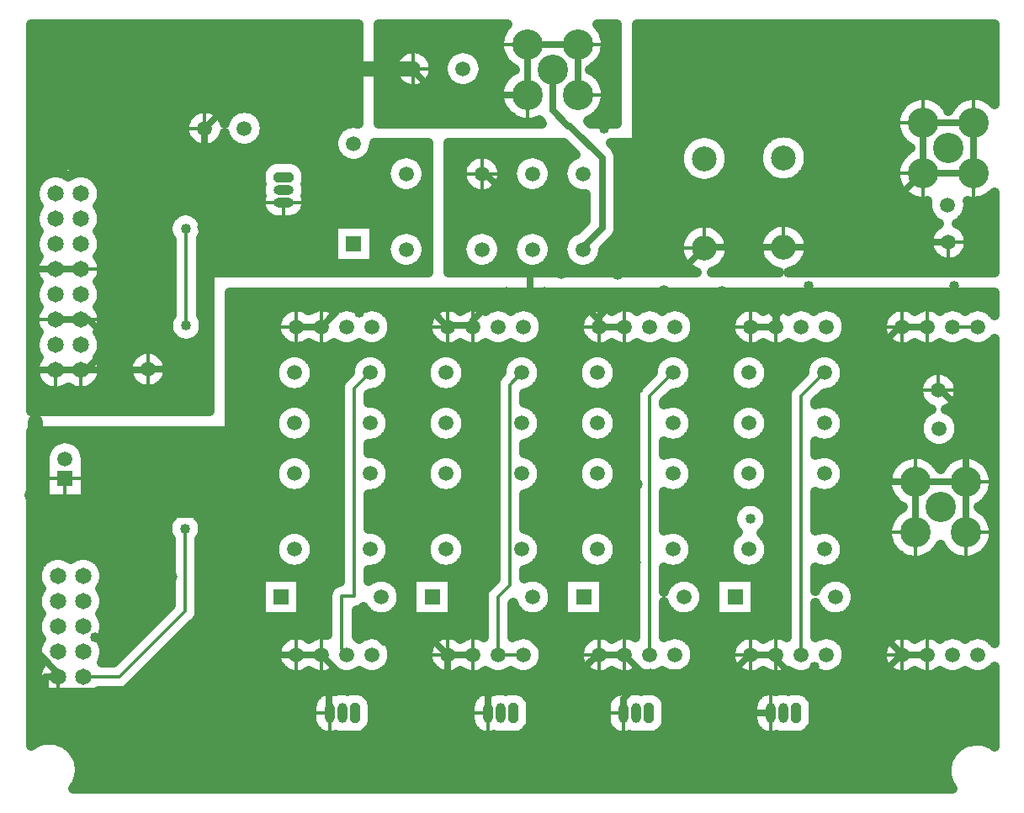
<source format=gbr>
G04 DipTrace 3.3.1.1*
G04 Bottom.gbr*
%MOIN*%
G04 #@! TF.FileFunction,Copper,L2,Bot*
G04 #@! TF.Part,Single*
%AMOUTLINE0*
4,1,8,
-0.029528,0.019685,
-0.03937,0.009843,
-0.03937,-0.009843,
-0.029528,-0.019685,
0.029528,-0.019685,
0.03937,-0.009843,
0.03937,0.009843,
0.029528,0.019685,
-0.029528,0.019685,
0*%
%AMOUTLINE3*
4,1,8,
0.019685,0.029528,
0.009843,0.03937,
-0.009843,0.03937,
-0.019685,0.029528,
-0.019685,-0.029528,
-0.009843,-0.03937,
0.009843,-0.03937,
0.019685,-0.029528,
0.019685,0.029528,
0*%
G04 #@! TA.AperFunction,Conductor*
%ADD14C,0.027559*%
G04 #@! TA.AperFunction,ComponentPad*
%ADD15C,0.059055*%
G04 #@! TA.AperFunction,Conductor*
%ADD16C,0.011811*%
G04 #@! TA.AperFunction,CopperBalancing*
%ADD17C,0.04*%
%ADD18C,0.012992*%
G04 #@! TA.AperFunction,ComponentPad*
%ADD22R,0.059055X0.059055*%
%ADD23C,0.059055*%
%ADD24O,0.07874X0.03937*%
%ADD26C,0.098425*%
%ADD27C,0.12*%
%ADD28C,0.065*%
%ADD29O,0.03937X0.07874*%
%ADD62OUTLINE0*%
%ADD65OUTLINE3*%
%FSLAX26Y26*%
G04*
G70*
G90*
G75*
G01*
G04 Bottom*
%LPD*%
X2805235Y984146D2*
D14*
X2705235D1*
X1505235D2*
X1605235D1*
X2805235D2*
X2875202Y914178D1*
X2906566D1*
X3079748D1*
Y1031702D1*
X3020984Y1090466D1*
X2105235Y984146D2*
X2205235D1*
X3405235D2*
X3305235D1*
X2105235D2*
X2055264Y1034117D1*
X1852684D1*
X1804887Y1081913D1*
X3956906Y1668815D2*
X3804693D1*
Y2192025D1*
X3631480Y2365238D1*
X3444539D1*
X3408495Y2329193D1*
Y2280886D1*
X3405235Y2284146D1*
X2105235D2*
Y2288955D1*
X2205235D1*
Y2284146D1*
X3804693Y2192025D2*
X3905235Y2292567D1*
Y2284146D1*
X3435392Y2599778D2*
X3121346D1*
Y2597210D1*
X2105235Y2284146D2*
X2014369Y2375012D1*
X1696101D1*
X1605235Y2284146D1*
X4005235Y984146D2*
X3905235D1*
X3305235Y2284146D2*
X3405235D1*
X2705235D2*
X2805235D1*
X2205235D2*
Y2310829D1*
X2256579Y2362173D1*
X2417429D1*
Y2369978D1*
X2432172D1*
X2644609D1*
X2700348Y2314239D1*
Y2289033D1*
X2705235Y2284146D1*
X3905235D2*
X4005235D1*
X1605235D2*
X1505819D1*
Y2284320D1*
X3405235Y2284146D2*
Y2325353D1*
X3360164Y2370424D1*
X2962248D1*
X2752375D1*
X2704150Y2322198D1*
Y2284146D1*
X2805235D1*
X3435392Y2599778D2*
X3441491D1*
X3956906Y1668815D2*
X4156906D1*
Y1468815D1*
X3956906Y1668815D2*
Y1468815D1*
X3435392Y2599778D2*
Y2601547D1*
X2240450Y2890957D2*
X2254155D1*
X2329916Y2815196D1*
Y2591974D1*
X2428925Y2492965D1*
X2550875D1*
Y2495748D1*
X2778406D1*
X2980528D1*
Y2520000D1*
X3044136D1*
X3121346Y2597210D1*
X2419766Y3204907D2*
Y3404907D1*
X2619766D1*
Y3204907D1*
X2428925Y2492965D2*
X2432172Y2489718D1*
Y2369978D1*
X3435392Y2599778D2*
X3692886D1*
X3826007Y2732899D1*
X3985138Y2892030D1*
X3988845D1*
X4188845Y3092030D2*
X3988845D1*
Y2892030D1*
X4188845Y3092030D2*
Y2892030D1*
X3988845D2*
X4188845D1*
X3905235Y984146D2*
X3907870D1*
X3804693Y1087323D1*
Y1668815D1*
X3079748Y914178D2*
X3232024D1*
X3305235Y987390D1*
Y984146D1*
X3405235D2*
X3411289D1*
Y960121D1*
X3485059Y886350D1*
X3803480D1*
X3905235Y988105D1*
Y984146D1*
X1505235Y990276D2*
Y984146D1*
X1605235D2*
X1689117Y900264D1*
X1736018D1*
X2009787D1*
X2105235D1*
Y984146D1*
Y900264D2*
X2201583D1*
X2325992D1*
X2480820D1*
X2609591D1*
X2629324Y919997D1*
Y915816D1*
X2697654Y984146D1*
X2705235D1*
X2398142Y1090466D2*
X2480820Y1007787D1*
Y900264D1*
X4049252Y2032387D2*
X4059538D1*
X4156906Y1935020D1*
Y1668815D1*
X1968819Y3307402D2*
Y3299458D1*
X2078986Y3189291D1*
X2289259D1*
X2318644Y3204907D1*
X2419766D1*
X4089256Y2619740D2*
X3921176D1*
X3826007Y2714909D1*
Y2732899D1*
X2694209Y841054D2*
X2504448D1*
X2506568Y838933D1*
X2440033D1*
X2283945D1*
X2263602Y818591D1*
Y752854D1*
X651496Y2111873D2*
X670883D1*
X726497Y2167487D1*
Y2265441D1*
X680066Y2311873D1*
X651496D1*
Y2111873D2*
X551496D1*
Y2311873D2*
X651496D1*
X551496Y2511873D2*
X651496D1*
X560846Y896051D2*
Y911560D1*
X457470Y1014937D1*
Y1618146D1*
D15*
X472756D1*
Y1681982D1*
Y1908189D1*
D14*
X463743D1*
Y2111873D1*
Y2270140D1*
X469211Y2275609D1*
Y2511873D1*
X551496D1*
X651496Y2111873D2*
X917479D1*
Y2115190D1*
X1522227Y839043D2*
X1538709D1*
X1635867D1*
Y752854D1*
X1636432D1*
X1635867Y839043D2*
X1788496D1*
X1786486Y841054D1*
X2143627D1*
X2205039D1*
X2263602D1*
Y752854D1*
X2801139Y761856D2*
Y752854D1*
Y810699D1*
X2831049Y840609D1*
X3209556D1*
X3383493Y752854D2*
X3297311D1*
X3209556Y840609D1*
X2694209Y841054D2*
X2756239D1*
X2810143D1*
Y819703D1*
X2801139Y810699D1*
X551496Y2111873D2*
X463743D1*
X1131832Y2572448D2*
Y2155454D1*
X1091568Y2115190D1*
X917479D1*
X1142047Y3071181D2*
X1131832Y2572448D1*
X1968819Y3307402D2*
D15*
X1378268D1*
D14*
X1254793Y3183927D1*
X1142047Y3071181D1*
X1538709Y839043D2*
X1393606Y984146D1*
X1131474Y1246278D1*
Y1539816D1*
X472756D1*
Y1618146D1*
X1505235Y984146D2*
X1393606D1*
X560846Y896051D2*
X512126D1*
Y839043D1*
X1522227D1*
X1130811Y2046379D2*
X1131832Y2155454D1*
X1254512Y3184207D2*
X1254793Y3183927D1*
X2553659Y2494302D2*
Y2495748D1*
X2980528Y2528617D2*
Y2520000D1*
X2778406Y2491520D2*
Y2495748D1*
X2032331Y2391573D2*
Y2375012D1*
X2014369D1*
X2962248Y2430819D2*
Y2370424D1*
X1736018Y902606D2*
Y900264D1*
X2009787Y897608D2*
Y900264D1*
X2205039Y826764D2*
Y841054D1*
X2325992Y897608D2*
Y900264D1*
X2201583Y897608D2*
Y900264D1*
X2440033Y826764D2*
Y838933D1*
X2605911Y902791D2*
X2629324Y919997D1*
X2906566Y911430D2*
Y914178D1*
X2756239Y835403D2*
Y841054D1*
X3089722Y909703D2*
Y914178D1*
X3079748D1*
X589007Y1681982D2*
D16*
X472756D1*
X2405235Y984146D2*
X2305235D1*
Y1213850D1*
X2350669Y1259285D1*
Y2054782D1*
X2397829Y2101942D1*
X2905235Y984146D2*
Y2009348D1*
X2997829Y2101942D1*
X3505235Y984146D2*
Y2009348D1*
X3597829Y2101942D1*
X4205235Y2284146D2*
X4105235D1*
X1705235Y984146D2*
X1708214D1*
X1685714Y1006646D1*
Y1215759D1*
X1734816D1*
Y2038929D1*
X1797829Y2101942D1*
X2519766Y3304907D2*
D14*
Y3142815D1*
X2582088Y3080493D1*
X2589428D1*
X2716850Y2953071D1*
Y2677480D1*
X2633665Y2594295D1*
X2640450Y2587510D1*
Y2590957D1*
X1066867Y2673642D2*
D16*
X1068932D1*
Y2288692D1*
X1064568Y1484619D2*
Y1155386D1*
X805234Y896051D1*
X660846D1*
D17*
X3020984Y1090466D3*
X1804887Y1081913D3*
X2398142Y1090466D3*
X2694209Y841054D3*
X1522227Y839043D3*
X2143627Y841054D3*
X3209556Y840609D3*
X2694209Y841054D3*
X1131832Y2572448D3*
D3*
X1522227Y839043D3*
X1066867Y2673642D3*
X1068932Y2288692D3*
X1064568Y1484619D3*
X1130811Y2046379D3*
X1119824Y1732598D3*
X839676Y2724894D3*
X987831D3*
Y2950831D3*
X1061909Y2936046D3*
X1254512Y3184207D3*
X1349497Y2988972D3*
X1691572Y3091609D3*
X1695276Y3452789D3*
X1691572Y3280508D3*
X2869411Y3239765D3*
Y3432367D3*
Y3321251D3*
X3154612Y3328659D3*
X3428699Y3321251D3*
X3706492Y3317547D3*
X3869463Y3136056D3*
X3954652Y3217542D3*
X4099105Y3221245D3*
X4250965D3*
X4236150Y3450887D3*
X2139495Y2974316D3*
X2334423Y2973325D3*
X2545692Y2974316D3*
X2543469Y2813818D3*
X2373089Y2676773D3*
X2128631Y2624919D3*
X2291604Y2524913D3*
X2553659Y2494302D3*
X1266944Y2395383D3*
X2793551Y2901409D3*
X2884227Y3013828D3*
X2987016Y3072110D3*
X3221261Y3081379D3*
X3353701Y3073971D3*
X3551888Y3077694D3*
X3654638Y3080497D3*
X3754643Y2969381D3*
X3847240Y2873080D3*
X3947245Y2776778D3*
X4025028Y2684181D3*
X4251638Y2795971D3*
X4226812Y2526199D3*
X4035190Y2526841D3*
X3847424Y2523138D3*
X3653841Y2524913D3*
X3273135D3*
X2980528Y2528617D3*
X2778406Y2491520D3*
X1371159Y2553765D3*
X1299243Y2518657D3*
X1884175Y2510097D3*
X2017514D3*
X1988526Y2974370D3*
X2013811Y2802706D3*
X2017514Y2665661D3*
X1846151Y2697047D3*
X1350812Y2269681D3*
X1467990Y2418846D3*
X1347109Y2150820D3*
X1343406Y1921178D3*
Y1717463D3*
X1436003Y1580420D3*
X1753014Y2339240D3*
X1821209Y2395277D3*
X2032331Y2391573D3*
X2338000Y2424404D3*
X2487909Y2422827D3*
X2663739Y2414037D3*
X2962248Y2430819D3*
X3191650Y2425244D3*
X3534427Y2447230D3*
X3654638Y2391573D3*
X3858352D3*
X4110190Y2446010D3*
X4232445Y2391573D3*
X4239853Y2169339D3*
X4225037Y1958217D3*
X4232445Y1791542D3*
X4221333Y1317442D3*
X4247261Y1095209D3*
X4232445Y869272D3*
X4239853Y680373D3*
X4025028Y480362D3*
X3743530Y487770D3*
X3480554Y491474D3*
X3143500Y472954D3*
X3201091Y558264D3*
X3510185Y598887D3*
X3619631Y781154D3*
X3755387Y941117D3*
X3748971Y1141383D3*
X487804Y1404786D3*
X509386Y1482154D3*
X662164D3*
X955793D3*
X1176730Y1543381D3*
X1333304Y1396572D3*
X1328589Y1232253D3*
X1398963Y1087801D3*
X1410382Y895841D3*
X1736018Y902606D3*
X838050Y504249D3*
X1290268Y785570D3*
X1310071Y983419D3*
X1190198Y1117433D3*
X1014202Y1292318D3*
X910050Y1395224D3*
X1009286Y1401659D3*
X709549Y1053558D3*
X791525Y989949D3*
X873551Y811088D3*
X943385Y717412D3*
X903849Y608861D3*
X986472Y570056D3*
X948374Y477301D3*
X724854Y476657D3*
X711354Y657353D3*
X480398Y661853D3*
X1783373Y618857D3*
X1897474Y628056D3*
X1904386Y776655D3*
X1831814Y812941D3*
X1940672Y949445D3*
X1962978Y1083749D3*
X2040576Y1130559D3*
X2084715Y1065685D3*
X2009787Y897608D3*
X1837568Y701513D3*
X2217188Y597436D3*
X2205039Y826764D3*
X2325992Y897608D3*
X2201583D3*
X2049529Y564123D3*
X2177051Y548765D3*
X2384740Y584858D3*
X2446945Y648790D3*
X2440033Y826764D3*
X2526428Y942219D3*
X2548891Y1041022D3*
X2593816Y1080764D3*
X2605911Y902791D3*
X2756239Y899336D3*
X2906566Y911430D3*
X2756239Y835403D3*
X2780577Y592591D3*
X2691142Y549160D3*
X2468980Y587622D3*
X2603877Y546409D3*
X2778701Y520927D3*
X2975657Y533593D3*
X2969348Y603445D3*
X2967042Y679892D3*
X2984320Y797390D3*
X3089722Y909703D3*
X3186484Y1001281D3*
X3164106Y1128631D3*
X3278063Y1058942D3*
X3290157Y894152D3*
X3414567Y895879D3*
X3557982Y935936D3*
X3357546Y605593D3*
X3306209Y518392D3*
X3580408Y682228D3*
X4038337Y1084220D3*
X4043521Y1282928D3*
X4003778Y1357227D3*
X3893193Y1381419D3*
X3855180Y1535201D3*
X3875915Y1761555D3*
X3993411Y1796113D3*
X4010690Y1953352D3*
X4135098Y2124413D3*
X3848268Y1853134D3*
X3739411Y1728726D3*
X3604727Y1535710D3*
X1653395Y1334526D3*
X1656455Y1613084D3*
X1628906Y2011024D3*
X2238059Y2029390D3*
X2253365Y1778382D3*
X2247243Y1343710D3*
X2850273Y1349832D3*
X2859457Y1659000D3*
X2862518Y2038573D3*
X3431877Y2017146D3*
X3434938Y1659000D3*
X3441060Y1340648D3*
X1334350Y2726130D3*
X1246272Y2684459D3*
X1132373Y2679671D3*
X1402387Y2614055D3*
X1579929Y2736497D3*
X1595234Y2862001D3*
X1668699Y2935467D3*
X1794203Y2923223D3*
X1846241Y2855879D3*
X3594114Y1095764D3*
X3327801Y823328D3*
X1263720Y1464009D3*
X1858487Y3125255D3*
X2026845Y3131377D3*
X2204387D3*
X2357441Y3116071D3*
X2724130Y3070751D3*
X2749259Y3272185D3*
X2755381Y3440545D3*
X2290097Y3452789D3*
X2060517D3*
X1855425D3*
X2794425Y2689810D3*
X1514105Y3004890D3*
X2133667Y2779289D3*
X2238273Y1605316D3*
X2553563D3*
X3153534Y1596133D3*
X3303526Y1522667D3*
X3707588Y1332881D3*
X3724117Y1953972D3*
X3730852Y2149268D3*
X3673610Y2240182D3*
X3872273Y2095394D3*
X3980024Y2189675D3*
X3656774Y2812602D3*
X1244775Y2381391D2*
X4267661D1*
X1244775Y2341522D2*
X1444293D1*
X1866576D2*
X2043882D1*
X2466595D2*
X2643865D1*
X3066579D2*
X3243885D1*
X3666598D2*
X3843868D1*
X1244775Y2301654D2*
X1422547D1*
X1888465D2*
X2022028D1*
X2488449D2*
X2622012D1*
X3088468D2*
X3222031D1*
X3688452D2*
X3822015D1*
X1244775Y2261785D2*
X1423875D1*
X1887209D2*
X2023248D1*
X2487229D2*
X2623268D1*
X3087212D2*
X3223251D1*
X3687232D2*
X3823235D1*
X1244775Y2221916D2*
X1449963D1*
X1861301D2*
X2049193D1*
X2461284D2*
X2649176D1*
X3061268D2*
X3249196D1*
X3661287D2*
X3849179D1*
X1244775Y2182047D2*
X1481002D1*
X1514660D2*
X1780994D1*
X1814687D2*
X2080986D1*
X2114679D2*
X2380978D1*
X2414671D2*
X2681005D1*
X2714663D2*
X2980997D1*
X3014654D2*
X3280989D1*
X3314682D2*
X3580981D1*
X3614674D2*
X4267661D1*
X1244775Y2142178D2*
X1423372D1*
X1572290D2*
X1723400D1*
X1872281D2*
X2023392D1*
X2172273D2*
X2323384D1*
X2472265D2*
X2623375D1*
X2772293D2*
X2923367D1*
X3072284D2*
X3223395D1*
X3372276D2*
X3523387D1*
X3672268D2*
X4267661D1*
X1244775Y2102310D2*
X1412715D1*
X1582947D2*
X1712707D1*
X1882939D2*
X2012698D1*
X2182967D2*
X2312690D1*
X2482958D2*
X2612718D1*
X2782950D2*
X2912710D1*
X3082942D2*
X3212701D1*
X3382970D2*
X3512693D1*
X3682962D2*
X4004127D1*
X4094410D2*
X4267661D1*
X1244775Y2062441D2*
X1422978D1*
X1572684D2*
X1678329D1*
X1872676D2*
X2022961D1*
X2172704D2*
X2289688D1*
X2472696D2*
X2622981D1*
X2772687D2*
X2872986D1*
X3072679D2*
X3222964D1*
X3372707D2*
X3473005D1*
X3672699D2*
X3969894D1*
X4128607D2*
X4267661D1*
X1244775Y2022572D2*
X1477019D1*
X1518607D2*
X1673306D1*
X1818634D2*
X2077039D1*
X2118626D2*
X2289150D1*
X2418618D2*
X2677022D1*
X2718610D2*
X2845283D1*
X3018638D2*
X3277042D1*
X3318629D2*
X3445267D1*
X3618621D2*
X3964726D1*
X4133775D2*
X4267661D1*
X1244775Y1982703D2*
X1486134D1*
X1509528D2*
X1673306D1*
X1809520D2*
X2086117D1*
X2109517D2*
X2289150D1*
X2412159D2*
X2686137D1*
X2709531D2*
X2843740D1*
X3009559D2*
X3286120D1*
X3309515D2*
X3443724D1*
X3609542D2*
X3981125D1*
X4117375D2*
X4267661D1*
X1244775Y1942835D2*
X1423767D1*
X1571895D2*
X1673306D1*
X1871887D2*
X2023751D1*
X2171914D2*
X2289150D1*
X2471906D2*
X2623770D1*
X2771898D2*
X2843740D1*
X3071890D2*
X3223754D1*
X3371882D2*
X3443724D1*
X3671909D2*
X3994869D1*
X4107794D2*
X4267661D1*
X1244775Y1902966D2*
X1412715D1*
X1582947D2*
X1673306D1*
X1882939D2*
X2012698D1*
X2182967D2*
X2289150D1*
X2482958D2*
X2612718D1*
X2782950D2*
X2843740D1*
X3082942D2*
X3212701D1*
X3382934D2*
X3443724D1*
X3682962D2*
X3969248D1*
X4133416D2*
X4267661D1*
X457404Y1863097D2*
X1422619D1*
X1573043D2*
X1673306D1*
X1873035D2*
X2022602D1*
X2173063D2*
X2289150D1*
X2473054D2*
X2622622D1*
X2773046D2*
X2843740D1*
X3073038D2*
X3222605D1*
X3373066D2*
X3443724D1*
X3673057D2*
X3968207D1*
X4134456D2*
X4267661D1*
X457404Y1823228D2*
X533301D1*
X644719D2*
X1474184D1*
X1521478D2*
X1673306D1*
X1821469D2*
X2074204D1*
X2121461D2*
X2289150D1*
X2421489D2*
X2674187D1*
X2721481D2*
X2843740D1*
X3021472D2*
X3274171D1*
X3321464D2*
X3443724D1*
X3621456D2*
X3990312D1*
X4112352D2*
X4267661D1*
X457404Y1783360D2*
X507106D1*
X670915D2*
X1673306D1*
X1796315D2*
X2289150D1*
X2412159D2*
X2843740D1*
X2966749D2*
X3443724D1*
X3566733D2*
X4267661D1*
X457404Y1743491D2*
X503876D1*
X674144D2*
X1424162D1*
X1571500D2*
X1673306D1*
X1871528D2*
X2024145D1*
X2171520D2*
X2289150D1*
X2471511D2*
X2624165D1*
X2771503D2*
X2843740D1*
X3071495D2*
X3224148D1*
X3371523D2*
X3443724D1*
X3671514D2*
X3869956D1*
X4043849D2*
X4069975D1*
X4243831D2*
X4267661D1*
X457404Y1703622D2*
X503876D1*
X674144D2*
X1412715D1*
X1582947D2*
X1673306D1*
X1882939D2*
X2012734D1*
X2182931D2*
X2289150D1*
X2482923D2*
X2612718D1*
X2782950D2*
X2843740D1*
X3082942D2*
X3212701D1*
X3382934D2*
X3443724D1*
X3682926D2*
X3846883D1*
X457404Y1663753D2*
X503876D1*
X674144D2*
X1422260D1*
X1573402D2*
X1673306D1*
X1873394D2*
X2022244D1*
X2173421D2*
X2289150D1*
X2473413D2*
X2622263D1*
X2773405D2*
X2843740D1*
X3073397D2*
X3222247D1*
X3373389D2*
X3443724D1*
X3673416D2*
X3841428D1*
X457404Y1623885D2*
X503876D1*
X674144D2*
X1471708D1*
X1523918D2*
X1673306D1*
X1823945D2*
X2071728D1*
X2123937D2*
X2289150D1*
X2423929D2*
X2671711D1*
X2723921D2*
X2843740D1*
X3023948D2*
X3271731D1*
X3323940D2*
X3443724D1*
X3623932D2*
X3850758D1*
X457404Y1584016D2*
X1673306D1*
X1796315D2*
X2289150D1*
X2412159D2*
X2843740D1*
X2966749D2*
X3262616D1*
X3344430D2*
X3443724D1*
X3566733D2*
X3880363D1*
X4233461D2*
X4267661D1*
X457404Y1544147D2*
X1020788D1*
X1108343D2*
X1673306D1*
X1796315D2*
X2289150D1*
X2412159D2*
X2843740D1*
X2966749D2*
X3231218D1*
X3375829D2*
X3443724D1*
X3566733D2*
X3870566D1*
X4243257D2*
X4267661D1*
X457404Y1504278D2*
X991721D1*
X1137409D2*
X1673306D1*
X1796315D2*
X2289150D1*
X2412159D2*
X2843740D1*
X2966749D2*
X3230321D1*
X3376726D2*
X3443724D1*
X3566733D2*
X3847098D1*
X457404Y1464409D2*
X991865D1*
X1137266D2*
X1442068D1*
X1553594D2*
X1673306D1*
X1853586D2*
X2042052D1*
X2153577D2*
X2289150D1*
X2453605D2*
X2642071D1*
X2753597D2*
X2843740D1*
X3053589D2*
X3242055D1*
X3353581D2*
X3443724D1*
X3653608D2*
X3841392D1*
X457404Y1424541D2*
X1003061D1*
X1126070D2*
X1415908D1*
X1579753D2*
X1673306D1*
X1879745D2*
X2015928D1*
X2179737D2*
X2289150D1*
X2479729D2*
X2615912D1*
X2779757D2*
X2843740D1*
X3079748D2*
X3215895D1*
X3379740D2*
X3443724D1*
X3679732D2*
X3850471D1*
X457404Y1384672D2*
X1003061D1*
X1126070D2*
X1414545D1*
X1581081D2*
X1673306D1*
X1881109D2*
X2014564D1*
X2181101D2*
X2289150D1*
X2481092D2*
X2614548D1*
X2781084D2*
X2843740D1*
X3081112D2*
X3214567D1*
X3381104D2*
X3443724D1*
X3681096D2*
X3879609D1*
X4034232D2*
X4079592D1*
X4234214D2*
X4267661D1*
X457404Y1344803D2*
X488302D1*
X733389D2*
X1003061D1*
X1126070D2*
X1436255D1*
X1559407D2*
X1673306D1*
X1859435D2*
X2036238D1*
X2159427D2*
X2289150D1*
X2459418D2*
X2636222D1*
X2759410D2*
X2843740D1*
X3059438D2*
X3236241D1*
X3359430D2*
X3443724D1*
X3659421D2*
X4267661D1*
X748460Y1304934D2*
X1003061D1*
X1126070D2*
X1673306D1*
X1796315D2*
X2289150D1*
X2412159D2*
X2843740D1*
X2966749D2*
X3443724D1*
X3566733D2*
X4267661D1*
X457404Y1265066D2*
X478649D1*
X743042D2*
X1003061D1*
X1126070D2*
X1358996D1*
X1529264D2*
X1652134D1*
X1907950D2*
X1958657D1*
X2128925D2*
X2271136D1*
X2507611D2*
X2558317D1*
X2728586D2*
X2843740D1*
X3107272D2*
X3158014D1*
X3328246D2*
X3443724D1*
X3706932D2*
X4267661D1*
X457404Y1225197D2*
X477968D1*
X743724D2*
X1003061D1*
X1126070D2*
X1358996D1*
X1529264D2*
X1625006D1*
X1925964D2*
X1958657D1*
X2128925D2*
X2244869D1*
X2525625D2*
X2558317D1*
X2728586D2*
X2843740D1*
X3125285D2*
X3158014D1*
X3328246D2*
X3443724D1*
X3724982D2*
X4267661D1*
X748245Y1185328D2*
X1003061D1*
X1126070D2*
X1358996D1*
X1529264D2*
X1624216D1*
X1922053D2*
X1958657D1*
X2128925D2*
X2243721D1*
X2521713D2*
X2558317D1*
X2728586D2*
X2843740D1*
X3121374D2*
X3158014D1*
X3328246D2*
X3443724D1*
X3721035D2*
X4267661D1*
X457404Y1145459D2*
X488805D1*
X732887D2*
X969330D1*
X1125208D2*
X1358996D1*
X1529264D2*
X1624216D1*
X1747225D2*
X1792728D1*
X1890762D2*
X1958657D1*
X2128925D2*
X2243721D1*
X2366730D2*
X2392425D1*
X2490458D2*
X2558317D1*
X2728586D2*
X2843740D1*
X2966749D2*
X2992085D1*
X3090119D2*
X3158014D1*
X3328246D2*
X3443724D1*
X3566733D2*
X3591746D1*
X3689780D2*
X4267661D1*
X748389Y1105591D2*
X929462D1*
X1100090D2*
X1624216D1*
X1747225D2*
X2243721D1*
X2366730D2*
X2843740D1*
X2966749D2*
X3443724D1*
X3566733D2*
X4267661D1*
X457404Y1065722D2*
X478398D1*
X743293D2*
X889595D1*
X1060222D2*
X1624216D1*
X1747225D2*
X2243721D1*
X2366730D2*
X2843740D1*
X2966749D2*
X3443724D1*
X3566733D2*
X4267661D1*
X457404Y1025853D2*
X478219D1*
X743473D2*
X849728D1*
X1020355D2*
X1431662D1*
X1878812D2*
X2031645D1*
X2478832D2*
X2631665D1*
X3078815D2*
X3231648D1*
X3678835D2*
X3831632D1*
X748353Y985984D2*
X809825D1*
X980488D2*
X1420143D1*
X1890331D2*
X2020126D1*
X2490351D2*
X2620146D1*
X3090334D2*
X3220129D1*
X3690354D2*
X3820113D1*
X457404Y946115D2*
X489163D1*
X940620D2*
X1429580D1*
X1880894D2*
X2029564D1*
X2480913D2*
X2629583D1*
X3080897D2*
X3229567D1*
X3680880D2*
X3829586D1*
X900753Y906247D2*
X1478562D1*
X1531884D2*
X1578571D1*
X1631893D2*
X1678581D1*
X1731902D2*
X1778590D1*
X1831912D2*
X2078582D1*
X2131903D2*
X2178591D1*
X2231877D2*
X2278564D1*
X2331886D2*
X2378574D1*
X2431895D2*
X2678565D1*
X2731887D2*
X2778575D1*
X2831896D2*
X2878584D1*
X2931905D2*
X2978593D1*
X3031879D2*
X3278585D1*
X3331907D2*
X3378558D1*
X3431880D2*
X3478567D1*
X3531889D2*
X3578577D1*
X3631898D2*
X3878568D1*
X3931890D2*
X3978578D1*
X4031899D2*
X4078587D1*
X4131909D2*
X4178560D1*
X4231882D2*
X4267661D1*
X457404Y866378D2*
X478147D1*
X860886D2*
X4267661D1*
X457404Y826509D2*
X509546D1*
X712146D2*
X1585856D1*
X1788958D2*
X2213040D1*
X2416142D2*
X2750585D1*
X2953687D2*
X3332913D1*
X3536016D2*
X4267661D1*
X457404Y786640D2*
X1562567D1*
X1811529D2*
X2189715D1*
X2438713D2*
X2727260D1*
X2976258D2*
X3309625D1*
X3558587D2*
X4267661D1*
X457404Y746772D2*
X1561132D1*
X1811709D2*
X2188316D1*
X2438893D2*
X2725861D1*
X2976438D2*
X3308225D1*
X3558766D2*
X4267661D1*
X457404Y706903D2*
X1566156D1*
X1809018D2*
X2193339D1*
X2436201D2*
X2730884D1*
X2973746D2*
X3313213D1*
X3556111D2*
X4267661D1*
X457404Y667034D2*
X1605843D1*
X1772739D2*
X2232991D1*
X2399922D2*
X2770536D1*
X2937468D2*
X3352901D1*
X3519796D2*
X4267661D1*
X598500Y627165D2*
X4135463D1*
X635246Y587297D2*
X4094735D1*
X649348Y547428D2*
X4078946D1*
X649169Y507559D2*
X4077690D1*
X634708Y467690D2*
X4090500D1*
X1372180Y1294080D2*
X1525248D1*
Y1131825D1*
X1362993D1*
Y1294080D1*
X1372180D1*
X1922636Y1206588D2*
X1921887Y1200262D1*
X1920645Y1194014D1*
X1918915Y1187883D1*
X1916711Y1181907D1*
X1914044Y1176122D1*
X1910931Y1170564D1*
X1907392Y1165267D1*
X1903448Y1160265D1*
X1899124Y1155587D1*
X1894447Y1151263D1*
X1889444Y1147319D1*
X1884148Y1143780D1*
X1878590Y1140668D1*
X1872805Y1138001D1*
X1866828Y1135796D1*
X1860697Y1134067D1*
X1854450Y1132824D1*
X1848124Y1132075D1*
X1841759Y1131825D1*
X1835393Y1132075D1*
X1829067Y1132824D1*
X1822820Y1134067D1*
X1816689Y1135796D1*
X1810712Y1138001D1*
X1804927Y1140668D1*
X1799369Y1143780D1*
X1794073Y1147319D1*
X1789070Y1151263D1*
X1784393Y1155587D1*
X1780069Y1160265D1*
X1776125Y1165267D1*
X1771893Y1171801D1*
X1764863Y1166727D1*
X1756823Y1162630D1*
X1748241Y1159842D1*
X1743795Y1158959D1*
X1743219Y1151454D1*
Y1055823D1*
X1752920Y1049779D1*
X1755168Y1048008D1*
X1762846Y1053318D1*
X1768404Y1056431D1*
X1774189Y1059098D1*
X1780165Y1061303D1*
X1786296Y1063032D1*
X1792544Y1064274D1*
X1798870Y1065023D1*
X1805235Y1065273D1*
X1811600Y1065023D1*
X1817926Y1064274D1*
X1824174Y1063032D1*
X1830305Y1061303D1*
X1836281Y1059098D1*
X1842066Y1056431D1*
X1847624Y1053318D1*
X1852920Y1049779D1*
X1857923Y1045836D1*
X1862601Y1041512D1*
X1866925Y1036834D1*
X1870868Y1031831D1*
X1874408Y1026535D1*
X1877520Y1020977D1*
X1880187Y1015192D1*
X1882392Y1009215D1*
X1884121Y1003085D1*
X1885364Y996837D1*
X1886112Y990511D1*
X1886362Y984146D1*
X1886112Y977780D1*
X1885364Y971455D1*
X1884121Y965207D1*
X1882392Y959076D1*
X1880187Y953099D1*
X1877520Y947315D1*
X1874408Y941757D1*
X1870868Y936460D1*
X1866925Y931458D1*
X1862601Y926780D1*
X1857923Y922456D1*
X1852920Y918512D1*
X1847624Y914973D1*
X1842066Y911860D1*
X1836281Y909194D1*
X1830305Y906989D1*
X1824174Y905260D1*
X1817926Y904017D1*
X1811600Y903268D1*
X1805235Y903018D1*
X1798870Y903268D1*
X1792544Y904017D1*
X1786296Y905260D1*
X1780165Y906989D1*
X1774189Y909194D1*
X1768404Y911860D1*
X1762846Y914973D1*
X1755302Y920284D1*
X1747624Y914973D1*
X1742066Y911860D1*
X1736281Y909194D1*
X1730305Y906989D1*
X1724174Y905260D1*
X1717926Y904017D1*
X1711600Y903268D1*
X1705235Y903018D1*
X1698870Y903268D1*
X1692544Y904017D1*
X1686296Y905260D1*
X1680165Y906989D1*
X1674189Y909194D1*
X1668404Y911860D1*
X1662846Y914973D1*
X1655302Y920284D1*
X1647756Y915054D1*
X1639677Y910692D1*
X1631157Y907271D1*
X1622305Y904834D1*
X1613234Y903413D1*
X1604061Y903027D1*
X1594903Y903679D1*
X1585877Y905362D1*
X1577099Y908053D1*
X1568681Y911720D1*
X1560732Y916314D1*
X1555237Y920262D1*
X1547756Y915054D1*
X1539677Y910692D1*
X1531157Y907271D1*
X1522305Y904834D1*
X1513234Y903413D1*
X1504061Y903027D1*
X1494903Y903679D1*
X1485877Y905362D1*
X1477099Y908053D1*
X1468681Y911720D1*
X1460732Y916314D1*
X1453352Y921777D1*
X1446637Y928039D1*
X1440673Y935019D1*
X1435536Y942628D1*
X1431291Y950770D1*
X1427993Y959339D1*
X1425685Y968225D1*
X1424395Y977316D1*
X1424141Y986493D1*
X1424926Y995641D1*
X1426739Y1004642D1*
X1429558Y1013380D1*
X1433346Y1021744D1*
X1438054Y1029626D1*
X1443623Y1036925D1*
X1449982Y1043549D1*
X1457048Y1049412D1*
X1464731Y1054439D1*
X1472933Y1058565D1*
X1481548Y1061738D1*
X1490467Y1063918D1*
X1499575Y1065076D1*
X1508756Y1065197D1*
X1517892Y1064280D1*
X1526865Y1062337D1*
X1535561Y1059392D1*
X1543869Y1055483D1*
X1551682Y1050661D1*
X1555228Y1048033D1*
X1563149Y1053503D1*
X1571256Y1057814D1*
X1579797Y1061182D1*
X1588665Y1063563D1*
X1597744Y1064927D1*
X1606920Y1065256D1*
X1616074Y1064546D1*
X1625089Y1062806D1*
X1628209Y1061948D1*
X1628386Y1220270D1*
X1629797Y1229183D1*
X1632586Y1237765D1*
X1636682Y1245805D1*
X1641986Y1253105D1*
X1648367Y1259486D1*
X1655667Y1264790D1*
X1663707Y1268887D1*
X1672290Y1271675D1*
X1676736Y1272558D1*
X1677311Y1280063D1*
X1677488Y2043441D1*
X1678900Y2052354D1*
X1681688Y2060936D1*
X1685785Y2068976D1*
X1691089Y2076276D1*
X1707145Y2092583D1*
X1716711Y2102149D1*
X1716952Y2108307D1*
X1717701Y2114633D1*
X1718943Y2120881D1*
X1720673Y2127012D1*
X1722877Y2132988D1*
X1725544Y2138773D1*
X1728657Y2144331D1*
X1732196Y2149628D1*
X1736140Y2154630D1*
X1740464Y2159308D1*
X1745141Y2163632D1*
X1750144Y2167576D1*
X1755440Y2171115D1*
X1760998Y2174227D1*
X1766783Y2176894D1*
X1772760Y2179099D1*
X1778891Y2180828D1*
X1785138Y2182071D1*
X1791464Y2182820D1*
X1797829Y2183070D1*
X1804195Y2182820D1*
X1810521Y2182071D1*
X1816768Y2180828D1*
X1822899Y2179099D1*
X1828876Y2176894D1*
X1834661Y2174227D1*
X1840218Y2171115D1*
X1845515Y2167576D1*
X1850518Y2163632D1*
X1855195Y2159308D1*
X1859519Y2154630D1*
X1863463Y2149628D1*
X1867002Y2144331D1*
X1870115Y2138773D1*
X1872781Y2132988D1*
X1874986Y2127012D1*
X1876715Y2120881D1*
X1877958Y2114633D1*
X1878707Y2108307D1*
X1878957Y2101942D1*
X1878707Y2095577D1*
X1877958Y2089251D1*
X1876715Y2083003D1*
X1874986Y2076872D1*
X1872781Y2070896D1*
X1870115Y2065111D1*
X1867002Y2059553D1*
X1863463Y2054257D1*
X1859519Y2049254D1*
X1855195Y2044576D1*
X1850518Y2040252D1*
X1845515Y2036309D1*
X1840218Y2032770D1*
X1834661Y2029657D1*
X1828876Y2026990D1*
X1822899Y2024785D1*
X1816768Y2023056D1*
X1810521Y2021814D1*
X1804195Y2021065D1*
X1798053Y2020823D1*
X1792337Y2015124D1*
X1792322Y1982914D1*
X1804195Y1982820D1*
X1810521Y1982071D1*
X1816768Y1980828D1*
X1822899Y1979099D1*
X1828876Y1976894D1*
X1834661Y1974227D1*
X1840218Y1971115D1*
X1845515Y1967576D1*
X1850518Y1963632D1*
X1855195Y1959308D1*
X1859519Y1954630D1*
X1863463Y1949628D1*
X1867002Y1944331D1*
X1870115Y1938773D1*
X1872781Y1932988D1*
X1874986Y1927012D1*
X1876715Y1920881D1*
X1877958Y1914633D1*
X1878707Y1908307D1*
X1878957Y1901942D1*
X1878707Y1895577D1*
X1877958Y1889251D1*
X1876715Y1883003D1*
X1874986Y1876872D1*
X1872781Y1870896D1*
X1870115Y1865111D1*
X1867002Y1859553D1*
X1863463Y1854257D1*
X1859519Y1849254D1*
X1855195Y1844576D1*
X1850518Y1840252D1*
X1845515Y1836309D1*
X1840218Y1832770D1*
X1834661Y1829657D1*
X1828876Y1826990D1*
X1822899Y1824785D1*
X1816768Y1823056D1*
X1810521Y1821814D1*
X1804195Y1821065D1*
X1797829Y1820815D1*
X1792334Y1821031D1*
X1792322Y1782895D1*
X1804195Y1782820D1*
X1810521Y1782071D1*
X1816768Y1780828D1*
X1822899Y1779099D1*
X1828876Y1776894D1*
X1834661Y1774227D1*
X1840218Y1771115D1*
X1845515Y1767576D1*
X1850518Y1763632D1*
X1855195Y1759308D1*
X1859519Y1754630D1*
X1863463Y1749628D1*
X1867002Y1744331D1*
X1870115Y1738773D1*
X1872781Y1732988D1*
X1874986Y1727012D1*
X1876715Y1720881D1*
X1877958Y1714633D1*
X1878707Y1708307D1*
X1878957Y1701942D1*
X1878707Y1695577D1*
X1877958Y1689251D1*
X1876715Y1683003D1*
X1874986Y1676872D1*
X1872781Y1670896D1*
X1870115Y1665111D1*
X1867002Y1659553D1*
X1863463Y1654257D1*
X1859519Y1649254D1*
X1855195Y1644576D1*
X1850518Y1640252D1*
X1845515Y1636309D1*
X1840218Y1632770D1*
X1834661Y1629657D1*
X1828876Y1626990D1*
X1822899Y1624785D1*
X1816768Y1623056D1*
X1810521Y1621814D1*
X1804195Y1621065D1*
X1797829Y1620815D1*
X1792334Y1621031D1*
X1792322Y1482904D1*
X1804195Y1482820D1*
X1810521Y1482071D1*
X1816768Y1480828D1*
X1822899Y1479099D1*
X1828876Y1476894D1*
X1834661Y1474227D1*
X1840218Y1471115D1*
X1845515Y1467576D1*
X1850518Y1463632D1*
X1855195Y1459308D1*
X1859519Y1454630D1*
X1863463Y1449628D1*
X1867002Y1444331D1*
X1870115Y1438773D1*
X1872781Y1432988D1*
X1874986Y1427012D1*
X1876715Y1420881D1*
X1877958Y1414633D1*
X1878707Y1408307D1*
X1878957Y1401942D1*
X1878707Y1395577D1*
X1877958Y1389251D1*
X1876715Y1383003D1*
X1874986Y1376872D1*
X1872781Y1370896D1*
X1870115Y1365111D1*
X1867002Y1359553D1*
X1863463Y1354257D1*
X1859519Y1349254D1*
X1855195Y1344576D1*
X1850518Y1340252D1*
X1845515Y1336309D1*
X1840218Y1332770D1*
X1834661Y1329657D1*
X1828876Y1326990D1*
X1822899Y1324785D1*
X1816768Y1323056D1*
X1810521Y1321814D1*
X1804195Y1321065D1*
X1797829Y1320815D1*
X1792334Y1321031D1*
X1792322Y1277287D1*
X1799369Y1282125D1*
X1804927Y1285238D1*
X1810712Y1287905D1*
X1816689Y1290110D1*
X1822820Y1291839D1*
X1829067Y1293082D1*
X1835393Y1293830D1*
X1841759Y1294080D1*
X1848124Y1293830D1*
X1854450Y1293082D1*
X1860697Y1291839D1*
X1866828Y1290110D1*
X1872805Y1287905D1*
X1878590Y1285238D1*
X1884148Y1282125D1*
X1889444Y1278586D1*
X1894447Y1274643D1*
X1899124Y1270319D1*
X1903448Y1265641D1*
X1907392Y1260638D1*
X1910931Y1255342D1*
X1914044Y1249784D1*
X1916711Y1243999D1*
X1918915Y1238023D1*
X1920645Y1231892D1*
X1921887Y1225644D1*
X1922636Y1219318D1*
X1922886Y1212953D1*
X1922636Y1206588D1*
X1971850Y1294080D2*
X2124919D1*
Y1131825D1*
X1962664D1*
Y1294080D1*
X1971850D1*
X2522307Y1206588D2*
X2521558Y1200262D1*
X2520315Y1194014D1*
X2518586Y1187883D1*
X2516381Y1181907D1*
X2513714Y1176122D1*
X2510602Y1170564D1*
X2507063Y1165267D1*
X2503119Y1160265D1*
X2498795Y1155587D1*
X2494117Y1151263D1*
X2489115Y1147319D1*
X2483818Y1143780D1*
X2478260Y1140668D1*
X2472475Y1138001D1*
X2466499Y1135796D1*
X2460368Y1134067D1*
X2454120Y1132824D1*
X2447794Y1132075D1*
X2441429Y1131825D1*
X2435064Y1132075D1*
X2428738Y1132824D1*
X2422490Y1134067D1*
X2416359Y1135796D1*
X2410383Y1138001D1*
X2404598Y1140668D1*
X2399040Y1143780D1*
X2393744Y1147319D1*
X2388741Y1151263D1*
X2384063Y1155587D1*
X2379739Y1160265D1*
X2375796Y1165267D1*
X2372257Y1170564D1*
X2369144Y1176122D1*
X2366477Y1181907D1*
X2363468Y1190733D1*
X2362741Y1186291D1*
X2362846Y1053318D1*
X2368404Y1056431D1*
X2374189Y1059098D1*
X2380165Y1061303D1*
X2386296Y1063032D1*
X2392544Y1064274D1*
X2398870Y1065023D1*
X2405235Y1065273D1*
X2411600Y1065023D1*
X2417926Y1064274D1*
X2424174Y1063032D1*
X2430305Y1061303D1*
X2436281Y1059098D1*
X2442066Y1056431D1*
X2447624Y1053318D1*
X2452920Y1049779D1*
X2457923Y1045836D1*
X2462601Y1041512D1*
X2466925Y1036834D1*
X2470868Y1031831D1*
X2474408Y1026535D1*
X2477520Y1020977D1*
X2480187Y1015192D1*
X2482392Y1009215D1*
X2484121Y1003085D1*
X2485364Y996837D1*
X2486112Y990511D1*
X2486362Y984146D1*
X2486112Y977780D1*
X2485364Y971455D1*
X2484121Y965207D1*
X2482392Y959076D1*
X2480187Y953099D1*
X2477520Y947315D1*
X2474408Y941757D1*
X2470868Y936460D1*
X2466925Y931458D1*
X2462601Y926780D1*
X2457923Y922456D1*
X2452920Y918512D1*
X2447624Y914973D1*
X2442066Y911860D1*
X2436281Y909194D1*
X2430305Y906989D1*
X2424174Y905260D1*
X2417926Y904017D1*
X2411600Y903268D1*
X2405235Y903018D1*
X2398870Y903268D1*
X2392544Y904017D1*
X2386296Y905260D1*
X2380165Y906989D1*
X2374189Y909194D1*
X2368404Y911860D1*
X2362846Y914973D1*
X2355302Y920284D1*
X2347624Y914973D1*
X2342066Y911860D1*
X2336281Y909194D1*
X2330305Y906989D1*
X2324174Y905260D1*
X2317926Y904017D1*
X2311600Y903268D1*
X2305235Y903018D1*
X2298870Y903268D1*
X2292544Y904017D1*
X2286296Y905260D1*
X2280165Y906989D1*
X2274189Y909194D1*
X2268404Y911860D1*
X2262846Y914973D1*
X2255302Y920284D1*
X2247756Y915054D1*
X2239677Y910692D1*
X2231157Y907271D1*
X2222305Y904834D1*
X2213234Y903413D1*
X2204061Y903027D1*
X2194903Y903679D1*
X2185877Y905362D1*
X2177099Y908053D1*
X2168681Y911720D1*
X2160732Y916314D1*
X2155237Y920262D1*
X2147756Y915054D1*
X2139677Y910692D1*
X2131157Y907271D1*
X2122305Y904834D1*
X2113234Y903413D1*
X2104061Y903027D1*
X2094903Y903679D1*
X2085877Y905362D1*
X2077099Y908053D1*
X2068681Y911720D1*
X2060732Y916314D1*
X2053352Y921777D1*
X2046637Y928039D1*
X2040673Y935019D1*
X2035536Y942628D1*
X2031291Y950770D1*
X2027993Y959339D1*
X2025685Y968225D1*
X2024395Y977316D1*
X2024141Y986493D1*
X2024926Y995641D1*
X2026739Y1004642D1*
X2029558Y1013380D1*
X2033346Y1021744D1*
X2038054Y1029626D1*
X2043623Y1036925D1*
X2049982Y1043549D1*
X2057048Y1049412D1*
X2064731Y1054439D1*
X2072933Y1058565D1*
X2081548Y1061738D1*
X2090467Y1063918D1*
X2099575Y1065076D1*
X2108756Y1065197D1*
X2117892Y1064280D1*
X2126865Y1062337D1*
X2135561Y1059392D1*
X2143869Y1055483D1*
X2151682Y1050661D1*
X2155228Y1048033D1*
X2163149Y1053503D1*
X2171256Y1057814D1*
X2179797Y1061182D1*
X2188665Y1063563D1*
X2197744Y1064927D1*
X2206920Y1065256D1*
X2216074Y1064546D1*
X2225089Y1062806D1*
X2233850Y1060059D1*
X2242244Y1056340D1*
X2247725Y1053250D1*
X2247907Y1218362D1*
X2249318Y1227275D1*
X2252107Y1235857D1*
X2256203Y1243897D1*
X2261507Y1251197D1*
X2277564Y1267504D1*
X2293169Y1283109D1*
X2293341Y2059294D1*
X2294753Y2068207D1*
X2297541Y2076789D1*
X2301638Y2084829D1*
X2306942Y2092129D1*
X2316680Y2102118D1*
X2316952Y2108307D1*
X2317701Y2114633D1*
X2318943Y2120881D1*
X2320673Y2127012D1*
X2322877Y2132988D1*
X2325544Y2138773D1*
X2328657Y2144331D1*
X2332196Y2149628D1*
X2336140Y2154630D1*
X2340464Y2159308D1*
X2345141Y2163632D1*
X2350144Y2167576D1*
X2355440Y2171115D1*
X2360998Y2174227D1*
X2366783Y2176894D1*
X2372760Y2179099D1*
X2378891Y2180828D1*
X2385138Y2182071D1*
X2391464Y2182820D1*
X2397829Y2183070D1*
X2404195Y2182820D1*
X2410521Y2182071D1*
X2416768Y2180828D1*
X2422899Y2179099D1*
X2428876Y2176894D1*
X2434661Y2174227D1*
X2440218Y2171115D1*
X2445515Y2167576D1*
X2450518Y2163632D1*
X2455195Y2159308D1*
X2459519Y2154630D1*
X2463463Y2149628D1*
X2467002Y2144331D1*
X2470115Y2138773D1*
X2472781Y2132988D1*
X2474986Y2127012D1*
X2476715Y2120881D1*
X2477958Y2114633D1*
X2478707Y2108307D1*
X2478957Y2101942D1*
X2478707Y2095577D1*
X2477958Y2089251D1*
X2476715Y2083003D1*
X2474986Y2076872D1*
X2472781Y2070896D1*
X2470115Y2065111D1*
X2467002Y2059553D1*
X2463463Y2054257D1*
X2459519Y2049254D1*
X2455195Y2044576D1*
X2450518Y2040252D1*
X2445515Y2036309D1*
X2440218Y2032770D1*
X2434661Y2029657D1*
X2428876Y2026990D1*
X2422899Y2024785D1*
X2416768Y2023056D1*
X2408173Y2021536D1*
X2408175Y1982404D1*
X2416768Y1980828D1*
X2422899Y1979099D1*
X2428876Y1976894D1*
X2434661Y1974227D1*
X2440218Y1971115D1*
X2445515Y1967576D1*
X2450518Y1963632D1*
X2455195Y1959308D1*
X2459519Y1954630D1*
X2463463Y1949628D1*
X2467002Y1944331D1*
X2470115Y1938773D1*
X2472781Y1932988D1*
X2474986Y1927012D1*
X2476715Y1920881D1*
X2477958Y1914633D1*
X2478707Y1908307D1*
X2478957Y1901942D1*
X2478707Y1895577D1*
X2477958Y1889251D1*
X2476715Y1883003D1*
X2474986Y1876872D1*
X2472781Y1870896D1*
X2470115Y1865111D1*
X2467002Y1859553D1*
X2463463Y1854257D1*
X2459519Y1849254D1*
X2455195Y1844576D1*
X2450518Y1840252D1*
X2445515Y1836309D1*
X2440218Y1832770D1*
X2434661Y1829657D1*
X2428876Y1826990D1*
X2422899Y1824785D1*
X2416768Y1823056D1*
X2408173Y1821536D1*
X2408175Y1782385D1*
X2416768Y1780828D1*
X2422899Y1779099D1*
X2428876Y1776894D1*
X2434661Y1774227D1*
X2440218Y1771115D1*
X2445515Y1767576D1*
X2450518Y1763632D1*
X2455195Y1759308D1*
X2459519Y1754630D1*
X2463463Y1749628D1*
X2467002Y1744331D1*
X2470115Y1738773D1*
X2472781Y1732988D1*
X2474986Y1727012D1*
X2476715Y1720881D1*
X2477958Y1714633D1*
X2478707Y1708307D1*
X2478957Y1701942D1*
X2478707Y1695577D1*
X2477958Y1689251D1*
X2476715Y1683003D1*
X2474986Y1676872D1*
X2472781Y1670896D1*
X2470115Y1665111D1*
X2467002Y1659553D1*
X2463463Y1654257D1*
X2459519Y1649254D1*
X2455195Y1644576D1*
X2450518Y1640252D1*
X2445515Y1636309D1*
X2440218Y1632770D1*
X2434661Y1629657D1*
X2428876Y1626990D1*
X2422899Y1624785D1*
X2416768Y1623056D1*
X2408173Y1621536D1*
X2408175Y1482393D1*
X2416768Y1480828D1*
X2422899Y1479099D1*
X2428876Y1476894D1*
X2434661Y1474227D1*
X2440218Y1471115D1*
X2445515Y1467576D1*
X2450518Y1463632D1*
X2455195Y1459308D1*
X2459519Y1454630D1*
X2463463Y1449628D1*
X2467002Y1444331D1*
X2470115Y1438773D1*
X2472781Y1432988D1*
X2474986Y1427012D1*
X2476715Y1420881D1*
X2477958Y1414633D1*
X2478707Y1408307D1*
X2478957Y1401942D1*
X2478707Y1395577D1*
X2477958Y1389251D1*
X2476715Y1383003D1*
X2474986Y1376872D1*
X2472781Y1370896D1*
X2470115Y1365111D1*
X2467002Y1359553D1*
X2463463Y1354257D1*
X2459519Y1349254D1*
X2455195Y1344576D1*
X2450518Y1340252D1*
X2445515Y1336309D1*
X2440218Y1332770D1*
X2434661Y1329657D1*
X2428876Y1326990D1*
X2422899Y1324785D1*
X2416768Y1323056D1*
X2408173Y1321536D1*
X2408175Y1286968D1*
X2416359Y1290110D1*
X2422490Y1291839D1*
X2428738Y1293082D1*
X2435064Y1293830D1*
X2441429Y1294080D1*
X2447794Y1293830D1*
X2454120Y1293082D1*
X2460368Y1291839D1*
X2466499Y1290110D1*
X2472475Y1287905D1*
X2478260Y1285238D1*
X2483818Y1282125D1*
X2489115Y1278586D1*
X2494117Y1274643D1*
X2498795Y1270319D1*
X2503119Y1265641D1*
X2507063Y1260638D1*
X2510602Y1255342D1*
X2513714Y1249784D1*
X2516381Y1243999D1*
X2518586Y1238023D1*
X2520315Y1231892D1*
X2521558Y1225644D1*
X2522307Y1219318D1*
X2522557Y1212953D1*
X2522307Y1206588D1*
X2571521Y1294080D2*
X2724590D1*
Y1131825D1*
X2562334D1*
Y1294080D1*
X2571521D1*
X3121977Y1206588D2*
X3121228Y1200262D1*
X3119986Y1194014D1*
X3118257Y1187883D1*
X3116052Y1181907D1*
X3113385Y1176122D1*
X3110272Y1170564D1*
X3106733Y1165267D1*
X3102790Y1160265D1*
X3098466Y1155587D1*
X3093788Y1151263D1*
X3088785Y1147319D1*
X3083489Y1143780D1*
X3077931Y1140668D1*
X3072146Y1138001D1*
X3066170Y1135796D1*
X3060039Y1134067D1*
X3053791Y1132824D1*
X3047465Y1132075D1*
X3041100Y1131825D1*
X3034735Y1132075D1*
X3028409Y1132824D1*
X3022161Y1134067D1*
X3016030Y1135796D1*
X3010054Y1138001D1*
X3004269Y1140668D1*
X2998711Y1143780D1*
X2993414Y1147319D1*
X2988412Y1151263D1*
X2983734Y1155587D1*
X2979410Y1160265D1*
X2975466Y1165267D1*
X2971927Y1170564D1*
X2968815Y1176122D1*
X2966148Y1181907D1*
X2962734Y1192170D1*
X2962846Y1053318D1*
X2968404Y1056431D1*
X2974189Y1059098D1*
X2980165Y1061303D1*
X2986296Y1063032D1*
X2992544Y1064274D1*
X2998870Y1065023D1*
X3005235Y1065273D1*
X3011600Y1065023D1*
X3017926Y1064274D1*
X3024174Y1063032D1*
X3030305Y1061303D1*
X3036281Y1059098D1*
X3042066Y1056431D1*
X3047624Y1053318D1*
X3052920Y1049779D1*
X3057923Y1045836D1*
X3062601Y1041512D1*
X3066925Y1036834D1*
X3070868Y1031831D1*
X3074408Y1026535D1*
X3077520Y1020977D1*
X3080187Y1015192D1*
X3082392Y1009215D1*
X3084121Y1003085D1*
X3085364Y996837D1*
X3086112Y990511D1*
X3086362Y984146D1*
X3086112Y977780D1*
X3085364Y971455D1*
X3084121Y965207D1*
X3082392Y959076D1*
X3080187Y953099D1*
X3077520Y947315D1*
X3074408Y941757D1*
X3070868Y936460D1*
X3066925Y931458D1*
X3062601Y926780D1*
X3057923Y922456D1*
X3052920Y918512D1*
X3047624Y914973D1*
X3042066Y911860D1*
X3036281Y909194D1*
X3030305Y906989D1*
X3024174Y905260D1*
X3017926Y904017D1*
X3011600Y903268D1*
X3005235Y903018D1*
X2998870Y903268D1*
X2992544Y904017D1*
X2986296Y905260D1*
X2980165Y906989D1*
X2974189Y909194D1*
X2968404Y911860D1*
X2962846Y914973D1*
X2955302Y920284D1*
X2947624Y914973D1*
X2942066Y911860D1*
X2936281Y909194D1*
X2930305Y906989D1*
X2924174Y905260D1*
X2917926Y904017D1*
X2911600Y903268D1*
X2905235Y903018D1*
X2898870Y903268D1*
X2892544Y904017D1*
X2886296Y905260D1*
X2880165Y906989D1*
X2874189Y909194D1*
X2868404Y911860D1*
X2862846Y914973D1*
X2855302Y920284D1*
X2847756Y915054D1*
X2839677Y910692D1*
X2831157Y907271D1*
X2822305Y904834D1*
X2813234Y903413D1*
X2804061Y903027D1*
X2794903Y903679D1*
X2785877Y905362D1*
X2777099Y908053D1*
X2768681Y911720D1*
X2760732Y916314D1*
X2755237Y920262D1*
X2747756Y915054D1*
X2739677Y910692D1*
X2731157Y907271D1*
X2722305Y904834D1*
X2713234Y903413D1*
X2704061Y903027D1*
X2694903Y903679D1*
X2685877Y905362D1*
X2677099Y908053D1*
X2668681Y911720D1*
X2660732Y916314D1*
X2653352Y921777D1*
X2646637Y928039D1*
X2640673Y935019D1*
X2635536Y942628D1*
X2631291Y950770D1*
X2627993Y959339D1*
X2625685Y968225D1*
X2624395Y977316D1*
X2624141Y986493D1*
X2624926Y995641D1*
X2626739Y1004642D1*
X2629558Y1013380D1*
X2633346Y1021744D1*
X2638054Y1029626D1*
X2643623Y1036925D1*
X2649982Y1043549D1*
X2657048Y1049412D1*
X2664731Y1054439D1*
X2672933Y1058565D1*
X2681548Y1061738D1*
X2690467Y1063918D1*
X2699575Y1065076D1*
X2708756Y1065197D1*
X2717892Y1064280D1*
X2726865Y1062337D1*
X2735561Y1059392D1*
X2743869Y1055483D1*
X2751682Y1050661D1*
X2755228Y1048033D1*
X2763149Y1053503D1*
X2771256Y1057814D1*
X2779797Y1061182D1*
X2788665Y1063563D1*
X2797744Y1064927D1*
X2806920Y1065256D1*
X2816074Y1064546D1*
X2825089Y1062806D1*
X2833850Y1060059D1*
X2842244Y1056340D1*
X2847725Y1053250D1*
X2847907Y2013860D1*
X2849318Y2022772D1*
X2852107Y2031354D1*
X2856203Y2039394D1*
X2861507Y2046695D1*
X2877564Y2063002D1*
X2916716Y2102154D1*
X2916952Y2108307D1*
X2917701Y2114633D1*
X2918943Y2120881D1*
X2920673Y2127012D1*
X2922877Y2132988D1*
X2925544Y2138773D1*
X2928657Y2144331D1*
X2932196Y2149628D1*
X2936140Y2154630D1*
X2940464Y2159308D1*
X2945141Y2163632D1*
X2950144Y2167576D1*
X2955440Y2171115D1*
X2960998Y2174227D1*
X2966783Y2176894D1*
X2972760Y2179099D1*
X2978891Y2180828D1*
X2985138Y2182071D1*
X2991464Y2182820D1*
X2997829Y2183070D1*
X3004195Y2182820D1*
X3010521Y2182071D1*
X3016768Y2180828D1*
X3022899Y2179099D1*
X3028876Y2176894D1*
X3034661Y2174227D1*
X3040218Y2171115D1*
X3045515Y2167576D1*
X3050518Y2163632D1*
X3055195Y2159308D1*
X3059519Y2154630D1*
X3063463Y2149628D1*
X3067002Y2144331D1*
X3070115Y2138773D1*
X3072781Y2132988D1*
X3074986Y2127012D1*
X3076715Y2120881D1*
X3077958Y2114633D1*
X3078707Y2108307D1*
X3078957Y2101942D1*
X3078707Y2095577D1*
X3077958Y2089251D1*
X3076715Y2083003D1*
X3074986Y2076872D1*
X3072781Y2070896D1*
X3070115Y2065111D1*
X3067002Y2059553D1*
X3063463Y2054257D1*
X3059519Y2049254D1*
X3055195Y2044576D1*
X3050518Y2040252D1*
X3045515Y2036309D1*
X3040218Y2032770D1*
X3034661Y2029657D1*
X3028876Y2026990D1*
X3022899Y2024785D1*
X3016768Y2023056D1*
X3010521Y2021814D1*
X3004195Y2021065D1*
X2998053Y2020823D1*
X2962751Y1985538D1*
X2962741Y1975078D1*
X2972760Y1979099D1*
X2978891Y1980828D1*
X2985138Y1982071D1*
X2991464Y1982820D1*
X2997829Y1983070D1*
X3004195Y1982820D1*
X3010521Y1982071D1*
X3016768Y1980828D1*
X3022899Y1979099D1*
X3028876Y1976894D1*
X3034661Y1974227D1*
X3040218Y1971115D1*
X3045515Y1967576D1*
X3050518Y1963632D1*
X3055195Y1959308D1*
X3059519Y1954630D1*
X3063463Y1949628D1*
X3067002Y1944331D1*
X3070115Y1938773D1*
X3072781Y1932988D1*
X3074986Y1927012D1*
X3076715Y1920881D1*
X3077958Y1914633D1*
X3078707Y1908307D1*
X3078957Y1901942D1*
X3078707Y1895577D1*
X3077958Y1889251D1*
X3076715Y1883003D1*
X3074986Y1876872D1*
X3072781Y1870896D1*
X3070115Y1865111D1*
X3067002Y1859553D1*
X3063463Y1854257D1*
X3059519Y1849254D1*
X3055195Y1844576D1*
X3050518Y1840252D1*
X3045515Y1836309D1*
X3040218Y1832770D1*
X3034661Y1829657D1*
X3028876Y1826990D1*
X3022899Y1824785D1*
X3016768Y1823056D1*
X3010521Y1821814D1*
X3004195Y1821065D1*
X2997829Y1820815D1*
X2991464Y1821065D1*
X2985138Y1821814D1*
X2978891Y1823056D1*
X2972760Y1824785D1*
X2962738Y1828855D1*
X2962741Y1775060D1*
X2972760Y1779099D1*
X2978891Y1780828D1*
X2985138Y1782071D1*
X2991464Y1782820D1*
X2997829Y1783070D1*
X3004195Y1782820D1*
X3010521Y1782071D1*
X3016768Y1780828D1*
X3022899Y1779099D1*
X3028876Y1776894D1*
X3034661Y1774227D1*
X3040218Y1771115D1*
X3045515Y1767576D1*
X3050518Y1763632D1*
X3055195Y1759308D1*
X3059519Y1754630D1*
X3063463Y1749628D1*
X3067002Y1744331D1*
X3070115Y1738773D1*
X3072781Y1732988D1*
X3074986Y1727012D1*
X3076715Y1720881D1*
X3077958Y1714633D1*
X3078707Y1708307D1*
X3078957Y1701942D1*
X3078707Y1695577D1*
X3077958Y1689251D1*
X3076715Y1683003D1*
X3074986Y1676872D1*
X3072781Y1670896D1*
X3070115Y1665111D1*
X3067002Y1659553D1*
X3063463Y1654257D1*
X3059519Y1649254D1*
X3055195Y1644576D1*
X3050518Y1640252D1*
X3045515Y1636309D1*
X3040218Y1632770D1*
X3034661Y1629657D1*
X3028876Y1626990D1*
X3022899Y1624785D1*
X3016768Y1623056D1*
X3010521Y1621814D1*
X3004195Y1621065D1*
X2997829Y1620815D1*
X2991464Y1621065D1*
X2985138Y1621814D1*
X2978891Y1623056D1*
X2972760Y1624785D1*
X2962738Y1628855D1*
X2962741Y1475068D1*
X2972760Y1479099D1*
X2978891Y1480828D1*
X2985138Y1482071D1*
X2991464Y1482820D1*
X2997829Y1483070D1*
X3004195Y1482820D1*
X3010521Y1482071D1*
X3016768Y1480828D1*
X3022899Y1479099D1*
X3028876Y1476894D1*
X3034661Y1474227D1*
X3040218Y1471115D1*
X3045515Y1467576D1*
X3050518Y1463632D1*
X3055195Y1459308D1*
X3059519Y1454630D1*
X3063463Y1449628D1*
X3067002Y1444331D1*
X3070115Y1438773D1*
X3072781Y1432988D1*
X3074986Y1427012D1*
X3076715Y1420881D1*
X3077958Y1414633D1*
X3078707Y1408307D1*
X3078957Y1401942D1*
X3078707Y1395577D1*
X3077958Y1389251D1*
X3076715Y1383003D1*
X3074986Y1376872D1*
X3072781Y1370896D1*
X3070115Y1365111D1*
X3067002Y1359553D1*
X3063463Y1354257D1*
X3059519Y1349254D1*
X3055195Y1344576D1*
X3050518Y1340252D1*
X3045515Y1336309D1*
X3040218Y1332770D1*
X3034661Y1329657D1*
X3028876Y1326990D1*
X3022899Y1324785D1*
X3016768Y1323056D1*
X3010521Y1321814D1*
X3004195Y1321065D1*
X2997829Y1320815D1*
X2991464Y1321065D1*
X2985138Y1321814D1*
X2978891Y1323056D1*
X2972760Y1324785D1*
X2962738Y1328855D1*
X2962741Y1233998D1*
X2966148Y1243999D1*
X2968815Y1249784D1*
X2971927Y1255342D1*
X2975466Y1260638D1*
X2979410Y1265641D1*
X2983734Y1270319D1*
X2988412Y1274643D1*
X2993414Y1278586D1*
X2998711Y1282125D1*
X3004269Y1285238D1*
X3010054Y1287905D1*
X3016030Y1290110D1*
X3022161Y1291839D1*
X3028409Y1293082D1*
X3034735Y1293830D1*
X3041100Y1294080D1*
X3047465Y1293830D1*
X3053791Y1293082D1*
X3060039Y1291839D1*
X3066170Y1290110D1*
X3072146Y1287905D1*
X3077931Y1285238D1*
X3083489Y1282125D1*
X3088785Y1278586D1*
X3093788Y1274643D1*
X3098466Y1270319D1*
X3102790Y1265641D1*
X3106733Y1260638D1*
X3110272Y1255342D1*
X3113385Y1249784D1*
X3116052Y1243999D1*
X3118257Y1238023D1*
X3119986Y1231892D1*
X3121228Y1225644D1*
X3121977Y1219318D1*
X3122227Y1212953D1*
X3121977Y1206588D1*
X3171191Y1294080D2*
X3324260D1*
Y1131825D1*
X3162005D1*
Y1294080D1*
X3171191D1*
X3721648Y1206588D2*
X3720899Y1200262D1*
X3719656Y1194014D1*
X3717927Y1187883D1*
X3715722Y1181907D1*
X3713056Y1176122D1*
X3709943Y1170564D1*
X3706404Y1165267D1*
X3702460Y1160265D1*
X3698136Y1155587D1*
X3693458Y1151263D1*
X3688456Y1147319D1*
X3683159Y1143780D1*
X3677601Y1140668D1*
X3671817Y1138001D1*
X3665840Y1135796D1*
X3659709Y1134067D1*
X3653461Y1132824D1*
X3647136Y1132075D1*
X3640770Y1131825D1*
X3634405Y1132075D1*
X3628079Y1132824D1*
X3621831Y1134067D1*
X3615701Y1135796D1*
X3609724Y1138001D1*
X3603939Y1140668D1*
X3598381Y1143780D1*
X3593085Y1147319D1*
X3588082Y1151263D1*
X3583404Y1155587D1*
X3579080Y1160265D1*
X3575137Y1165267D1*
X3571598Y1170564D1*
X3568485Y1176122D1*
X3565818Y1181907D1*
X3562742Y1190972D1*
X3562846Y1053318D1*
X3568404Y1056431D1*
X3574189Y1059098D1*
X3580165Y1061303D1*
X3586296Y1063032D1*
X3592544Y1064274D1*
X3598870Y1065023D1*
X3605235Y1065273D1*
X3611600Y1065023D1*
X3617926Y1064274D1*
X3624174Y1063032D1*
X3630305Y1061303D1*
X3636281Y1059098D1*
X3642066Y1056431D1*
X3647624Y1053318D1*
X3652920Y1049779D1*
X3657923Y1045836D1*
X3662601Y1041512D1*
X3666925Y1036834D1*
X3670868Y1031831D1*
X3674408Y1026535D1*
X3677520Y1020977D1*
X3680187Y1015192D1*
X3682392Y1009215D1*
X3684121Y1003085D1*
X3685364Y996837D1*
X3686112Y990511D1*
X3686362Y984146D1*
X3686112Y977780D1*
X3685364Y971455D1*
X3684121Y965207D1*
X3682392Y959076D1*
X3680187Y953099D1*
X3677520Y947315D1*
X3674408Y941757D1*
X3670868Y936460D1*
X3666925Y931458D1*
X3662601Y926780D1*
X3657923Y922456D1*
X3652920Y918512D1*
X3647624Y914973D1*
X3642066Y911860D1*
X3636281Y909194D1*
X3630305Y906989D1*
X3624174Y905260D1*
X3617926Y904017D1*
X3611600Y903268D1*
X3605235Y903018D1*
X3598870Y903268D1*
X3592544Y904017D1*
X3586296Y905260D1*
X3580165Y906989D1*
X3574189Y909194D1*
X3568404Y911860D1*
X3562846Y914973D1*
X3555302Y920284D1*
X3547624Y914973D1*
X3542066Y911860D1*
X3536281Y909194D1*
X3530305Y906989D1*
X3524174Y905260D1*
X3517926Y904017D1*
X3511600Y903268D1*
X3505235Y903018D1*
X3498870Y903268D1*
X3492544Y904017D1*
X3486296Y905260D1*
X3480165Y906989D1*
X3474189Y909194D1*
X3468404Y911860D1*
X3462846Y914973D1*
X3455302Y920284D1*
X3447756Y915054D1*
X3439677Y910692D1*
X3431157Y907271D1*
X3422305Y904834D1*
X3413234Y903413D1*
X3404061Y903027D1*
X3394903Y903679D1*
X3385877Y905362D1*
X3377099Y908053D1*
X3368681Y911720D1*
X3360732Y916314D1*
X3355237Y920262D1*
X3347756Y915054D1*
X3339677Y910692D1*
X3331157Y907271D1*
X3322305Y904834D1*
X3313234Y903413D1*
X3304061Y903027D1*
X3294903Y903679D1*
X3285877Y905362D1*
X3277099Y908053D1*
X3268681Y911720D1*
X3260732Y916314D1*
X3253352Y921777D1*
X3246637Y928039D1*
X3240673Y935019D1*
X3235536Y942628D1*
X3231291Y950770D1*
X3227993Y959339D1*
X3225685Y968225D1*
X3224395Y977316D1*
X3224141Y986493D1*
X3224926Y995641D1*
X3226739Y1004642D1*
X3229558Y1013380D1*
X3233346Y1021744D1*
X3238054Y1029626D1*
X3243623Y1036925D1*
X3249982Y1043549D1*
X3257048Y1049412D1*
X3264731Y1054439D1*
X3272933Y1058565D1*
X3281548Y1061738D1*
X3290467Y1063918D1*
X3299575Y1065076D1*
X3308756Y1065197D1*
X3317892Y1064280D1*
X3326865Y1062337D1*
X3335561Y1059392D1*
X3343869Y1055483D1*
X3351682Y1050661D1*
X3355228Y1048033D1*
X3363149Y1053503D1*
X3371256Y1057814D1*
X3379797Y1061182D1*
X3388665Y1063563D1*
X3397744Y1064927D1*
X3406920Y1065256D1*
X3416074Y1064546D1*
X3425089Y1062806D1*
X3433850Y1060059D1*
X3442244Y1056340D1*
X3447725Y1053250D1*
X3447907Y2013860D1*
X3449318Y2022772D1*
X3452107Y2031354D1*
X3456203Y2039394D1*
X3461507Y2046695D1*
X3477564Y2063002D1*
X3516716Y2102154D1*
X3516952Y2108307D1*
X3517701Y2114633D1*
X3518943Y2120881D1*
X3520673Y2127012D1*
X3522877Y2132988D1*
X3525544Y2138773D1*
X3528657Y2144331D1*
X3532196Y2149628D1*
X3536140Y2154630D1*
X3540464Y2159308D1*
X3545141Y2163632D1*
X3550144Y2167576D1*
X3555440Y2171115D1*
X3560998Y2174227D1*
X3566783Y2176894D1*
X3572760Y2179099D1*
X3578891Y2180828D1*
X3585138Y2182071D1*
X3591464Y2182820D1*
X3597829Y2183070D1*
X3604195Y2182820D1*
X3610521Y2182071D1*
X3616768Y2180828D1*
X3622899Y2179099D1*
X3628876Y2176894D1*
X3634661Y2174227D1*
X3640218Y2171115D1*
X3645515Y2167576D1*
X3650518Y2163632D1*
X3655195Y2159308D1*
X3659519Y2154630D1*
X3663463Y2149628D1*
X3667002Y2144331D1*
X3670115Y2138773D1*
X3672781Y2132988D1*
X3674986Y2127012D1*
X3676715Y2120881D1*
X3677958Y2114633D1*
X3678707Y2108307D1*
X3678957Y2101942D1*
X3678707Y2095577D1*
X3677958Y2089251D1*
X3676715Y2083003D1*
X3674986Y2076872D1*
X3672781Y2070896D1*
X3670115Y2065111D1*
X3667002Y2059553D1*
X3663463Y2054257D1*
X3659519Y2049254D1*
X3655195Y2044576D1*
X3650518Y2040252D1*
X3645515Y2036309D1*
X3640218Y2032770D1*
X3634661Y2029657D1*
X3628876Y2026990D1*
X3622899Y2024785D1*
X3616768Y2023056D1*
X3610521Y2021814D1*
X3604195Y2021065D1*
X3598053Y2020823D1*
X3562751Y1985538D1*
X3562741Y1975078D1*
X3572760Y1979099D1*
X3578891Y1980828D1*
X3585138Y1982071D1*
X3591464Y1982820D1*
X3597829Y1983070D1*
X3604195Y1982820D1*
X3610521Y1982071D1*
X3616768Y1980828D1*
X3622899Y1979099D1*
X3628876Y1976894D1*
X3634661Y1974227D1*
X3640218Y1971115D1*
X3645515Y1967576D1*
X3650518Y1963632D1*
X3655195Y1959308D1*
X3659519Y1954630D1*
X3663463Y1949628D1*
X3667002Y1944331D1*
X3670115Y1938773D1*
X3672781Y1932988D1*
X3674986Y1927012D1*
X3676715Y1920881D1*
X3677958Y1914633D1*
X3678707Y1908307D1*
X3678957Y1901942D1*
X3678707Y1895577D1*
X3677958Y1889251D1*
X3676715Y1883003D1*
X3674986Y1876872D1*
X3672781Y1870896D1*
X3670115Y1865111D1*
X3667002Y1859553D1*
X3663463Y1854257D1*
X3659519Y1849254D1*
X3655195Y1844576D1*
X3650518Y1840252D1*
X3645515Y1836309D1*
X3640218Y1832770D1*
X3634661Y1829657D1*
X3628876Y1826990D1*
X3622899Y1824785D1*
X3616768Y1823056D1*
X3610521Y1821814D1*
X3604195Y1821065D1*
X3597829Y1820815D1*
X3591464Y1821065D1*
X3585138Y1821814D1*
X3578891Y1823056D1*
X3572760Y1824785D1*
X3562738Y1828855D1*
X3562741Y1775060D1*
X3572760Y1779099D1*
X3578891Y1780828D1*
X3585138Y1782071D1*
X3591464Y1782820D1*
X3597829Y1783070D1*
X3604195Y1782820D1*
X3610521Y1782071D1*
X3616768Y1780828D1*
X3622899Y1779099D1*
X3628876Y1776894D1*
X3634661Y1774227D1*
X3640218Y1771115D1*
X3645515Y1767576D1*
X3650518Y1763632D1*
X3655195Y1759308D1*
X3659519Y1754630D1*
X3663463Y1749628D1*
X3667002Y1744331D1*
X3670115Y1738773D1*
X3672781Y1732988D1*
X3674986Y1727012D1*
X3676715Y1720881D1*
X3677958Y1714633D1*
X3678707Y1708307D1*
X3678957Y1701942D1*
X3678707Y1695577D1*
X3677958Y1689251D1*
X3676715Y1683003D1*
X3674986Y1676872D1*
X3672781Y1670896D1*
X3670115Y1665111D1*
X3667002Y1659553D1*
X3663463Y1654257D1*
X3659519Y1649254D1*
X3655195Y1644576D1*
X3650518Y1640252D1*
X3645515Y1636309D1*
X3640218Y1632770D1*
X3634661Y1629657D1*
X3628876Y1626990D1*
X3622899Y1624785D1*
X3616768Y1623056D1*
X3610521Y1621814D1*
X3604195Y1621065D1*
X3597829Y1620815D1*
X3591464Y1621065D1*
X3585138Y1621814D1*
X3578891Y1623056D1*
X3572760Y1624785D1*
X3562738Y1628855D1*
X3562741Y1475068D1*
X3572760Y1479099D1*
X3578891Y1480828D1*
X3585138Y1482071D1*
X3591464Y1482820D1*
X3597829Y1483070D1*
X3604195Y1482820D1*
X3610521Y1482071D1*
X3616768Y1480828D1*
X3622899Y1479099D1*
X3628876Y1476894D1*
X3634661Y1474227D1*
X3640218Y1471115D1*
X3645515Y1467576D1*
X3650518Y1463632D1*
X3655195Y1459308D1*
X3659519Y1454630D1*
X3663463Y1449628D1*
X3667002Y1444331D1*
X3670115Y1438773D1*
X3672781Y1432988D1*
X3674986Y1427012D1*
X3676715Y1420881D1*
X3677958Y1414633D1*
X3678707Y1408307D1*
X3678957Y1401942D1*
X3678707Y1395577D1*
X3677958Y1389251D1*
X3676715Y1383003D1*
X3674986Y1376872D1*
X3672781Y1370896D1*
X3670115Y1365111D1*
X3667002Y1359553D1*
X3663463Y1354257D1*
X3659519Y1349254D1*
X3655195Y1344576D1*
X3650518Y1340252D1*
X3645515Y1336309D1*
X3640218Y1332770D1*
X3634661Y1329657D1*
X3628876Y1326990D1*
X3622899Y1324785D1*
X3616768Y1323056D1*
X3610521Y1321814D1*
X3604195Y1321065D1*
X3597829Y1320815D1*
X3591464Y1321065D1*
X3585138Y1321814D1*
X3578891Y1323056D1*
X3572760Y1324785D1*
X3562738Y1328855D1*
X3562741Y1235146D1*
X3565818Y1243999D1*
X3568485Y1249784D1*
X3571598Y1255342D1*
X3575137Y1260638D1*
X3579080Y1265641D1*
X3583404Y1270319D1*
X3588082Y1274643D1*
X3593085Y1278586D1*
X3598381Y1282125D1*
X3603939Y1285238D1*
X3609724Y1287905D1*
X3615701Y1290110D1*
X3621831Y1291839D1*
X3628079Y1293082D1*
X3634405Y1293830D1*
X3640770Y1294080D1*
X3647136Y1293830D1*
X3653461Y1293082D1*
X3659709Y1291839D1*
X3665840Y1290110D1*
X3671817Y1287905D1*
X3677601Y1285238D1*
X3683159Y1282125D1*
X3688456Y1278586D1*
X3693458Y1274643D1*
X3698136Y1270319D1*
X3702460Y1265641D1*
X3706404Y1260638D1*
X3709943Y1255342D1*
X3713056Y1249784D1*
X3715722Y1243999D1*
X3717927Y1238023D1*
X3719656Y1231892D1*
X3720899Y1225644D1*
X3721648Y1219318D1*
X3721898Y1212953D1*
X3721648Y1206588D1*
X4103450Y453389D2*
X4097783Y461896D1*
X4093352Y469941D1*
X4089549Y478300D1*
X4086396Y486926D1*
X4083911Y495768D1*
X4082109Y504773D1*
X4081000Y513890D1*
X4080590Y523065D1*
X4080883Y532245D1*
X4081876Y541375D1*
X4083564Y550403D1*
X4085937Y559275D1*
X4088980Y567940D1*
X4092676Y576347D1*
X4097004Y584448D1*
X4101939Y592194D1*
X4107450Y599541D1*
X4113507Y606445D1*
X4120073Y612866D1*
X4127111Y618766D1*
X4134579Y624112D1*
X4142433Y628872D1*
X4150628Y633018D1*
X4159116Y636525D1*
X4167847Y639374D1*
X4176770Y641548D1*
X4185834Y643033D1*
X4194984Y643822D1*
X4204167Y643910D1*
X4213331Y643295D1*
X4222421Y641983D1*
X4231384Y639980D1*
X4240168Y637298D1*
X4248721Y633952D1*
X4256993Y629964D1*
X4264937Y625354D1*
X4271648Y620741D1*
X4271653Y937595D1*
X4266925Y931458D1*
X4262601Y926780D1*
X4257923Y922456D1*
X4252920Y918512D1*
X4247624Y914973D1*
X4242066Y911860D1*
X4236281Y909194D1*
X4230305Y906989D1*
X4224174Y905260D1*
X4217926Y904017D1*
X4211600Y903268D1*
X4205235Y903018D1*
X4198870Y903268D1*
X4192544Y904017D1*
X4186296Y905260D1*
X4180165Y906989D1*
X4174189Y909194D1*
X4168404Y911860D1*
X4162846Y914973D1*
X4155302Y920284D1*
X4147624Y914973D1*
X4142066Y911860D1*
X4136281Y909194D1*
X4130305Y906989D1*
X4124174Y905260D1*
X4117926Y904017D1*
X4111600Y903268D1*
X4105235Y903018D1*
X4098870Y903268D1*
X4092544Y904017D1*
X4086296Y905260D1*
X4080165Y906989D1*
X4074189Y909194D1*
X4068404Y911860D1*
X4062846Y914973D1*
X4055302Y920284D1*
X4047756Y915054D1*
X4039677Y910692D1*
X4031157Y907271D1*
X4022305Y904834D1*
X4013234Y903413D1*
X4004061Y903027D1*
X3994903Y903679D1*
X3985877Y905362D1*
X3977099Y908053D1*
X3968681Y911720D1*
X3960732Y916314D1*
X3955237Y920262D1*
X3947756Y915054D1*
X3939677Y910692D1*
X3931157Y907271D1*
X3922305Y904834D1*
X3913234Y903413D1*
X3904061Y903027D1*
X3894903Y903679D1*
X3885877Y905362D1*
X3877099Y908053D1*
X3868681Y911720D1*
X3860732Y916314D1*
X3853352Y921777D1*
X3846637Y928039D1*
X3840673Y935019D1*
X3835536Y942628D1*
X3831291Y950770D1*
X3827993Y959339D1*
X3825685Y968225D1*
X3824395Y977316D1*
X3824141Y986493D1*
X3824926Y995641D1*
X3826739Y1004642D1*
X3829558Y1013380D1*
X3833346Y1021744D1*
X3838054Y1029626D1*
X3843623Y1036925D1*
X3849982Y1043549D1*
X3857048Y1049412D1*
X3864731Y1054439D1*
X3872933Y1058565D1*
X3881548Y1061738D1*
X3890467Y1063918D1*
X3899575Y1065076D1*
X3908756Y1065197D1*
X3917892Y1064280D1*
X3926865Y1062337D1*
X3935561Y1059392D1*
X3943869Y1055483D1*
X3951682Y1050661D1*
X3955228Y1048033D1*
X3963149Y1053503D1*
X3971256Y1057814D1*
X3979797Y1061182D1*
X3988665Y1063563D1*
X3997744Y1064927D1*
X4006920Y1065256D1*
X4016074Y1064546D1*
X4025089Y1062806D1*
X4033850Y1060059D1*
X4042244Y1056340D1*
X4050164Y1051696D1*
X4055228Y1048033D1*
X4062846Y1053318D1*
X4068404Y1056431D1*
X4074189Y1059098D1*
X4080165Y1061303D1*
X4086296Y1063032D1*
X4092544Y1064274D1*
X4098870Y1065023D1*
X4105235Y1065273D1*
X4111600Y1065023D1*
X4117926Y1064274D1*
X4124174Y1063032D1*
X4130305Y1061303D1*
X4136281Y1059098D1*
X4142066Y1056431D1*
X4147624Y1053318D1*
X4155168Y1048008D1*
X4162846Y1053318D1*
X4168404Y1056431D1*
X4174189Y1059098D1*
X4180165Y1061303D1*
X4186296Y1063032D1*
X4192544Y1064274D1*
X4198870Y1065023D1*
X4205235Y1065273D1*
X4211600Y1065023D1*
X4217926Y1064274D1*
X4224174Y1063032D1*
X4230305Y1061303D1*
X4236281Y1059098D1*
X4242066Y1056431D1*
X4247624Y1053318D1*
X4252920Y1049779D1*
X4257923Y1045836D1*
X4262601Y1041512D1*
X4266925Y1036834D1*
X4271656Y1030652D1*
X4271653Y2237535D1*
X4266925Y2231458D1*
X4262601Y2226780D1*
X4257923Y2222456D1*
X4252920Y2218512D1*
X4247624Y2214973D1*
X4242066Y2211860D1*
X4236281Y2209194D1*
X4230305Y2206989D1*
X4224174Y2205260D1*
X4217926Y2204017D1*
X4211600Y2203268D1*
X4205235Y2203018D1*
X4198870Y2203268D1*
X4192544Y2204017D1*
X4186296Y2205260D1*
X4180165Y2206989D1*
X4174189Y2209194D1*
X4168404Y2211860D1*
X4162846Y2214973D1*
X4155302Y2220284D1*
X4147624Y2214973D1*
X4142066Y2211860D1*
X4136281Y2209194D1*
X4130305Y2206989D1*
X4124174Y2205260D1*
X4117926Y2204017D1*
X4111600Y2203268D1*
X4105235Y2203018D1*
X4098870Y2203268D1*
X4092544Y2204017D1*
X4086296Y2205260D1*
X4080165Y2206989D1*
X4074189Y2209194D1*
X4068404Y2211860D1*
X4062846Y2214973D1*
X4055302Y2220284D1*
X4047756Y2215054D1*
X4039677Y2210692D1*
X4031157Y2207271D1*
X4022305Y2204834D1*
X4013234Y2203413D1*
X4004061Y2203027D1*
X3994903Y2203679D1*
X3985877Y2205362D1*
X3977099Y2208053D1*
X3968681Y2211720D1*
X3960732Y2216314D1*
X3955237Y2220262D1*
X3947756Y2215054D1*
X3939677Y2210692D1*
X3931157Y2207271D1*
X3922305Y2204834D1*
X3913234Y2203413D1*
X3904061Y2203027D1*
X3894903Y2203679D1*
X3885877Y2205362D1*
X3877099Y2208053D1*
X3868681Y2211720D1*
X3860732Y2216314D1*
X3853352Y2221777D1*
X3846637Y2228039D1*
X3840673Y2235019D1*
X3835536Y2242628D1*
X3831291Y2250770D1*
X3827993Y2259339D1*
X3825685Y2268225D1*
X3824395Y2277316D1*
X3824141Y2286493D1*
X3824926Y2295641D1*
X3826739Y2304642D1*
X3829558Y2313380D1*
X3833346Y2321744D1*
X3838054Y2329626D1*
X3843623Y2336925D1*
X3849982Y2343549D1*
X3857048Y2349412D1*
X3864731Y2354439D1*
X3872933Y2358565D1*
X3881548Y2361738D1*
X3890467Y2363918D1*
X3899575Y2365076D1*
X3908756Y2365197D1*
X3917892Y2364280D1*
X3926865Y2362337D1*
X3935561Y2359392D1*
X3943869Y2355483D1*
X3951682Y2350661D1*
X3955228Y2348033D1*
X3963149Y2353503D1*
X3971256Y2357814D1*
X3979797Y2361182D1*
X3988665Y2363563D1*
X3997744Y2364927D1*
X4006920Y2365256D1*
X4016074Y2364546D1*
X4025089Y2362806D1*
X4033850Y2360059D1*
X4042244Y2356340D1*
X4050164Y2351696D1*
X4055228Y2348033D1*
X4062846Y2353318D1*
X4068404Y2356431D1*
X4074189Y2359098D1*
X4080165Y2361303D1*
X4086296Y2363032D1*
X4092544Y2364274D1*
X4098870Y2365023D1*
X4105235Y2365273D1*
X4111600Y2365023D1*
X4117926Y2364274D1*
X4124174Y2363032D1*
X4130305Y2361303D1*
X4136281Y2359098D1*
X4142066Y2356431D1*
X4147624Y2353318D1*
X4155168Y2348008D1*
X4162846Y2353318D1*
X4168404Y2356431D1*
X4174189Y2359098D1*
X4180165Y2361303D1*
X4186296Y2363032D1*
X4192544Y2364274D1*
X4198870Y2365023D1*
X4205235Y2365273D1*
X4211600Y2365023D1*
X4217926Y2364274D1*
X4224174Y2363032D1*
X4230305Y2361303D1*
X4236281Y2359098D1*
X4242066Y2356431D1*
X4247624Y2353318D1*
X4252920Y2349779D1*
X4257923Y2345836D1*
X4262601Y2341512D1*
X4266925Y2336834D1*
X4271656Y2330652D1*
X4271653Y2421262D1*
X1363649Y2419817D1*
X1240752Y2421057D1*
X1240726Y1888510D1*
X1239809Y1883898D1*
X1237840Y1879629D1*
X1234930Y1875937D1*
X1231237Y1873026D1*
X1226968Y1871058D1*
X1222357Y1870140D1*
X954383Y1870079D1*
X453404D1*
X453386Y623044D1*
X460649Y628228D1*
X468504Y632988D1*
X476699Y637133D1*
X485187Y640641D1*
X493918Y643490D1*
X502841Y645663D1*
X511904Y647149D1*
X521055Y647938D1*
X530238Y648025D1*
X539402Y647411D1*
X548492Y646098D1*
X557455Y644095D1*
X566238Y641413D1*
X574792Y638068D1*
X583064Y634079D1*
X591008Y629470D1*
X598576Y624267D1*
X605725Y618502D1*
X612413Y612207D1*
X618600Y605419D1*
X624250Y598179D1*
X629331Y590528D1*
X633812Y582512D1*
X637668Y574176D1*
X640876Y565571D1*
X643418Y556745D1*
X645277Y547751D1*
X646444Y538642D1*
X646921Y527944D1*
X646570Y518766D1*
X645519Y509642D1*
X643774Y500626D1*
X641345Y491768D1*
X638247Y483123D1*
X634497Y474739D1*
X630118Y466666D1*
X625134Y458952D1*
X620901Y453382D1*
X4103441Y453386D1*
X1555413Y2220123D2*
X1548340Y2215229D1*
X1540261Y2210867D1*
X1531741Y2207446D1*
X1522889Y2205009D1*
X1513818Y2203588D1*
X1504645Y2203201D1*
X1495487Y2203853D1*
X1486461Y2205536D1*
X1477683Y2208228D1*
X1469265Y2211894D1*
X1461316Y2216488D1*
X1453936Y2221951D1*
X1447221Y2228213D1*
X1441257Y2235193D1*
X1436120Y2242803D1*
X1431875Y2250944D1*
X1428577Y2259513D1*
X1426269Y2268400D1*
X1424979Y2277490D1*
X1424725Y2286668D1*
X1425510Y2295816D1*
X1427323Y2304816D1*
X1430142Y2313555D1*
X1433930Y2321918D1*
X1438638Y2329800D1*
X1444207Y2337100D1*
X1450566Y2343724D1*
X1457632Y2349586D1*
X1465315Y2354613D1*
X1473517Y2358740D1*
X1482132Y2361913D1*
X1491051Y2364092D1*
X1500159Y2365250D1*
X1509340Y2365371D1*
X1518475Y2364454D1*
X1527449Y2362511D1*
X1536145Y2359566D1*
X1544453Y2355658D1*
X1552266Y2350836D1*
X1555631Y2348350D1*
X1563149Y2353503D1*
X1571256Y2357814D1*
X1579797Y2361182D1*
X1588665Y2363563D1*
X1597744Y2364927D1*
X1606920Y2365256D1*
X1616074Y2364546D1*
X1625089Y2362806D1*
X1633850Y2360059D1*
X1642244Y2356340D1*
X1650164Y2351696D1*
X1655228Y2348033D1*
X1662846Y2353318D1*
X1668404Y2356431D1*
X1674189Y2359098D1*
X1680165Y2361303D1*
X1686296Y2363032D1*
X1692544Y2364274D1*
X1698870Y2365023D1*
X1705235Y2365273D1*
X1711600Y2365023D1*
X1717926Y2364274D1*
X1724174Y2363032D1*
X1730305Y2361303D1*
X1736281Y2359098D1*
X1742066Y2356431D1*
X1747624Y2353318D1*
X1755168Y2348008D1*
X1762846Y2353318D1*
X1768404Y2356431D1*
X1774189Y2359098D1*
X1780165Y2361303D1*
X1786296Y2363032D1*
X1792544Y2364274D1*
X1798870Y2365023D1*
X1805235Y2365273D1*
X1811600Y2365023D1*
X1817926Y2364274D1*
X1824174Y2363032D1*
X1830305Y2361303D1*
X1836281Y2359098D1*
X1842066Y2356431D1*
X1847624Y2353318D1*
X1852920Y2349779D1*
X1857923Y2345836D1*
X1862601Y2341512D1*
X1866925Y2336834D1*
X1870868Y2331831D1*
X1874408Y2326535D1*
X1877520Y2320977D1*
X1880187Y2315192D1*
X1882392Y2309215D1*
X1884121Y2303085D1*
X1885364Y2296837D1*
X1886112Y2290511D1*
X1886362Y2284146D1*
X1886112Y2277780D1*
X1885364Y2271455D1*
X1884121Y2265207D1*
X1882392Y2259076D1*
X1880187Y2253099D1*
X1877520Y2247315D1*
X1874408Y2241757D1*
X1870868Y2236460D1*
X1866925Y2231458D1*
X1862601Y2226780D1*
X1857923Y2222456D1*
X1852920Y2218512D1*
X1847624Y2214973D1*
X1842066Y2211860D1*
X1836281Y2209194D1*
X1830305Y2206989D1*
X1824174Y2205260D1*
X1817926Y2204017D1*
X1811600Y2203268D1*
X1805235Y2203018D1*
X1798870Y2203268D1*
X1792544Y2204017D1*
X1786296Y2205260D1*
X1780165Y2206989D1*
X1774189Y2209194D1*
X1768404Y2211860D1*
X1762846Y2214973D1*
X1755302Y2220284D1*
X1747624Y2214973D1*
X1742066Y2211860D1*
X1736281Y2209194D1*
X1730305Y2206989D1*
X1724174Y2205260D1*
X1717926Y2204017D1*
X1711600Y2203268D1*
X1705235Y2203018D1*
X1698870Y2203268D1*
X1692544Y2204017D1*
X1686296Y2205260D1*
X1680165Y2206989D1*
X1674189Y2209194D1*
X1668404Y2211860D1*
X1662846Y2214973D1*
X1655302Y2220284D1*
X1647756Y2215054D1*
X1639677Y2210692D1*
X1631157Y2207271D1*
X1622305Y2204834D1*
X1613234Y2203413D1*
X1604061Y2203027D1*
X1594903Y2203679D1*
X1585877Y2205362D1*
X1577099Y2208053D1*
X1568681Y2211720D1*
X1560732Y2216314D1*
X1555419Y2220121D1*
X2155240Y2220262D2*
X2147756Y2215054D1*
X2139677Y2210692D1*
X2131157Y2207271D1*
X2122305Y2204834D1*
X2113234Y2203413D1*
X2104061Y2203027D1*
X2094903Y2203679D1*
X2085877Y2205362D1*
X2077099Y2208053D1*
X2068681Y2211720D1*
X2060732Y2216314D1*
X2053352Y2221777D1*
X2046637Y2228039D1*
X2040673Y2235019D1*
X2035536Y2242628D1*
X2031291Y2250770D1*
X2027993Y2259339D1*
X2025685Y2268225D1*
X2024395Y2277316D1*
X2024141Y2286493D1*
X2024926Y2295641D1*
X2026739Y2304642D1*
X2029558Y2313380D1*
X2033346Y2321744D1*
X2038054Y2329626D1*
X2043623Y2336925D1*
X2049982Y2343549D1*
X2057048Y2349412D1*
X2064731Y2354439D1*
X2072933Y2358565D1*
X2081548Y2361738D1*
X2090467Y2363918D1*
X2099575Y2365076D1*
X2108756Y2365197D1*
X2117892Y2364280D1*
X2126865Y2362337D1*
X2135561Y2359392D1*
X2143869Y2355483D1*
X2151682Y2350661D1*
X2155228Y2348033D1*
X2163149Y2353503D1*
X2171256Y2357814D1*
X2179797Y2361182D1*
X2188665Y2363563D1*
X2197744Y2364927D1*
X2206920Y2365256D1*
X2216074Y2364546D1*
X2225089Y2362806D1*
X2233850Y2360059D1*
X2242244Y2356340D1*
X2250164Y2351696D1*
X2255228Y2348033D1*
X2262846Y2353318D1*
X2268404Y2356431D1*
X2274189Y2359098D1*
X2280165Y2361303D1*
X2286296Y2363032D1*
X2292544Y2364274D1*
X2298870Y2365023D1*
X2305235Y2365273D1*
X2311600Y2365023D1*
X2317926Y2364274D1*
X2324174Y2363032D1*
X2330305Y2361303D1*
X2336281Y2359098D1*
X2342066Y2356431D1*
X2347624Y2353318D1*
X2355168Y2348008D1*
X2362846Y2353318D1*
X2368404Y2356431D1*
X2374189Y2359098D1*
X2380165Y2361303D1*
X2386296Y2363032D1*
X2392544Y2364274D1*
X2398870Y2365023D1*
X2405235Y2365273D1*
X2411600Y2365023D1*
X2417926Y2364274D1*
X2424174Y2363032D1*
X2430305Y2361303D1*
X2436281Y2359098D1*
X2442066Y2356431D1*
X2447624Y2353318D1*
X2452920Y2349779D1*
X2457923Y2345836D1*
X2462601Y2341512D1*
X2466925Y2336834D1*
X2470868Y2331831D1*
X2474408Y2326535D1*
X2477520Y2320977D1*
X2480187Y2315192D1*
X2482392Y2309215D1*
X2484121Y2303085D1*
X2485364Y2296837D1*
X2486112Y2290511D1*
X2486362Y2284146D1*
X2486112Y2277780D1*
X2485364Y2271455D1*
X2484121Y2265207D1*
X2482392Y2259076D1*
X2480187Y2253099D1*
X2477520Y2247315D1*
X2474408Y2241757D1*
X2470868Y2236460D1*
X2466925Y2231458D1*
X2462601Y2226780D1*
X2457923Y2222456D1*
X2452920Y2218512D1*
X2447624Y2214973D1*
X2442066Y2211860D1*
X2436281Y2209194D1*
X2430305Y2206989D1*
X2424174Y2205260D1*
X2417926Y2204017D1*
X2411600Y2203268D1*
X2405235Y2203018D1*
X2398870Y2203268D1*
X2392544Y2204017D1*
X2386296Y2205260D1*
X2380165Y2206989D1*
X2374189Y2209194D1*
X2368404Y2211860D1*
X2362846Y2214973D1*
X2355302Y2220284D1*
X2347624Y2214973D1*
X2342066Y2211860D1*
X2336281Y2209194D1*
X2330305Y2206989D1*
X2324174Y2205260D1*
X2317926Y2204017D1*
X2311600Y2203268D1*
X2305235Y2203018D1*
X2298870Y2203268D1*
X2292544Y2204017D1*
X2286296Y2205260D1*
X2280165Y2206989D1*
X2274189Y2209194D1*
X2268404Y2211860D1*
X2262846Y2214973D1*
X2255302Y2220284D1*
X2247756Y2215054D1*
X2239677Y2210692D1*
X2231157Y2207271D1*
X2222305Y2204834D1*
X2213234Y2203413D1*
X2204061Y2203027D1*
X2194903Y2203679D1*
X2185877Y2205362D1*
X2177099Y2208053D1*
X2168681Y2211720D1*
X2160732Y2216314D1*
X2155237Y2220262D1*
X2755240D2*
X2747756Y2215054D1*
X2739677Y2210692D1*
X2731157Y2207271D1*
X2722305Y2204834D1*
X2713234Y2203413D1*
X2704061Y2203027D1*
X2694903Y2203679D1*
X2685877Y2205362D1*
X2677099Y2208053D1*
X2668681Y2211720D1*
X2660732Y2216314D1*
X2653352Y2221777D1*
X2646637Y2228039D1*
X2640673Y2235019D1*
X2635536Y2242628D1*
X2631291Y2250770D1*
X2627993Y2259339D1*
X2625685Y2268225D1*
X2624395Y2277316D1*
X2624141Y2286493D1*
X2624926Y2295641D1*
X2626739Y2304642D1*
X2629558Y2313380D1*
X2633346Y2321744D1*
X2638054Y2329626D1*
X2643623Y2336925D1*
X2649982Y2343549D1*
X2657048Y2349412D1*
X2664731Y2354439D1*
X2672933Y2358565D1*
X2681548Y2361738D1*
X2690467Y2363918D1*
X2699575Y2365076D1*
X2708756Y2365197D1*
X2717892Y2364280D1*
X2726865Y2362337D1*
X2735561Y2359392D1*
X2743869Y2355483D1*
X2751682Y2350661D1*
X2755228Y2348033D1*
X2763149Y2353503D1*
X2771256Y2357814D1*
X2779797Y2361182D1*
X2788665Y2363563D1*
X2797744Y2364927D1*
X2806920Y2365256D1*
X2816074Y2364546D1*
X2825089Y2362806D1*
X2833850Y2360059D1*
X2842244Y2356340D1*
X2850164Y2351696D1*
X2855228Y2348033D1*
X2862846Y2353318D1*
X2868404Y2356431D1*
X2874189Y2359098D1*
X2880165Y2361303D1*
X2886296Y2363032D1*
X2892544Y2364274D1*
X2898870Y2365023D1*
X2905235Y2365273D1*
X2911600Y2365023D1*
X2917926Y2364274D1*
X2924174Y2363032D1*
X2930305Y2361303D1*
X2936281Y2359098D1*
X2942066Y2356431D1*
X2947624Y2353318D1*
X2955168Y2348008D1*
X2962846Y2353318D1*
X2968404Y2356431D1*
X2974189Y2359098D1*
X2980165Y2361303D1*
X2986296Y2363032D1*
X2992544Y2364274D1*
X2998870Y2365023D1*
X3005235Y2365273D1*
X3011600Y2365023D1*
X3017926Y2364274D1*
X3024174Y2363032D1*
X3030305Y2361303D1*
X3036281Y2359098D1*
X3042066Y2356431D1*
X3047624Y2353318D1*
X3052920Y2349779D1*
X3057923Y2345836D1*
X3062601Y2341512D1*
X3066925Y2336834D1*
X3070868Y2331831D1*
X3074408Y2326535D1*
X3077520Y2320977D1*
X3080187Y2315192D1*
X3082392Y2309215D1*
X3084121Y2303085D1*
X3085364Y2296837D1*
X3086112Y2290511D1*
X3086362Y2284146D1*
X3086112Y2277780D1*
X3085364Y2271455D1*
X3084121Y2265207D1*
X3082392Y2259076D1*
X3080187Y2253099D1*
X3077520Y2247315D1*
X3074408Y2241757D1*
X3070868Y2236460D1*
X3066925Y2231458D1*
X3062601Y2226780D1*
X3057923Y2222456D1*
X3052920Y2218512D1*
X3047624Y2214973D1*
X3042066Y2211860D1*
X3036281Y2209194D1*
X3030305Y2206989D1*
X3024174Y2205260D1*
X3017926Y2204017D1*
X3011600Y2203268D1*
X3005235Y2203018D1*
X2998870Y2203268D1*
X2992544Y2204017D1*
X2986296Y2205260D1*
X2980165Y2206989D1*
X2974189Y2209194D1*
X2968404Y2211860D1*
X2962846Y2214973D1*
X2955302Y2220284D1*
X2947624Y2214973D1*
X2942066Y2211860D1*
X2936281Y2209194D1*
X2930305Y2206989D1*
X2924174Y2205260D1*
X2917926Y2204017D1*
X2911600Y2203268D1*
X2905235Y2203018D1*
X2898870Y2203268D1*
X2892544Y2204017D1*
X2886296Y2205260D1*
X2880165Y2206989D1*
X2874189Y2209194D1*
X2868404Y2211860D1*
X2862846Y2214973D1*
X2855302Y2220284D1*
X2847756Y2215054D1*
X2839677Y2210692D1*
X2831157Y2207271D1*
X2822305Y2204834D1*
X2813234Y2203413D1*
X2804061Y2203027D1*
X2794903Y2203679D1*
X2785877Y2205362D1*
X2777099Y2208053D1*
X2768681Y2211720D1*
X2760732Y2216314D1*
X2755237Y2220262D1*
X3355240D2*
X3347756Y2215054D1*
X3339677Y2210692D1*
X3331157Y2207271D1*
X3322305Y2204834D1*
X3313234Y2203413D1*
X3304061Y2203027D1*
X3294903Y2203679D1*
X3285877Y2205362D1*
X3277099Y2208053D1*
X3268681Y2211720D1*
X3260732Y2216314D1*
X3253352Y2221777D1*
X3246637Y2228039D1*
X3240673Y2235019D1*
X3235536Y2242628D1*
X3231291Y2250770D1*
X3227993Y2259339D1*
X3225685Y2268225D1*
X3224395Y2277316D1*
X3224141Y2286493D1*
X3224926Y2295641D1*
X3226739Y2304642D1*
X3229558Y2313380D1*
X3233346Y2321744D1*
X3238054Y2329626D1*
X3243623Y2336925D1*
X3249982Y2343549D1*
X3257048Y2349412D1*
X3264731Y2354439D1*
X3272933Y2358565D1*
X3281548Y2361738D1*
X3290467Y2363918D1*
X3299575Y2365076D1*
X3308756Y2365197D1*
X3317892Y2364280D1*
X3326865Y2362337D1*
X3335561Y2359392D1*
X3343869Y2355483D1*
X3351682Y2350661D1*
X3355228Y2348033D1*
X3363149Y2353503D1*
X3371256Y2357814D1*
X3379797Y2361182D1*
X3388665Y2363563D1*
X3397744Y2364927D1*
X3406920Y2365256D1*
X3416074Y2364546D1*
X3425089Y2362806D1*
X3433850Y2360059D1*
X3442244Y2356340D1*
X3450164Y2351696D1*
X3455228Y2348033D1*
X3462846Y2353318D1*
X3468404Y2356431D1*
X3474189Y2359098D1*
X3480165Y2361303D1*
X3486296Y2363032D1*
X3492544Y2364274D1*
X3498870Y2365023D1*
X3505235Y2365273D1*
X3511600Y2365023D1*
X3517926Y2364274D1*
X3524174Y2363032D1*
X3530305Y2361303D1*
X3536281Y2359098D1*
X3542066Y2356431D1*
X3547624Y2353318D1*
X3555168Y2348008D1*
X3562846Y2353318D1*
X3568404Y2356431D1*
X3574189Y2359098D1*
X3580165Y2361303D1*
X3586296Y2363032D1*
X3592544Y2364274D1*
X3598870Y2365023D1*
X3605235Y2365273D1*
X3611600Y2365023D1*
X3617926Y2364274D1*
X3624174Y2363032D1*
X3630305Y2361303D1*
X3636281Y2359098D1*
X3642066Y2356431D1*
X3647624Y2353318D1*
X3652920Y2349779D1*
X3657923Y2345836D1*
X3662601Y2341512D1*
X3666925Y2336834D1*
X3670868Y2331831D1*
X3674408Y2326535D1*
X3677520Y2320977D1*
X3680187Y2315192D1*
X3682392Y2309215D1*
X3684121Y2303085D1*
X3685364Y2296837D1*
X3686112Y2290511D1*
X3686362Y2284146D1*
X3686112Y2277780D1*
X3685364Y2271455D1*
X3684121Y2265207D1*
X3682392Y2259076D1*
X3680187Y2253099D1*
X3677520Y2247315D1*
X3674408Y2241757D1*
X3670868Y2236460D1*
X3666925Y2231458D1*
X3662601Y2226780D1*
X3657923Y2222456D1*
X3652920Y2218512D1*
X3647624Y2214973D1*
X3642066Y2211860D1*
X3636281Y2209194D1*
X3630305Y2206989D1*
X3624174Y2205260D1*
X3617926Y2204017D1*
X3611600Y2203268D1*
X3605235Y2203018D1*
X3598870Y2203268D1*
X3592544Y2204017D1*
X3586296Y2205260D1*
X3580165Y2206989D1*
X3574189Y2209194D1*
X3568404Y2211860D1*
X3562846Y2214973D1*
X3555302Y2220284D1*
X3547624Y2214973D1*
X3542066Y2211860D1*
X3536281Y2209194D1*
X3530305Y2206989D1*
X3524174Y2205260D1*
X3517926Y2204017D1*
X3511600Y2203268D1*
X3505235Y2203018D1*
X3498870Y2203268D1*
X3492544Y2204017D1*
X3486296Y2205260D1*
X3480165Y2206989D1*
X3474189Y2209194D1*
X3468404Y2211860D1*
X3462846Y2214973D1*
X3455302Y2220284D1*
X3447756Y2215054D1*
X3439677Y2210692D1*
X3431157Y2207271D1*
X3422305Y2204834D1*
X3413234Y2203413D1*
X3404061Y2203027D1*
X3394903Y2203679D1*
X3385877Y2205362D1*
X3377099Y2208053D1*
X3368681Y2211720D1*
X3360732Y2216314D1*
X3355237Y2220262D1*
X4268490Y1666978D2*
X4267765Y1655983D1*
X4265959Y1645112D1*
X4263090Y1634473D1*
X4259186Y1624169D1*
X4254285Y1614300D1*
X4248434Y1604962D1*
X4241691Y1596247D1*
X4234121Y1588240D1*
X4225798Y1581018D1*
X4216804Y1574652D1*
X4207226Y1569204D1*
X4206448Y1568819D1*
X4215785Y1563619D1*
X4224848Y1557350D1*
X4233248Y1550218D1*
X4240903Y1542293D1*
X4247740Y1533651D1*
X4253691Y1524377D1*
X4258699Y1514561D1*
X4262714Y1504300D1*
X4265697Y1493692D1*
X4267620Y1482842D1*
X4268464Y1471855D1*
X4268264Y1461471D1*
X4266997Y1450525D1*
X4264656Y1439757D1*
X4261265Y1429273D1*
X4256857Y1419174D1*
X4251474Y1409559D1*
X4245170Y1400522D1*
X4238005Y1392150D1*
X4230049Y1384526D1*
X4221380Y1377724D1*
X4212083Y1371810D1*
X4202247Y1366841D1*
X4191970Y1362867D1*
X4181350Y1359925D1*
X4170493Y1358045D1*
X4159503Y1357245D1*
X4148487Y1357533D1*
X4137554Y1358906D1*
X4126809Y1361350D1*
X4116358Y1364842D1*
X4106302Y1369347D1*
X4096740Y1374822D1*
X4087764Y1381214D1*
X4079462Y1388459D1*
X4071915Y1396488D1*
X4065196Y1405223D1*
X4059372Y1414577D1*
X4056857Y1419174D1*
X4051474Y1409559D1*
X4045170Y1400522D1*
X4038005Y1392150D1*
X4030049Y1384526D1*
X4021380Y1377724D1*
X4012083Y1371810D1*
X4002247Y1366841D1*
X3991970Y1362867D1*
X3981350Y1359925D1*
X3970493Y1358045D1*
X3959503Y1357245D1*
X3948487Y1357533D1*
X3937554Y1358906D1*
X3926809Y1361350D1*
X3916358Y1364842D1*
X3906302Y1369347D1*
X3896740Y1374822D1*
X3887764Y1381214D1*
X3879462Y1388459D1*
X3871915Y1396488D1*
X3865196Y1405223D1*
X3859372Y1414577D1*
X3854499Y1424460D1*
X3850624Y1434775D1*
X3847785Y1445422D1*
X3846010Y1456297D1*
X3845316Y1467295D1*
X3845710Y1478307D1*
X3847188Y1489226D1*
X3849736Y1499947D1*
X3853328Y1510364D1*
X3857931Y1520376D1*
X3863498Y1529885D1*
X3869976Y1538799D1*
X3877301Y1547031D1*
X3885403Y1554500D1*
X3894201Y1561134D1*
X3903611Y1566867D1*
X3907364Y1568812D1*
X3898295Y1573845D1*
X3889215Y1580088D1*
X3880795Y1587195D1*
X3873117Y1595099D1*
X3866256Y1603722D1*
X3860278Y1612978D1*
X3855243Y1622780D1*
X3851198Y1633030D1*
X3848185Y1643629D1*
X3846231Y1654473D1*
X3845356Y1665458D1*
X3845569Y1676475D1*
X3846867Y1687417D1*
X3849238Y1698178D1*
X3852658Y1708653D1*
X3857095Y1718740D1*
X3862505Y1728339D1*
X3868835Y1737359D1*
X3876024Y1745710D1*
X3884002Y1753311D1*
X3892690Y1760089D1*
X3902004Y1765977D1*
X3911854Y1770917D1*
X3922142Y1774863D1*
X3932770Y1777774D1*
X3943633Y1779623D1*
X3954625Y1780392D1*
X3965640Y1780073D1*
X3976569Y1778669D1*
X3987307Y1776194D1*
X3997748Y1772673D1*
X4007791Y1768139D1*
X4017338Y1762636D1*
X4026296Y1756219D1*
X4034577Y1748950D1*
X4042101Y1740900D1*
X4048795Y1732147D1*
X4054593Y1722776D1*
X4056903Y1718356D1*
X4061538Y1726777D1*
X4067719Y1735899D1*
X4074769Y1744368D1*
X4082621Y1752100D1*
X4091196Y1759019D1*
X4100412Y1765060D1*
X4110179Y1770162D1*
X4120401Y1774276D1*
X4130979Y1777362D1*
X4141810Y1779389D1*
X4152789Y1780339D1*
X4163807Y1780201D1*
X4174758Y1778978D1*
X4185535Y1776680D1*
X4196033Y1773331D1*
X4206149Y1768963D1*
X4215785Y1763619D1*
X4224848Y1757350D1*
X4233248Y1750218D1*
X4240903Y1742293D1*
X4247740Y1733651D1*
X4253691Y1724377D1*
X4258699Y1714561D1*
X4262714Y1704300D1*
X4265697Y1693692D1*
X4267620Y1682842D1*
X4268464Y1671855D1*
X4268490Y1666978D1*
X610840Y828428D2*
X604375Y824092D1*
X596271Y819776D1*
X587745Y816369D1*
X578898Y813911D1*
X569836Y812433D1*
X560667Y811951D1*
X551500Y812472D1*
X542444Y813989D1*
X533608Y816484D1*
X525097Y819928D1*
X517011Y824279D1*
X509448Y829485D1*
X502498Y835485D1*
X496243Y842207D1*
X490758Y849571D1*
X486109Y857488D1*
X482350Y865865D1*
X479528Y874603D1*
X477674Y883595D1*
X476812Y892736D1*
X476951Y901917D1*
X478091Y911028D1*
X480217Y919960D1*
X483304Y928608D1*
X487315Y936867D1*
X492203Y944640D1*
X493226Y946052D1*
X489139Y952108D1*
X485913Y957869D1*
X483148Y963866D1*
X480863Y970062D1*
X479070Y976417D1*
X477782Y982894D1*
X477006Y989451D1*
X476746Y996050D1*
X477006Y1002648D1*
X477782Y1009206D1*
X479070Y1015683D1*
X480863Y1022038D1*
X483148Y1028234D1*
X485913Y1034230D1*
X489139Y1039992D1*
X493239Y1046030D1*
X489139Y1052108D1*
X485913Y1057869D1*
X483148Y1063866D1*
X480863Y1070062D1*
X479070Y1076417D1*
X477782Y1082894D1*
X477006Y1089451D1*
X476746Y1096050D1*
X477006Y1102648D1*
X477782Y1109206D1*
X479070Y1115683D1*
X480863Y1122038D1*
X483148Y1128234D1*
X485913Y1134230D1*
X489139Y1139992D1*
X493239Y1146030D1*
X489139Y1152109D1*
X485913Y1157871D1*
X483148Y1163868D1*
X480863Y1170063D1*
X479070Y1176418D1*
X477782Y1182895D1*
X477006Y1189453D1*
X476746Y1196051D1*
X477006Y1202650D1*
X477782Y1209207D1*
X479070Y1215684D1*
X480863Y1222040D1*
X483148Y1228235D1*
X485913Y1234232D1*
X489139Y1239993D1*
X493239Y1246031D1*
X489139Y1252108D1*
X485913Y1257869D1*
X483148Y1263866D1*
X480863Y1270062D1*
X479070Y1276417D1*
X477782Y1282894D1*
X477006Y1289451D1*
X476746Y1296050D1*
X477006Y1302648D1*
X477782Y1309206D1*
X479070Y1315683D1*
X480863Y1322038D1*
X483148Y1328234D1*
X485913Y1334230D1*
X489139Y1339992D1*
X492808Y1345483D1*
X496896Y1350668D1*
X501379Y1355518D1*
X506228Y1360000D1*
X511414Y1364088D1*
X516904Y1367757D1*
X522666Y1370984D1*
X528663Y1373748D1*
X534858Y1376034D1*
X541214Y1377826D1*
X547690Y1379114D1*
X554248Y1379891D1*
X560846Y1380150D1*
X567445Y1379891D1*
X574003Y1379114D1*
X580479Y1377826D1*
X586835Y1376034D1*
X593030Y1373748D1*
X599027Y1370984D1*
X604789Y1367757D1*
X610826Y1363657D1*
X616904Y1367757D1*
X622666Y1370984D1*
X628663Y1373748D1*
X634858Y1376034D1*
X641214Y1377826D1*
X647690Y1379114D1*
X654248Y1379891D1*
X660846Y1380150D1*
X667445Y1379891D1*
X674003Y1379114D1*
X680479Y1377826D1*
X686835Y1376034D1*
X693030Y1373748D1*
X699027Y1370984D1*
X704789Y1367757D1*
X710279Y1364088D1*
X715465Y1360000D1*
X720314Y1355518D1*
X724797Y1350668D1*
X728885Y1345483D1*
X732553Y1339992D1*
X735780Y1334230D1*
X738545Y1328234D1*
X740830Y1322038D1*
X742623Y1315683D1*
X743911Y1309206D1*
X744687Y1302648D1*
X744946Y1296050D1*
X744687Y1289451D1*
X743911Y1282894D1*
X742623Y1276417D1*
X740830Y1270062D1*
X738545Y1263866D1*
X735780Y1257869D1*
X732553Y1252108D1*
X728454Y1246070D1*
X732553Y1239993D1*
X735780Y1234232D1*
X738545Y1228235D1*
X740830Y1222040D1*
X742623Y1215684D1*
X743911Y1209207D1*
X744687Y1202650D1*
X744946Y1196051D1*
X744687Y1189453D1*
X743911Y1182895D1*
X742623Y1176418D1*
X740830Y1170063D1*
X738545Y1163868D1*
X735780Y1157871D1*
X732553Y1152109D1*
X728454Y1146071D1*
X732553Y1139992D1*
X735780Y1134230D1*
X738545Y1128234D1*
X740830Y1122038D1*
X742623Y1115683D1*
X743911Y1109206D1*
X744687Y1102648D1*
X744946Y1096050D1*
X744687Y1089451D1*
X743911Y1082894D1*
X742623Y1076417D1*
X740830Y1070062D1*
X738545Y1063866D1*
X735780Y1057869D1*
X732553Y1052108D1*
X728454Y1046070D1*
X732553Y1039992D1*
X735780Y1034230D1*
X738545Y1028234D1*
X740830Y1022038D1*
X742623Y1015683D1*
X743911Y1009206D1*
X744687Y1002648D1*
X744946Y996050D1*
X744687Y989451D1*
X743911Y982894D1*
X742623Y976417D1*
X740830Y970062D1*
X738545Y963866D1*
X733373Y953571D1*
X781381Y953557D1*
X1007070Y1179213D1*
X1007063Y1441993D1*
X1003519Y1447209D1*
X998418Y1457219D1*
X994947Y1467905D1*
X993189Y1479002D1*
Y1490237D1*
X994947Y1501334D1*
X998418Y1512020D1*
X1003519Y1522030D1*
X1010123Y1531120D1*
X1018068Y1539064D1*
X1027157Y1545668D1*
X1037168Y1550769D1*
X1047854Y1554241D1*
X1058951Y1555999D1*
X1070186D1*
X1081283Y1554241D1*
X1091968Y1550769D1*
X1101979Y1545668D1*
X1111069Y1539064D1*
X1119013Y1531120D1*
X1125617Y1522030D1*
X1130718Y1512020D1*
X1134190Y1501334D1*
X1135948Y1490237D1*
Y1479002D1*
X1134190Y1467905D1*
X1130718Y1457219D1*
X1125617Y1447209D1*
X1122072Y1441999D1*
X1121897Y1150874D1*
X1120485Y1141961D1*
X1117696Y1133379D1*
X1113600Y1125339D1*
X1108296Y1118039D1*
X1092239Y1101732D1*
X842580Y852324D1*
X835280Y847020D1*
X827240Y842923D1*
X818658Y840134D1*
X809745Y838723D1*
X786861Y838546D1*
X722233D1*
X715465Y832101D1*
X710279Y828013D1*
X704789Y824344D1*
X699027Y821118D1*
X693030Y818353D1*
X686835Y816067D1*
X680479Y814275D1*
X674003Y812987D1*
X667445Y812210D1*
X660846Y811951D1*
X654248Y812210D1*
X647690Y812987D1*
X641214Y814275D1*
X634858Y816067D1*
X628663Y818353D1*
X622666Y821118D1*
X616904Y824344D1*
X610867Y828444D1*
X3529846Y828688D2*
X3542415Y815893D1*
X3547175Y809343D1*
X3550851Y802128D1*
X3553353Y794428D1*
X3554620Y786430D1*
X3554779Y754823D1*
X3554620Y719278D1*
X3553353Y711281D1*
X3550851Y703580D1*
X3547175Y696366D1*
X3542415Y689815D1*
X3529823Y676997D1*
X3523666Y671739D1*
X3516762Y667508D1*
X3509281Y664410D1*
X3501408Y662519D1*
X3493320Y661885D1*
X3469602Y662043D1*
X3461605Y663310D1*
X3457691Y664415D1*
X3450135Y663854D1*
X3439086Y662104D1*
X3427900D1*
X3416852Y663854D1*
X3408573Y666440D1*
X3401567Y664214D1*
X3394375Y662720D1*
X3387067Y661974D1*
X3379721Y661984D1*
X3372416Y662750D1*
X3365228Y664264D1*
X3358233Y666510D1*
X3351507Y669463D1*
X3345121Y673093D1*
X3339142Y677361D1*
X3333635Y682222D1*
X3328656Y687623D1*
X3324260Y693509D1*
X3320493Y699815D1*
X3317395Y706476D1*
X3314999Y713420D1*
X3313330Y720573D1*
X3312406Y727861D1*
X3312209Y740518D1*
X3312437Y778244D1*
X3313401Y785526D1*
X3315110Y792670D1*
X3317545Y799601D1*
X3320680Y806244D1*
X3324482Y812529D1*
X3328911Y818390D1*
X3333919Y823764D1*
X3339454Y828593D1*
X3345456Y832828D1*
X3351863Y836422D1*
X3358605Y839338D1*
X3365611Y841545D1*
X3372808Y843019D1*
X3380118Y843744D1*
X3387464Y843714D1*
X3394767Y842927D1*
X3401951Y841393D1*
X3408488Y839294D1*
X3416852Y841855D1*
X3427900Y843605D1*
X3439086D1*
X3450135Y841855D1*
X3455206Y840424D1*
X3461605Y842399D1*
X3469602Y843665D1*
X3493336Y843824D1*
X3501408Y843189D1*
X3509281Y841299D1*
X3516762Y838200D1*
X3523666Y833970D1*
X3529833Y828700D1*
X2947492Y828688D2*
X2960061Y815893D1*
X2964820Y809343D1*
X2968496Y802128D1*
X2970999Y794428D1*
X2972265Y786430D1*
X2972424Y754823D1*
X2972265Y719278D1*
X2970998Y711281D1*
X2968496Y703580D1*
X2964820Y696366D1*
X2960061Y689815D1*
X2947468Y676998D1*
X2941311Y671739D1*
X2934408Y667508D1*
X2926927Y664410D1*
X2919054Y662520D1*
X2910966Y661885D1*
X2887248Y662043D1*
X2879251Y663310D1*
X2875336Y664415D1*
X2867780Y663854D1*
X2856732Y662104D1*
X2845546D1*
X2834498Y663854D1*
X2826218Y666440D1*
X2819213Y664214D1*
X2812021Y662720D1*
X2804713Y661974D1*
X2797367Y661984D1*
X2790061Y662750D1*
X2782873Y664264D1*
X2775879Y666510D1*
X2769153Y669463D1*
X2762767Y673093D1*
X2756788Y677361D1*
X2751280Y682222D1*
X2746302Y687623D1*
X2741906Y693509D1*
X2738139Y699815D1*
X2735041Y706476D1*
X2732645Y713420D1*
X2730976Y720573D1*
X2730052Y727861D1*
X2729854Y740518D1*
X2730083Y778244D1*
X2731047Y785526D1*
X2732756Y792670D1*
X2735190Y799601D1*
X2738325Y806244D1*
X2742128Y812529D1*
X2746556Y818390D1*
X2751565Y823764D1*
X2757099Y828593D1*
X2763102Y832828D1*
X2769508Y836422D1*
X2776251Y839338D1*
X2783257Y841545D1*
X2790454Y843019D1*
X2797763Y843744D1*
X2805109Y843714D1*
X2812413Y842927D1*
X2819597Y841393D1*
X2826133Y839294D1*
X2834498Y841855D1*
X2845546Y843605D1*
X2856732D1*
X2867780Y841855D1*
X2872852Y840424D1*
X2879251Y842399D1*
X2887248Y843665D1*
X2910982Y843825D1*
X2919054Y843189D1*
X2926927Y841299D1*
X2934408Y838200D1*
X2941311Y833970D1*
X2947479Y828700D1*
X2409955Y828688D2*
X2422524Y815893D1*
X2427284Y809343D1*
X2430960Y802128D1*
X2433462Y794428D1*
X2434728Y786430D1*
X2434888Y754823D1*
X2434728Y719278D1*
X2433462Y711281D1*
X2430960Y703580D1*
X2427284Y696366D1*
X2422524Y689815D1*
X2409932Y676997D1*
X2403775Y671739D1*
X2396871Y667508D1*
X2389390Y664410D1*
X2381517Y662519D1*
X2373429Y661885D1*
X2349711Y662043D1*
X2341714Y663310D1*
X2337800Y664415D1*
X2330244Y663854D1*
X2319195Y662104D1*
X2308009D1*
X2296961Y663854D1*
X2288682Y666440D1*
X2281676Y664214D1*
X2274484Y662720D1*
X2267176Y661974D1*
X2259830Y661984D1*
X2252525Y662750D1*
X2245336Y664264D1*
X2238342Y666510D1*
X2231616Y669463D1*
X2225230Y673093D1*
X2219251Y677361D1*
X2213743Y682222D1*
X2208765Y687623D1*
X2204369Y693509D1*
X2200602Y699815D1*
X2197504Y706476D1*
X2195108Y713420D1*
X2193439Y720573D1*
X2192515Y727861D1*
X2192318Y740518D1*
X2192546Y778244D1*
X2193510Y785526D1*
X2195219Y792670D1*
X2197654Y799601D1*
X2200789Y806244D1*
X2204591Y812529D1*
X2209020Y818390D1*
X2214028Y823764D1*
X2219563Y828593D1*
X2225565Y832828D1*
X2231972Y836422D1*
X2238714Y839338D1*
X2245720Y841545D1*
X2252917Y843019D1*
X2260227Y843744D1*
X2267572Y843714D1*
X2274876Y842927D1*
X2282060Y841393D1*
X2288597Y839294D1*
X2296961Y841855D1*
X2308009Y843605D1*
X2319195D1*
X2330244Y841855D1*
X2335315Y840424D1*
X2341714Y842399D1*
X2349711Y843665D1*
X2373445Y843824D1*
X2381517Y843189D1*
X2389390Y841299D1*
X2396871Y838200D1*
X2403775Y833970D1*
X2409942Y828700D1*
X1746258Y843824D2*
X1754346Y843189D1*
X1762220Y841299D1*
X1769700Y838200D1*
X1776604Y833970D1*
X1782761Y828711D1*
X1795354Y815894D1*
X1800113Y809343D1*
X1803789Y802128D1*
X1806291Y794428D1*
X1807558Y786430D1*
X1807717Y754823D1*
X1807558Y719278D1*
X1806291Y711281D1*
X1803789Y703580D1*
X1800113Y696366D1*
X1795354Y689815D1*
X1782761Y676998D1*
X1776604Y671739D1*
X1769700Y667508D1*
X1762220Y664410D1*
X1754346Y662519D1*
X1746258Y661885D1*
X1722541Y662043D1*
X1714543Y663310D1*
X1710629Y664415D1*
X1703073Y663854D1*
X1692025Y662104D1*
X1680839D1*
X1669791Y663854D1*
X1661511Y666440D1*
X1654506Y664214D1*
X1647313Y662720D1*
X1640006Y661974D1*
X1632660Y661984D1*
X1625354Y662750D1*
X1618166Y664264D1*
X1611172Y666510D1*
X1604446Y669463D1*
X1598060Y673093D1*
X1592081Y677361D1*
X1586573Y682222D1*
X1581595Y687623D1*
X1577198Y693509D1*
X1573431Y699815D1*
X1570333Y706476D1*
X1567937Y713420D1*
X1566268Y720573D1*
X1565345Y727861D1*
X1565147Y740518D1*
X1565375Y778244D1*
X1566340Y785526D1*
X1568048Y792670D1*
X1570483Y799601D1*
X1573618Y806244D1*
X1577420Y812529D1*
X1581849Y818390D1*
X1586857Y823764D1*
X1592392Y828593D1*
X1598395Y832828D1*
X1604801Y836422D1*
X1611543Y839338D1*
X1618550Y841545D1*
X1625746Y843019D1*
X1633056Y843744D1*
X1640402Y843714D1*
X1647705Y842927D1*
X1654889Y841393D1*
X1661426Y839294D1*
X1669791Y841855D1*
X1680839Y843605D1*
X1692025D1*
X1703073Y841855D1*
X1708144Y840424D1*
X1714543Y842399D1*
X1722541Y843665D1*
X1746146Y843824D1*
X1578707Y2095577D2*
X1577958Y2089251D1*
X1576715Y2083003D1*
X1574986Y2076872D1*
X1572781Y2070896D1*
X1570115Y2065111D1*
X1567002Y2059553D1*
X1563463Y2054257D1*
X1559519Y2049254D1*
X1555195Y2044576D1*
X1550518Y2040252D1*
X1545515Y2036309D1*
X1540218Y2032770D1*
X1534661Y2029657D1*
X1528876Y2026990D1*
X1522899Y2024785D1*
X1516768Y2023056D1*
X1510521Y2021814D1*
X1504195Y2021065D1*
X1497829Y2020815D1*
X1491464Y2021065D1*
X1485138Y2021814D1*
X1478891Y2023056D1*
X1472760Y2024785D1*
X1466783Y2026990D1*
X1460998Y2029657D1*
X1455440Y2032770D1*
X1450144Y2036309D1*
X1445141Y2040252D1*
X1440464Y2044576D1*
X1436140Y2049254D1*
X1432196Y2054257D1*
X1428657Y2059553D1*
X1425544Y2065111D1*
X1422877Y2070896D1*
X1420673Y2076872D1*
X1418943Y2083003D1*
X1417701Y2089251D1*
X1416952Y2095577D1*
X1416702Y2101942D1*
X1416952Y2108307D1*
X1417701Y2114633D1*
X1418943Y2120881D1*
X1420673Y2127012D1*
X1422877Y2132988D1*
X1425544Y2138773D1*
X1428657Y2144331D1*
X1432196Y2149628D1*
X1436140Y2154630D1*
X1440464Y2159308D1*
X1445141Y2163632D1*
X1450144Y2167576D1*
X1455440Y2171115D1*
X1460998Y2174227D1*
X1466783Y2176894D1*
X1472760Y2179099D1*
X1478891Y2180828D1*
X1485138Y2182071D1*
X1491464Y2182820D1*
X1497829Y2183070D1*
X1504195Y2182820D1*
X1510521Y2182071D1*
X1516768Y2180828D1*
X1522899Y2179099D1*
X1528876Y2176894D1*
X1534661Y2174227D1*
X1540218Y2171115D1*
X1545515Y2167576D1*
X1550518Y2163632D1*
X1555195Y2159308D1*
X1559519Y2154630D1*
X1563463Y2149628D1*
X1567002Y2144331D1*
X1570115Y2138773D1*
X1572781Y2132988D1*
X1574986Y2127012D1*
X1576715Y2120881D1*
X1577958Y2114633D1*
X1578707Y2108307D1*
X1578957Y2101942D1*
X1578707Y2095577D1*
Y1895577D2*
X1577958Y1889251D1*
X1576715Y1883003D1*
X1574986Y1876872D1*
X1572781Y1870896D1*
X1570115Y1865111D1*
X1567002Y1859553D1*
X1563463Y1854257D1*
X1559519Y1849254D1*
X1555195Y1844576D1*
X1550518Y1840252D1*
X1545515Y1836309D1*
X1540218Y1832770D1*
X1534661Y1829657D1*
X1528876Y1826990D1*
X1522899Y1824785D1*
X1516768Y1823056D1*
X1510521Y1821814D1*
X1504195Y1821065D1*
X1497829Y1820815D1*
X1491464Y1821065D1*
X1485138Y1821814D1*
X1478891Y1823056D1*
X1472760Y1824785D1*
X1466783Y1826990D1*
X1460998Y1829657D1*
X1455440Y1832770D1*
X1450144Y1836309D1*
X1445141Y1840252D1*
X1440464Y1844576D1*
X1436140Y1849254D1*
X1432196Y1854257D1*
X1428657Y1859553D1*
X1425544Y1865111D1*
X1422877Y1870896D1*
X1420673Y1876872D1*
X1418943Y1883003D1*
X1417701Y1889251D1*
X1416952Y1895577D1*
X1416702Y1901942D1*
X1416952Y1908307D1*
X1417701Y1914633D1*
X1418943Y1920881D1*
X1420673Y1927012D1*
X1422877Y1932988D1*
X1425544Y1938773D1*
X1428657Y1944331D1*
X1432196Y1949628D1*
X1436140Y1954630D1*
X1440464Y1959308D1*
X1445141Y1963632D1*
X1450144Y1967576D1*
X1455440Y1971115D1*
X1460998Y1974227D1*
X1466783Y1976894D1*
X1472760Y1979099D1*
X1478891Y1980828D1*
X1485138Y1982071D1*
X1491464Y1982820D1*
X1497829Y1983070D1*
X1504195Y1982820D1*
X1510521Y1982071D1*
X1516768Y1980828D1*
X1522899Y1979099D1*
X1528876Y1976894D1*
X1534661Y1974227D1*
X1540218Y1971115D1*
X1545515Y1967576D1*
X1550518Y1963632D1*
X1555195Y1959308D1*
X1559519Y1954630D1*
X1563463Y1949628D1*
X1567002Y1944331D1*
X1570115Y1938773D1*
X1572781Y1932988D1*
X1574986Y1927012D1*
X1576715Y1920881D1*
X1577958Y1914633D1*
X1578707Y1908307D1*
X1578957Y1901942D1*
X1578707Y1895577D1*
Y1695577D2*
X1577958Y1689251D1*
X1576715Y1683003D1*
X1574986Y1676872D1*
X1572781Y1670896D1*
X1570115Y1665111D1*
X1567002Y1659553D1*
X1563463Y1654257D1*
X1559519Y1649254D1*
X1555195Y1644576D1*
X1550518Y1640252D1*
X1545515Y1636309D1*
X1540218Y1632770D1*
X1534661Y1629657D1*
X1528876Y1626990D1*
X1522899Y1624785D1*
X1516768Y1623056D1*
X1510521Y1621814D1*
X1504195Y1621065D1*
X1497829Y1620815D1*
X1491464Y1621065D1*
X1485138Y1621814D1*
X1478891Y1623056D1*
X1472760Y1624785D1*
X1466783Y1626990D1*
X1460998Y1629657D1*
X1455440Y1632770D1*
X1450144Y1636309D1*
X1445141Y1640252D1*
X1440464Y1644576D1*
X1436140Y1649254D1*
X1432196Y1654257D1*
X1428657Y1659553D1*
X1425544Y1665111D1*
X1422877Y1670896D1*
X1420673Y1676872D1*
X1418943Y1683003D1*
X1417701Y1689251D1*
X1416952Y1695577D1*
X1416702Y1701942D1*
X1416952Y1708307D1*
X1417701Y1714633D1*
X1418943Y1720881D1*
X1420673Y1727012D1*
X1422877Y1732988D1*
X1425544Y1738773D1*
X1428657Y1744331D1*
X1432196Y1749628D1*
X1436140Y1754630D1*
X1440464Y1759308D1*
X1445141Y1763632D1*
X1450144Y1767576D1*
X1455440Y1771115D1*
X1460998Y1774227D1*
X1466783Y1776894D1*
X1472760Y1779099D1*
X1478891Y1780828D1*
X1485138Y1782071D1*
X1491464Y1782820D1*
X1497829Y1783070D1*
X1504195Y1782820D1*
X1510521Y1782071D1*
X1516768Y1780828D1*
X1522899Y1779099D1*
X1528876Y1776894D1*
X1534661Y1774227D1*
X1540218Y1771115D1*
X1545515Y1767576D1*
X1550518Y1763632D1*
X1555195Y1759308D1*
X1559519Y1754630D1*
X1563463Y1749628D1*
X1567002Y1744331D1*
X1570115Y1738773D1*
X1572781Y1732988D1*
X1574986Y1727012D1*
X1576715Y1720881D1*
X1577958Y1714633D1*
X1578707Y1708307D1*
X1578957Y1701942D1*
X1578707Y1695577D1*
Y1395577D2*
X1577958Y1389251D1*
X1576715Y1383003D1*
X1574986Y1376872D1*
X1572781Y1370896D1*
X1570115Y1365111D1*
X1567002Y1359553D1*
X1563463Y1354257D1*
X1559519Y1349254D1*
X1555195Y1344576D1*
X1550518Y1340252D1*
X1545515Y1336309D1*
X1540218Y1332770D1*
X1534661Y1329657D1*
X1528876Y1326990D1*
X1522899Y1324785D1*
X1516768Y1323056D1*
X1510521Y1321814D1*
X1504195Y1321065D1*
X1497829Y1320815D1*
X1491464Y1321065D1*
X1485138Y1321814D1*
X1478891Y1323056D1*
X1472760Y1324785D1*
X1466783Y1326990D1*
X1460998Y1329657D1*
X1455440Y1332770D1*
X1450144Y1336309D1*
X1445141Y1340252D1*
X1440464Y1344576D1*
X1436140Y1349254D1*
X1432196Y1354257D1*
X1428657Y1359553D1*
X1425544Y1365111D1*
X1422877Y1370896D1*
X1420673Y1376872D1*
X1418943Y1383003D1*
X1417701Y1389251D1*
X1416952Y1395577D1*
X1416702Y1401942D1*
X1416952Y1408307D1*
X1417701Y1414633D1*
X1418943Y1420881D1*
X1420673Y1427012D1*
X1422877Y1432988D1*
X1425544Y1438773D1*
X1428657Y1444331D1*
X1432196Y1449628D1*
X1436140Y1454630D1*
X1440464Y1459308D1*
X1445141Y1463632D1*
X1450144Y1467576D1*
X1455440Y1471115D1*
X1460998Y1474227D1*
X1466783Y1476894D1*
X1472760Y1479099D1*
X1478891Y1480828D1*
X1485138Y1482071D1*
X1491464Y1482820D1*
X1497829Y1483070D1*
X1504195Y1482820D1*
X1510521Y1482071D1*
X1516768Y1480828D1*
X1522899Y1479099D1*
X1528876Y1476894D1*
X1534661Y1474227D1*
X1540218Y1471115D1*
X1545515Y1467576D1*
X1550518Y1463632D1*
X1555195Y1459308D1*
X1559519Y1454630D1*
X1563463Y1449628D1*
X1567002Y1444331D1*
X1570115Y1438773D1*
X1572781Y1432988D1*
X1574986Y1427012D1*
X1576715Y1420881D1*
X1577958Y1414633D1*
X1578707Y1408307D1*
X1578957Y1401942D1*
X1578707Y1395577D1*
X2178707Y2095577D2*
X2177958Y2089251D1*
X2176715Y2083003D1*
X2174986Y2076872D1*
X2172781Y2070896D1*
X2170115Y2065111D1*
X2167002Y2059553D1*
X2163463Y2054257D1*
X2159519Y2049254D1*
X2155195Y2044576D1*
X2150518Y2040252D1*
X2145515Y2036309D1*
X2140218Y2032770D1*
X2134661Y2029657D1*
X2128876Y2026990D1*
X2122899Y2024785D1*
X2116768Y2023056D1*
X2110521Y2021814D1*
X2104195Y2021065D1*
X2097829Y2020815D1*
X2091464Y2021065D1*
X2085138Y2021814D1*
X2078891Y2023056D1*
X2072760Y2024785D1*
X2066783Y2026990D1*
X2060998Y2029657D1*
X2055440Y2032770D1*
X2050144Y2036309D1*
X2045141Y2040252D1*
X2040464Y2044576D1*
X2036140Y2049254D1*
X2032196Y2054257D1*
X2028657Y2059553D1*
X2025544Y2065111D1*
X2022877Y2070896D1*
X2020673Y2076872D1*
X2018943Y2083003D1*
X2017701Y2089251D1*
X2016952Y2095577D1*
X2016702Y2101942D1*
X2016952Y2108307D1*
X2017701Y2114633D1*
X2018943Y2120881D1*
X2020673Y2127012D1*
X2022877Y2132988D1*
X2025544Y2138773D1*
X2028657Y2144331D1*
X2032196Y2149628D1*
X2036140Y2154630D1*
X2040464Y2159308D1*
X2045141Y2163632D1*
X2050144Y2167576D1*
X2055440Y2171115D1*
X2060998Y2174227D1*
X2066783Y2176894D1*
X2072760Y2179099D1*
X2078891Y2180828D1*
X2085138Y2182071D1*
X2091464Y2182820D1*
X2097829Y2183070D1*
X2104195Y2182820D1*
X2110521Y2182071D1*
X2116768Y2180828D1*
X2122899Y2179099D1*
X2128876Y2176894D1*
X2134661Y2174227D1*
X2140218Y2171115D1*
X2145515Y2167576D1*
X2150518Y2163632D1*
X2155195Y2159308D1*
X2159519Y2154630D1*
X2163463Y2149628D1*
X2167002Y2144331D1*
X2170115Y2138773D1*
X2172781Y2132988D1*
X2174986Y2127012D1*
X2176715Y2120881D1*
X2177958Y2114633D1*
X2178707Y2108307D1*
X2178957Y2101942D1*
X2178707Y2095577D1*
Y1895577D2*
X2177958Y1889251D1*
X2176715Y1883003D1*
X2174986Y1876872D1*
X2172781Y1870896D1*
X2170115Y1865111D1*
X2167002Y1859553D1*
X2163463Y1854257D1*
X2159519Y1849254D1*
X2155195Y1844576D1*
X2150518Y1840252D1*
X2145515Y1836309D1*
X2140218Y1832770D1*
X2134661Y1829657D1*
X2128876Y1826990D1*
X2122899Y1824785D1*
X2116768Y1823056D1*
X2110521Y1821814D1*
X2104195Y1821065D1*
X2097829Y1820815D1*
X2091464Y1821065D1*
X2085138Y1821814D1*
X2078891Y1823056D1*
X2072760Y1824785D1*
X2066783Y1826990D1*
X2060998Y1829657D1*
X2055440Y1832770D1*
X2050144Y1836309D1*
X2045141Y1840252D1*
X2040464Y1844576D1*
X2036140Y1849254D1*
X2032196Y1854257D1*
X2028657Y1859553D1*
X2025544Y1865111D1*
X2022877Y1870896D1*
X2020673Y1876872D1*
X2018943Y1883003D1*
X2017701Y1889251D1*
X2016952Y1895577D1*
X2016702Y1901942D1*
X2016952Y1908307D1*
X2017701Y1914633D1*
X2018943Y1920881D1*
X2020673Y1927012D1*
X2022877Y1932988D1*
X2025544Y1938773D1*
X2028657Y1944331D1*
X2032196Y1949628D1*
X2036140Y1954630D1*
X2040464Y1959308D1*
X2045141Y1963632D1*
X2050144Y1967576D1*
X2055440Y1971115D1*
X2060998Y1974227D1*
X2066783Y1976894D1*
X2072760Y1979099D1*
X2078891Y1980828D1*
X2085138Y1982071D1*
X2091464Y1982820D1*
X2097829Y1983070D1*
X2104195Y1982820D1*
X2110521Y1982071D1*
X2116768Y1980828D1*
X2122899Y1979099D1*
X2128876Y1976894D1*
X2134661Y1974227D1*
X2140218Y1971115D1*
X2145515Y1967576D1*
X2150518Y1963632D1*
X2155195Y1959308D1*
X2159519Y1954630D1*
X2163463Y1949628D1*
X2167002Y1944331D1*
X2170115Y1938773D1*
X2172781Y1932988D1*
X2174986Y1927012D1*
X2176715Y1920881D1*
X2177958Y1914633D1*
X2178707Y1908307D1*
X2178957Y1901942D1*
X2178707Y1895577D1*
Y1695577D2*
X2177958Y1689251D1*
X2176715Y1683003D1*
X2174986Y1676872D1*
X2172781Y1670896D1*
X2170115Y1665111D1*
X2167002Y1659553D1*
X2163463Y1654257D1*
X2159519Y1649254D1*
X2155195Y1644576D1*
X2150518Y1640252D1*
X2145515Y1636309D1*
X2140218Y1632770D1*
X2134661Y1629657D1*
X2128876Y1626990D1*
X2122899Y1624785D1*
X2116768Y1623056D1*
X2110521Y1621814D1*
X2104195Y1621065D1*
X2097829Y1620815D1*
X2091464Y1621065D1*
X2085138Y1621814D1*
X2078891Y1623056D1*
X2072760Y1624785D1*
X2066783Y1626990D1*
X2060998Y1629657D1*
X2055440Y1632770D1*
X2050144Y1636309D1*
X2045141Y1640252D1*
X2040464Y1644576D1*
X2036140Y1649254D1*
X2032196Y1654257D1*
X2028657Y1659553D1*
X2025544Y1665111D1*
X2022877Y1670896D1*
X2020673Y1676872D1*
X2018943Y1683003D1*
X2017701Y1689251D1*
X2016952Y1695577D1*
X2016702Y1701942D1*
X2016952Y1708307D1*
X2017701Y1714633D1*
X2018943Y1720881D1*
X2020673Y1727012D1*
X2022877Y1732988D1*
X2025544Y1738773D1*
X2028657Y1744331D1*
X2032196Y1749628D1*
X2036140Y1754630D1*
X2040464Y1759308D1*
X2045141Y1763632D1*
X2050144Y1767576D1*
X2055440Y1771115D1*
X2060998Y1774227D1*
X2066783Y1776894D1*
X2072760Y1779099D1*
X2078891Y1780828D1*
X2085138Y1782071D1*
X2091464Y1782820D1*
X2097829Y1783070D1*
X2104195Y1782820D1*
X2110521Y1782071D1*
X2116768Y1780828D1*
X2122899Y1779099D1*
X2128876Y1776894D1*
X2134661Y1774227D1*
X2140218Y1771115D1*
X2145515Y1767576D1*
X2150518Y1763632D1*
X2155195Y1759308D1*
X2159519Y1754630D1*
X2163463Y1749628D1*
X2167002Y1744331D1*
X2170115Y1738773D1*
X2172781Y1732988D1*
X2174986Y1727012D1*
X2176715Y1720881D1*
X2177958Y1714633D1*
X2178707Y1708307D1*
X2178957Y1701942D1*
X2178707Y1695577D1*
Y1395577D2*
X2177958Y1389251D1*
X2176715Y1383003D1*
X2174986Y1376872D1*
X2172781Y1370896D1*
X2170115Y1365111D1*
X2167002Y1359553D1*
X2163463Y1354257D1*
X2159519Y1349254D1*
X2155195Y1344576D1*
X2150518Y1340252D1*
X2145515Y1336309D1*
X2140218Y1332770D1*
X2134661Y1329657D1*
X2128876Y1326990D1*
X2122899Y1324785D1*
X2116768Y1323056D1*
X2110521Y1321814D1*
X2104195Y1321065D1*
X2097829Y1320815D1*
X2091464Y1321065D1*
X2085138Y1321814D1*
X2078891Y1323056D1*
X2072760Y1324785D1*
X2066783Y1326990D1*
X2060998Y1329657D1*
X2055440Y1332770D1*
X2050144Y1336309D1*
X2045141Y1340252D1*
X2040464Y1344576D1*
X2036140Y1349254D1*
X2032196Y1354257D1*
X2028657Y1359553D1*
X2025544Y1365111D1*
X2022877Y1370896D1*
X2020673Y1376872D1*
X2018943Y1383003D1*
X2017701Y1389251D1*
X2016952Y1395577D1*
X2016702Y1401942D1*
X2016952Y1408307D1*
X2017701Y1414633D1*
X2018943Y1420881D1*
X2020673Y1427012D1*
X2022877Y1432988D1*
X2025544Y1438773D1*
X2028657Y1444331D1*
X2032196Y1449628D1*
X2036140Y1454630D1*
X2040464Y1459308D1*
X2045141Y1463632D1*
X2050144Y1467576D1*
X2055440Y1471115D1*
X2060998Y1474227D1*
X2066783Y1476894D1*
X2072760Y1479099D1*
X2078891Y1480828D1*
X2085138Y1482071D1*
X2091464Y1482820D1*
X2097829Y1483070D1*
X2104195Y1482820D1*
X2110521Y1482071D1*
X2116768Y1480828D1*
X2122899Y1479099D1*
X2128876Y1476894D1*
X2134661Y1474227D1*
X2140218Y1471115D1*
X2145515Y1467576D1*
X2150518Y1463632D1*
X2155195Y1459308D1*
X2159519Y1454630D1*
X2163463Y1449628D1*
X2167002Y1444331D1*
X2170115Y1438773D1*
X2172781Y1432988D1*
X2174986Y1427012D1*
X2176715Y1420881D1*
X2177958Y1414633D1*
X2178707Y1408307D1*
X2178957Y1401942D1*
X2178707Y1395577D1*
X2778707Y2095577D2*
X2777958Y2089251D1*
X2776715Y2083003D1*
X2774986Y2076872D1*
X2772781Y2070896D1*
X2770115Y2065111D1*
X2767002Y2059553D1*
X2763463Y2054257D1*
X2759519Y2049254D1*
X2755195Y2044576D1*
X2750518Y2040252D1*
X2745515Y2036309D1*
X2740218Y2032770D1*
X2734661Y2029657D1*
X2728876Y2026990D1*
X2722899Y2024785D1*
X2716768Y2023056D1*
X2710521Y2021814D1*
X2704195Y2021065D1*
X2697829Y2020815D1*
X2691464Y2021065D1*
X2685138Y2021814D1*
X2678891Y2023056D1*
X2672760Y2024785D1*
X2666783Y2026990D1*
X2660998Y2029657D1*
X2655440Y2032770D1*
X2650144Y2036309D1*
X2645141Y2040252D1*
X2640464Y2044576D1*
X2636140Y2049254D1*
X2632196Y2054257D1*
X2628657Y2059553D1*
X2625544Y2065111D1*
X2622877Y2070896D1*
X2620673Y2076872D1*
X2618943Y2083003D1*
X2617701Y2089251D1*
X2616952Y2095577D1*
X2616702Y2101942D1*
X2616952Y2108307D1*
X2617701Y2114633D1*
X2618943Y2120881D1*
X2620673Y2127012D1*
X2622877Y2132988D1*
X2625544Y2138773D1*
X2628657Y2144331D1*
X2632196Y2149628D1*
X2636140Y2154630D1*
X2640464Y2159308D1*
X2645141Y2163632D1*
X2650144Y2167576D1*
X2655440Y2171115D1*
X2660998Y2174227D1*
X2666783Y2176894D1*
X2672760Y2179099D1*
X2678891Y2180828D1*
X2685138Y2182071D1*
X2691464Y2182820D1*
X2697829Y2183070D1*
X2704195Y2182820D1*
X2710521Y2182071D1*
X2716768Y2180828D1*
X2722899Y2179099D1*
X2728876Y2176894D1*
X2734661Y2174227D1*
X2740218Y2171115D1*
X2745515Y2167576D1*
X2750518Y2163632D1*
X2755195Y2159308D1*
X2759519Y2154630D1*
X2763463Y2149628D1*
X2767002Y2144331D1*
X2770115Y2138773D1*
X2772781Y2132988D1*
X2774986Y2127012D1*
X2776715Y2120881D1*
X2777958Y2114633D1*
X2778707Y2108307D1*
X2778957Y2101942D1*
X2778707Y2095577D1*
Y1895577D2*
X2777958Y1889251D1*
X2776715Y1883003D1*
X2774986Y1876872D1*
X2772781Y1870896D1*
X2770115Y1865111D1*
X2767002Y1859553D1*
X2763463Y1854257D1*
X2759519Y1849254D1*
X2755195Y1844576D1*
X2750518Y1840252D1*
X2745515Y1836309D1*
X2740218Y1832770D1*
X2734661Y1829657D1*
X2728876Y1826990D1*
X2722899Y1824785D1*
X2716768Y1823056D1*
X2710521Y1821814D1*
X2704195Y1821065D1*
X2697829Y1820815D1*
X2691464Y1821065D1*
X2685138Y1821814D1*
X2678891Y1823056D1*
X2672760Y1824785D1*
X2666783Y1826990D1*
X2660998Y1829657D1*
X2655440Y1832770D1*
X2650144Y1836309D1*
X2645141Y1840252D1*
X2640464Y1844576D1*
X2636140Y1849254D1*
X2632196Y1854257D1*
X2628657Y1859553D1*
X2625544Y1865111D1*
X2622877Y1870896D1*
X2620673Y1876872D1*
X2618943Y1883003D1*
X2617701Y1889251D1*
X2616952Y1895577D1*
X2616702Y1901942D1*
X2616952Y1908307D1*
X2617701Y1914633D1*
X2618943Y1920881D1*
X2620673Y1927012D1*
X2622877Y1932988D1*
X2625544Y1938773D1*
X2628657Y1944331D1*
X2632196Y1949628D1*
X2636140Y1954630D1*
X2640464Y1959308D1*
X2645141Y1963632D1*
X2650144Y1967576D1*
X2655440Y1971115D1*
X2660998Y1974227D1*
X2666783Y1976894D1*
X2672760Y1979099D1*
X2678891Y1980828D1*
X2685138Y1982071D1*
X2691464Y1982820D1*
X2697829Y1983070D1*
X2704195Y1982820D1*
X2710521Y1982071D1*
X2716768Y1980828D1*
X2722899Y1979099D1*
X2728876Y1976894D1*
X2734661Y1974227D1*
X2740218Y1971115D1*
X2745515Y1967576D1*
X2750518Y1963632D1*
X2755195Y1959308D1*
X2759519Y1954630D1*
X2763463Y1949628D1*
X2767002Y1944331D1*
X2770115Y1938773D1*
X2772781Y1932988D1*
X2774986Y1927012D1*
X2776715Y1920881D1*
X2777958Y1914633D1*
X2778707Y1908307D1*
X2778957Y1901942D1*
X2778707Y1895577D1*
Y1695577D2*
X2777958Y1689251D1*
X2776715Y1683003D1*
X2774986Y1676872D1*
X2772781Y1670896D1*
X2770115Y1665111D1*
X2767002Y1659553D1*
X2763463Y1654257D1*
X2759519Y1649254D1*
X2755195Y1644576D1*
X2750518Y1640252D1*
X2745515Y1636309D1*
X2740218Y1632770D1*
X2734661Y1629657D1*
X2728876Y1626990D1*
X2722899Y1624785D1*
X2716768Y1623056D1*
X2710521Y1621814D1*
X2704195Y1621065D1*
X2697829Y1620815D1*
X2691464Y1621065D1*
X2685138Y1621814D1*
X2678891Y1623056D1*
X2672760Y1624785D1*
X2666783Y1626990D1*
X2660998Y1629657D1*
X2655440Y1632770D1*
X2650144Y1636309D1*
X2645141Y1640252D1*
X2640464Y1644576D1*
X2636140Y1649254D1*
X2632196Y1654257D1*
X2628657Y1659553D1*
X2625544Y1665111D1*
X2622877Y1670896D1*
X2620673Y1676872D1*
X2618943Y1683003D1*
X2617701Y1689251D1*
X2616952Y1695577D1*
X2616702Y1701942D1*
X2616952Y1708307D1*
X2617701Y1714633D1*
X2618943Y1720881D1*
X2620673Y1727012D1*
X2622877Y1732988D1*
X2625544Y1738773D1*
X2628657Y1744331D1*
X2632196Y1749628D1*
X2636140Y1754630D1*
X2640464Y1759308D1*
X2645141Y1763632D1*
X2650144Y1767576D1*
X2655440Y1771115D1*
X2660998Y1774227D1*
X2666783Y1776894D1*
X2672760Y1779099D1*
X2678891Y1780828D1*
X2685138Y1782071D1*
X2691464Y1782820D1*
X2697829Y1783070D1*
X2704195Y1782820D1*
X2710521Y1782071D1*
X2716768Y1780828D1*
X2722899Y1779099D1*
X2728876Y1776894D1*
X2734661Y1774227D1*
X2740218Y1771115D1*
X2745515Y1767576D1*
X2750518Y1763632D1*
X2755195Y1759308D1*
X2759519Y1754630D1*
X2763463Y1749628D1*
X2767002Y1744331D1*
X2770115Y1738773D1*
X2772781Y1732988D1*
X2774986Y1727012D1*
X2776715Y1720881D1*
X2777958Y1714633D1*
X2778707Y1708307D1*
X2778957Y1701942D1*
X2778707Y1695577D1*
Y1395577D2*
X2777958Y1389251D1*
X2776715Y1383003D1*
X2774986Y1376872D1*
X2772781Y1370896D1*
X2770115Y1365111D1*
X2767002Y1359553D1*
X2763463Y1354257D1*
X2759519Y1349254D1*
X2755195Y1344576D1*
X2750518Y1340252D1*
X2745515Y1336309D1*
X2740218Y1332770D1*
X2734661Y1329657D1*
X2728876Y1326990D1*
X2722899Y1324785D1*
X2716768Y1323056D1*
X2710521Y1321814D1*
X2704195Y1321065D1*
X2697829Y1320815D1*
X2691464Y1321065D1*
X2685138Y1321814D1*
X2678891Y1323056D1*
X2672760Y1324785D1*
X2666783Y1326990D1*
X2660998Y1329657D1*
X2655440Y1332770D1*
X2650144Y1336309D1*
X2645141Y1340252D1*
X2640464Y1344576D1*
X2636140Y1349254D1*
X2632196Y1354257D1*
X2628657Y1359553D1*
X2625544Y1365111D1*
X2622877Y1370896D1*
X2620673Y1376872D1*
X2618943Y1383003D1*
X2617701Y1389251D1*
X2616952Y1395577D1*
X2616702Y1401942D1*
X2616952Y1408307D1*
X2617701Y1414633D1*
X2618943Y1420881D1*
X2620673Y1427012D1*
X2622877Y1432988D1*
X2625544Y1438773D1*
X2628657Y1444331D1*
X2632196Y1449628D1*
X2636140Y1454630D1*
X2640464Y1459308D1*
X2645141Y1463632D1*
X2650144Y1467576D1*
X2655440Y1471115D1*
X2660998Y1474227D1*
X2666783Y1476894D1*
X2672760Y1479099D1*
X2678891Y1480828D1*
X2685138Y1482071D1*
X2691464Y1482820D1*
X2697829Y1483070D1*
X2704195Y1482820D1*
X2710521Y1482071D1*
X2716768Y1480828D1*
X2722899Y1479099D1*
X2728876Y1476894D1*
X2734661Y1474227D1*
X2740218Y1471115D1*
X2745515Y1467576D1*
X2750518Y1463632D1*
X2755195Y1459308D1*
X2759519Y1454630D1*
X2763463Y1449628D1*
X2767002Y1444331D1*
X2770115Y1438773D1*
X2772781Y1432988D1*
X2774986Y1427012D1*
X2776715Y1420881D1*
X2777958Y1414633D1*
X2778707Y1408307D1*
X2778957Y1401942D1*
X2778707Y1395577D1*
X3378707Y2095577D2*
X3377958Y2089251D1*
X3376715Y2083003D1*
X3374986Y2076872D1*
X3372781Y2070896D1*
X3370115Y2065111D1*
X3367002Y2059553D1*
X3363463Y2054257D1*
X3359519Y2049254D1*
X3355195Y2044576D1*
X3350518Y2040252D1*
X3345515Y2036309D1*
X3340218Y2032770D1*
X3334661Y2029657D1*
X3328876Y2026990D1*
X3322899Y2024785D1*
X3316768Y2023056D1*
X3310521Y2021814D1*
X3304195Y2021065D1*
X3297829Y2020815D1*
X3291464Y2021065D1*
X3285138Y2021814D1*
X3278891Y2023056D1*
X3272760Y2024785D1*
X3266783Y2026990D1*
X3260998Y2029657D1*
X3255440Y2032770D1*
X3250144Y2036309D1*
X3245141Y2040252D1*
X3240464Y2044576D1*
X3236140Y2049254D1*
X3232196Y2054257D1*
X3228657Y2059553D1*
X3225544Y2065111D1*
X3222877Y2070896D1*
X3220673Y2076872D1*
X3218943Y2083003D1*
X3217701Y2089251D1*
X3216952Y2095577D1*
X3216702Y2101942D1*
X3216952Y2108307D1*
X3217701Y2114633D1*
X3218943Y2120881D1*
X3220673Y2127012D1*
X3222877Y2132988D1*
X3225544Y2138773D1*
X3228657Y2144331D1*
X3232196Y2149628D1*
X3236140Y2154630D1*
X3240464Y2159308D1*
X3245141Y2163632D1*
X3250144Y2167576D1*
X3255440Y2171115D1*
X3260998Y2174227D1*
X3266783Y2176894D1*
X3272760Y2179099D1*
X3278891Y2180828D1*
X3285138Y2182071D1*
X3291464Y2182820D1*
X3297829Y2183070D1*
X3304195Y2182820D1*
X3310521Y2182071D1*
X3316768Y2180828D1*
X3322899Y2179099D1*
X3328876Y2176894D1*
X3334661Y2174227D1*
X3340218Y2171115D1*
X3345515Y2167576D1*
X3350518Y2163632D1*
X3355195Y2159308D1*
X3359519Y2154630D1*
X3363463Y2149628D1*
X3367002Y2144331D1*
X3370115Y2138773D1*
X3372781Y2132988D1*
X3374986Y2127012D1*
X3376715Y2120881D1*
X3377958Y2114633D1*
X3378707Y2108307D1*
X3378957Y2101942D1*
X3378707Y2095577D1*
Y1895577D2*
X3377958Y1889251D1*
X3376715Y1883003D1*
X3374986Y1876872D1*
X3372781Y1870896D1*
X3370115Y1865111D1*
X3367002Y1859553D1*
X3363463Y1854257D1*
X3359519Y1849254D1*
X3355195Y1844576D1*
X3350518Y1840252D1*
X3345515Y1836309D1*
X3340218Y1832770D1*
X3334661Y1829657D1*
X3328876Y1826990D1*
X3322899Y1824785D1*
X3316768Y1823056D1*
X3310521Y1821814D1*
X3304195Y1821065D1*
X3297829Y1820815D1*
X3291464Y1821065D1*
X3285138Y1821814D1*
X3278891Y1823056D1*
X3272760Y1824785D1*
X3266783Y1826990D1*
X3260998Y1829657D1*
X3255440Y1832770D1*
X3250144Y1836309D1*
X3245141Y1840252D1*
X3240464Y1844576D1*
X3236140Y1849254D1*
X3232196Y1854257D1*
X3228657Y1859553D1*
X3225544Y1865111D1*
X3222877Y1870896D1*
X3220673Y1876872D1*
X3218943Y1883003D1*
X3217701Y1889251D1*
X3216952Y1895577D1*
X3216702Y1901942D1*
X3216952Y1908307D1*
X3217701Y1914633D1*
X3218943Y1920881D1*
X3220673Y1927012D1*
X3222877Y1932988D1*
X3225544Y1938773D1*
X3228657Y1944331D1*
X3232196Y1949628D1*
X3236140Y1954630D1*
X3240464Y1959308D1*
X3245141Y1963632D1*
X3250144Y1967576D1*
X3255440Y1971115D1*
X3260998Y1974227D1*
X3266783Y1976894D1*
X3272760Y1979099D1*
X3278891Y1980828D1*
X3285138Y1982071D1*
X3291464Y1982820D1*
X3297829Y1983070D1*
X3304195Y1982820D1*
X3310521Y1982071D1*
X3316768Y1980828D1*
X3322899Y1979099D1*
X3328876Y1976894D1*
X3334661Y1974227D1*
X3340218Y1971115D1*
X3345515Y1967576D1*
X3350518Y1963632D1*
X3355195Y1959308D1*
X3359519Y1954630D1*
X3363463Y1949628D1*
X3367002Y1944331D1*
X3370115Y1938773D1*
X3372781Y1932988D1*
X3374986Y1927012D1*
X3376715Y1920881D1*
X3377958Y1914633D1*
X3378707Y1908307D1*
X3378957Y1901942D1*
X3378707Y1895577D1*
Y1695577D2*
X3377958Y1689251D1*
X3376715Y1683003D1*
X3374986Y1676872D1*
X3372781Y1670896D1*
X3370115Y1665111D1*
X3367002Y1659553D1*
X3363463Y1654257D1*
X3359519Y1649254D1*
X3355195Y1644576D1*
X3350518Y1640252D1*
X3345515Y1636309D1*
X3340218Y1632770D1*
X3334661Y1629657D1*
X3328876Y1626990D1*
X3322899Y1624785D1*
X3316768Y1623056D1*
X3310521Y1621814D1*
X3304195Y1621065D1*
X3297829Y1620815D1*
X3291464Y1621065D1*
X3285138Y1621814D1*
X3278891Y1623056D1*
X3272760Y1624785D1*
X3266783Y1626990D1*
X3260998Y1629657D1*
X3255440Y1632770D1*
X3250144Y1636309D1*
X3245141Y1640252D1*
X3240464Y1644576D1*
X3236140Y1649254D1*
X3232196Y1654257D1*
X3228657Y1659553D1*
X3225544Y1665111D1*
X3222877Y1670896D1*
X3220673Y1676872D1*
X3218943Y1683003D1*
X3217701Y1689251D1*
X3216952Y1695577D1*
X3216702Y1701942D1*
X3216952Y1708307D1*
X3217701Y1714633D1*
X3218943Y1720881D1*
X3220673Y1727012D1*
X3222877Y1732988D1*
X3225544Y1738773D1*
X3228657Y1744331D1*
X3232196Y1749628D1*
X3236140Y1754630D1*
X3240464Y1759308D1*
X3245141Y1763632D1*
X3250144Y1767576D1*
X3255440Y1771115D1*
X3260998Y1774227D1*
X3266783Y1776894D1*
X3272760Y1779099D1*
X3278891Y1780828D1*
X3285138Y1782071D1*
X3291464Y1782820D1*
X3297829Y1783070D1*
X3304195Y1782820D1*
X3310521Y1782071D1*
X3316768Y1780828D1*
X3322899Y1779099D1*
X3328876Y1776894D1*
X3334661Y1774227D1*
X3340218Y1771115D1*
X3345515Y1767576D1*
X3350518Y1763632D1*
X3355195Y1759308D1*
X3359519Y1754630D1*
X3363463Y1749628D1*
X3367002Y1744331D1*
X3370115Y1738773D1*
X3372781Y1732988D1*
X3374986Y1727012D1*
X3376715Y1720881D1*
X3377958Y1714633D1*
X3378707Y1708307D1*
X3378957Y1701942D1*
X3378707Y1695577D1*
Y1395577D2*
X3377958Y1389251D1*
X3376715Y1383003D1*
X3374986Y1376872D1*
X3372781Y1370896D1*
X3370115Y1365111D1*
X3367002Y1359553D1*
X3363463Y1354257D1*
X3359519Y1349254D1*
X3355195Y1344576D1*
X3350518Y1340252D1*
X3345515Y1336309D1*
X3340218Y1332770D1*
X3334661Y1329657D1*
X3328876Y1326990D1*
X3322899Y1324785D1*
X3316768Y1323056D1*
X3310521Y1321814D1*
X3304195Y1321065D1*
X3297829Y1320815D1*
X3291464Y1321065D1*
X3285138Y1321814D1*
X3278891Y1323056D1*
X3272760Y1324785D1*
X3266783Y1326990D1*
X3260998Y1329657D1*
X3255440Y1332770D1*
X3250144Y1336309D1*
X3245141Y1340252D1*
X3240464Y1344576D1*
X3236140Y1349254D1*
X3232196Y1354257D1*
X3228657Y1359553D1*
X3225544Y1365111D1*
X3222877Y1370896D1*
X3220673Y1376872D1*
X3218943Y1383003D1*
X3217701Y1389251D1*
X3216952Y1395577D1*
X3216702Y1401942D1*
X3216952Y1408307D1*
X3217701Y1414633D1*
X3218943Y1420881D1*
X3220673Y1427012D1*
X3222877Y1432988D1*
X3225544Y1438773D1*
X3228657Y1444331D1*
X3232196Y1449628D1*
X3236140Y1454630D1*
X3240464Y1459308D1*
X3245141Y1463632D1*
X3254509Y1470493D1*
X3249081Y1476166D1*
X3242477Y1485256D1*
X3237376Y1495267D1*
X3233905Y1505952D1*
X3232147Y1517049D1*
Y1528284D1*
X3233905Y1539381D1*
X3237376Y1550067D1*
X3242477Y1560078D1*
X3249081Y1569167D1*
X3257026Y1577112D1*
X3266115Y1583716D1*
X3276126Y1588816D1*
X3286812Y1592288D1*
X3297909Y1594046D1*
X3309144D1*
X3320241Y1592288D1*
X3330926Y1588816D1*
X3340937Y1583716D1*
X3350027Y1577112D1*
X3357971Y1569167D1*
X3364575Y1560078D1*
X3369676Y1550067D1*
X3373148Y1539381D1*
X3374906Y1528284D1*
Y1517049D1*
X3373148Y1505952D1*
X3369676Y1495267D1*
X3364575Y1485256D1*
X3357971Y1476166D1*
X3350027Y1468222D1*
X3347423Y1466169D1*
X3355195Y1459308D1*
X3359519Y1454630D1*
X3363463Y1449628D1*
X3367002Y1444331D1*
X3370115Y1438773D1*
X3372781Y1432988D1*
X3374986Y1427012D1*
X3376715Y1420881D1*
X3377958Y1414633D1*
X3378707Y1408307D1*
X3378957Y1401942D1*
X3378707Y1395577D1*
X4130359Y2030550D2*
X4129632Y2021397D1*
X4127875Y2012386D1*
X4125112Y2003630D1*
X4121377Y1995243D1*
X4116718Y1987331D1*
X4111195Y1979996D1*
X4104878Y1973333D1*
X4097849Y1967426D1*
X4090198Y1962351D1*
X4082022Y1958173D1*
X4079394Y1957073D1*
X4088163Y1953241D1*
X4093721Y1950128D1*
X4099018Y1946589D1*
X4104020Y1942645D1*
X4108698Y1938321D1*
X4113022Y1933644D1*
X4116966Y1928641D1*
X4120505Y1923344D1*
X4123617Y1917787D1*
X4126284Y1912002D1*
X4128489Y1906025D1*
X4130218Y1899894D1*
X4131461Y1893647D1*
X4132209Y1887321D1*
X4132460Y1880955D1*
X4132209Y1874590D1*
X4131461Y1868264D1*
X4130218Y1862017D1*
X4128489Y1855886D1*
X4126284Y1849909D1*
X4123617Y1844124D1*
X4120505Y1838566D1*
X4116966Y1833270D1*
X4113022Y1828267D1*
X4108698Y1823590D1*
X4104020Y1819266D1*
X4099018Y1815322D1*
X4093721Y1811783D1*
X4088163Y1808670D1*
X4082378Y1806003D1*
X4076402Y1803798D1*
X4070271Y1802069D1*
X4064023Y1800827D1*
X4057697Y1800078D1*
X4051332Y1799828D1*
X4044967Y1800078D1*
X4038641Y1800827D1*
X4032393Y1802069D1*
X4026262Y1803798D1*
X4020286Y1806003D1*
X4014501Y1808670D1*
X4008943Y1811783D1*
X4003646Y1815322D1*
X3998644Y1819266D1*
X3993966Y1823590D1*
X3989642Y1828267D1*
X3985698Y1833270D1*
X3982159Y1838566D1*
X3979047Y1844124D1*
X3976380Y1849909D1*
X3974175Y1855886D1*
X3972446Y1862017D1*
X3971203Y1868264D1*
X3970455Y1874590D1*
X3970204Y1880955D1*
X3970455Y1887321D1*
X3971203Y1893647D1*
X3972446Y1899894D1*
X3974175Y1906025D1*
X3976380Y1912002D1*
X3979047Y1917787D1*
X3982159Y1923344D1*
X3985698Y1928641D1*
X3989642Y1933644D1*
X3993966Y1938321D1*
X3998644Y1942645D1*
X4003646Y1946589D1*
X4008943Y1950128D1*
X4014501Y1953241D1*
X4021116Y1956295D1*
X4012698Y1959961D1*
X4004749Y1964555D1*
X3997369Y1970018D1*
X3990654Y1976280D1*
X3984690Y1983260D1*
X3979553Y1990870D1*
X3975308Y1999011D1*
X3972010Y2007580D1*
X3969702Y2016467D1*
X3968412Y2025557D1*
X3968158Y2034735D1*
X3968943Y2043883D1*
X3970756Y2052883D1*
X3973575Y2061621D1*
X3977363Y2069985D1*
X3982071Y2077867D1*
X3987640Y2085167D1*
X3993999Y2091790D1*
X4001065Y2097653D1*
X4008748Y2102680D1*
X4016950Y2106806D1*
X4025565Y2109980D1*
X4034484Y2112159D1*
X4043592Y2113317D1*
X4052773Y2113438D1*
X4061909Y2112521D1*
X4070882Y2110578D1*
X4079578Y2107633D1*
X4087886Y2103725D1*
X4095700Y2098903D1*
X4102918Y2093228D1*
X4109449Y2086775D1*
X4115209Y2079625D1*
X4120124Y2071870D1*
X4124131Y2063609D1*
X4127179Y2054949D1*
X4129229Y2045999D1*
X4130255Y2036875D1*
X4130359Y2030550D1*
X670101Y1763109D2*
X670134Y1600854D1*
X507879D1*
Y1760722D1*
X508129Y1767087D1*
X508878Y1773413D1*
X510121Y1779661D1*
X511850Y1785792D1*
X514054Y1791768D1*
X516721Y1797553D1*
X519834Y1803111D1*
X523373Y1808407D1*
X527317Y1813410D1*
X531641Y1818088D1*
X536318Y1822412D1*
X541321Y1826355D1*
X546618Y1829894D1*
X552175Y1833007D1*
X557960Y1835674D1*
X563937Y1837879D1*
X570068Y1839608D1*
X576315Y1840851D1*
X582641Y1841599D1*
X589007Y1841849D1*
X595372Y1841599D1*
X601698Y1840851D1*
X607945Y1839608D1*
X614076Y1837879D1*
X620053Y1835674D1*
X625838Y1833007D1*
X631396Y1829894D1*
X636692Y1826355D1*
X641695Y1822412D1*
X646372Y1818088D1*
X650696Y1813410D1*
X654640Y1808407D1*
X658179Y1803111D1*
X661292Y1797553D1*
X663959Y1791768D1*
X666163Y1785792D1*
X667893Y1779661D1*
X669135Y1773413D1*
X670039Y1763134D1*
X507879Y1760890D2*
X507915Y1763109D1*
X3905235Y2365237D2*
D18*
Y2203054D1*
X3824143Y2284146D2*
X3905235D1*
X4005235Y2365237D2*
Y2203054D1*
X1505819Y2365412D2*
Y2203229D1*
X1424727Y2284320D2*
X1505819D1*
X1605235Y2365237D2*
Y2203054D1*
X2105235Y2365237D2*
Y2203054D1*
X2024143Y2284146D2*
X2105235D1*
X2205235Y2365237D2*
Y2203054D1*
X2705235Y2365237D2*
Y2203054D1*
X2624143Y2284146D2*
X2705235D1*
X2805235Y2365237D2*
Y2203054D1*
X3305235Y2365237D2*
Y2203054D1*
X3224143Y2284146D2*
X3305235D1*
X3405235Y2365237D2*
Y2203054D1*
X3905235Y1065237D2*
Y903054D1*
X3824143Y984146D2*
X3905235D1*
X4005235Y1065237D2*
Y903054D1*
X1505235Y1065237D2*
Y903054D1*
X1424143Y984146D2*
X1505235D1*
X1605235Y1065237D2*
Y903054D1*
X2105235Y1065237D2*
Y903054D1*
X2024143Y984146D2*
X2105235D1*
X2205235Y1065237D2*
Y903054D1*
X2705235Y1065237D2*
Y903054D1*
X2624143Y984146D2*
X2705235D1*
X2805235Y1065237D2*
Y903054D1*
X3305235Y1065237D2*
Y903054D1*
X3224143Y984146D2*
X3305235D1*
X3405235Y1065237D2*
Y903054D1*
X4156906Y1780379D2*
Y1668815D1*
X4268470D1*
X4156906Y1468815D2*
Y1357251D1*
Y1468815D2*
X4268470D1*
X3956906D2*
Y1357251D1*
X3845341Y1468815D2*
X3956906D1*
Y1780379D2*
Y1668815D1*
X3845341D2*
X3956906D1*
X560846Y896051D2*
Y811987D1*
X476782Y896051D2*
X560846D1*
X3383493Y843789D2*
Y661920D1*
X3312244Y752854D2*
X3383493D1*
X2801139Y843789D2*
Y661920D1*
X2729890Y752854D2*
X2801139D1*
X2263602Y843789D2*
Y661920D1*
X2192353Y752854D2*
X2263602D1*
X1636432Y843789D2*
Y661920D1*
X1565183Y752854D2*
X1636432D1*
X4049252Y2113479D2*
Y2032387D1*
X3968160D2*
X4130344D1*
X589007Y1681982D2*
Y1600890D1*
X507915Y1681982D2*
X670098D1*
X2858953Y3444383D2*
D17*
X4267661D1*
X2858953Y3404514D2*
X4267661D1*
X2858953Y3364646D2*
X4267661D1*
X2858953Y3324777D2*
X4267661D1*
X2858953Y3284908D2*
X4267661D1*
X2858953Y3245039D2*
X4267661D1*
X2858953Y3205171D2*
X4267661D1*
X2858953Y3165302D2*
X3900673D1*
X4077006D2*
X4100656D1*
X2858953Y3125433D2*
X3878353D1*
X2858953Y3085564D2*
X3873437D1*
X2858953Y3045696D2*
X3081329D1*
X3161385D2*
X3389252D1*
X3481508D2*
X3883305D1*
X2110947Y3005827D2*
X2567647D1*
X2760559D2*
X3032383D1*
X3210295D2*
X3344863D1*
X3525932D2*
X3913986D1*
X2110947Y2965958D2*
X2205540D1*
X2275368D2*
X2405523D1*
X2475387D2*
X2605541D1*
X2784960D2*
X3017563D1*
X3225115D2*
X3331263D1*
X3539497D2*
X3901247D1*
X2110947Y2926089D2*
X2163340D1*
X2317568D2*
X2363323D1*
X2517587D2*
X2563341D1*
X2786216D2*
X3019788D1*
X3222890D2*
X3334564D1*
X3536231D2*
X3878568D1*
X2110947Y2886220D2*
X2155446D1*
X2325427D2*
X2355464D1*
X2525445D2*
X2555447D1*
X2786216D2*
X3040565D1*
X3202149D2*
X3356848D1*
X3513911D2*
X3873401D1*
X2110947Y2846352D2*
X2168687D1*
X2312221D2*
X2368669D1*
X2512204D2*
X2568688D1*
X2786216D2*
X3883018D1*
X2110947Y2806483D2*
X2647454D1*
X2786216D2*
X3913161D1*
X2110947Y2766614D2*
X2647454D1*
X2786216D2*
X4000323D1*
X4170592D2*
X4267661D1*
X2110947Y2726745D2*
X2647454D1*
X2786216D2*
X4010515D1*
X4160401D2*
X4267661D1*
X2110947Y2686877D2*
X2629799D1*
X2786216D2*
X3071282D1*
X3171432D2*
X3380639D1*
X3490156D2*
X4039724D1*
X4138798D2*
X4267661D1*
X2110947Y2647008D2*
X2177801D1*
X2303107D2*
X2377784D1*
X2503089D2*
X2577803D1*
X2778680D2*
X3029692D1*
X3212986D2*
X3342315D1*
X3528444D2*
X4008864D1*
X4169659D2*
X4267661D1*
X2110947Y2607139D2*
X2156953D1*
X2323956D2*
X2356935D1*
X2523938D2*
X2556954D1*
X2742975D2*
X3017025D1*
X3225653D2*
X3330832D1*
X3539927D2*
X4005096D1*
X4173391D2*
X4267661D1*
X2110947Y2567270D2*
X2158855D1*
X2322054D2*
X2358873D1*
X2522036D2*
X2558856D1*
X2722055D2*
X3021080D1*
X3221599D2*
X3335964D1*
X3534832D2*
X4023397D1*
X4155126D2*
X4267661D1*
X2110947Y2527402D2*
X2186019D1*
X2294889D2*
X2386037D1*
X2494872D2*
X2586020D1*
X2694890D2*
X3044620D1*
X3198094D2*
X3361226D1*
X3509569D2*
X4267661D1*
X2651486Y2810632D2*
X2640450Y2809829D1*
X2634085Y2810079D1*
X2627759Y2810828D1*
X2621511Y2812071D1*
X2615380Y2813800D1*
X2609404Y2816005D1*
X2603619Y2818672D1*
X2598061Y2821784D1*
X2592765Y2825323D1*
X2587762Y2829267D1*
X2583084Y2833591D1*
X2578760Y2838269D1*
X2574817Y2843271D1*
X2571278Y2848568D1*
X2568165Y2854126D1*
X2565498Y2859911D1*
X2563293Y2865887D1*
X2561564Y2872018D1*
X2560321Y2878266D1*
X2559573Y2884591D1*
X2559323Y2890957D1*
X2559573Y2897322D1*
X2560321Y2903648D1*
X2561564Y2909896D1*
X2563293Y2916026D1*
X2565498Y2922003D1*
X2568165Y2927788D1*
X2571278Y2933346D1*
X2574817Y2938642D1*
X2578760Y2943645D1*
X2583084Y2948323D1*
X2587762Y2952647D1*
X2592765Y2956590D1*
X2598061Y2960129D1*
X2603619Y2963242D1*
X2610968Y2966486D1*
X2565648Y3011813D1*
X2106906Y3011811D1*
X2106929Y2500617D1*
X3092440Y2500630D1*
X3084024Y2503560D1*
X3075657Y2507345D1*
X3067670Y2511875D1*
X3060127Y2517114D1*
X3053093Y2523017D1*
X3046624Y2529536D1*
X3040776Y2536616D1*
X3035597Y2544199D1*
X3031129Y2552222D1*
X3027409Y2560618D1*
X3024469Y2569318D1*
X3022333Y2578249D1*
X3021018Y2587338D1*
X3020536Y2596508D1*
X3020891Y2605685D1*
X3022079Y2614791D1*
X3024090Y2623751D1*
X3026909Y2632491D1*
X3030511Y2640938D1*
X3034867Y2649022D1*
X3039941Y2656677D1*
X3045690Y2663838D1*
X3052067Y2670446D1*
X3059018Y2676446D1*
X3066487Y2681789D1*
X3074411Y2686430D1*
X3082725Y2690331D1*
X3091359Y2693459D1*
X3100241Y2695789D1*
X3109299Y2697300D1*
X3118457Y2697981D1*
X3127639Y2697826D1*
X3136769Y2696836D1*
X3145770Y2695019D1*
X3154569Y2692391D1*
X3163093Y2688973D1*
X3171270Y2684793D1*
X3179032Y2679887D1*
X3186316Y2674295D1*
X3193061Y2668063D1*
X3199211Y2661243D1*
X3204715Y2653892D1*
X3209527Y2646071D1*
X3213607Y2637844D1*
X3216922Y2629280D1*
X3219444Y2620450D1*
X3221152Y2611427D1*
X3222031Y2602286D1*
X3222092Y2593536D1*
X3221340Y2584384D1*
X3219758Y2575338D1*
X3217359Y2566474D1*
X3214164Y2557864D1*
X3210199Y2549581D1*
X3205496Y2541694D1*
X3200095Y2534267D1*
X3194041Y2527362D1*
X3187383Y2521037D1*
X3180178Y2515344D1*
X3172484Y2510330D1*
X3164366Y2506037D1*
X3155891Y2502501D1*
X3150244Y2500631D1*
X3417120Y2500630D1*
X3406747Y2503121D1*
X3398070Y2506129D1*
X3389703Y2509913D1*
X3381716Y2514444D1*
X3374173Y2519682D1*
X3367139Y2525585D1*
X3360670Y2532104D1*
X3354822Y2539184D1*
X3349643Y2546767D1*
X3345175Y2554790D1*
X3341455Y2563186D1*
X3338515Y2571886D1*
X3336379Y2580817D1*
X3335064Y2589906D1*
X3334582Y2599077D1*
X3334937Y2608253D1*
X3336125Y2617359D1*
X3338136Y2626319D1*
X3340955Y2635059D1*
X3344557Y2643506D1*
X3348913Y2651590D1*
X3353987Y2659245D1*
X3359736Y2666406D1*
X3366112Y2673014D1*
X3373064Y2679014D1*
X3380533Y2684357D1*
X3388457Y2688998D1*
X3396770Y2692899D1*
X3405404Y2696027D1*
X3414287Y2698357D1*
X3423345Y2699868D1*
X3432503Y2700549D1*
X3441685Y2700394D1*
X3450815Y2699404D1*
X3459816Y2697587D1*
X3468615Y2694959D1*
X3477139Y2691541D1*
X3485316Y2687362D1*
X3493078Y2682455D1*
X3500362Y2676863D1*
X3507107Y2670631D1*
X3513257Y2663811D1*
X3518761Y2656460D1*
X3523573Y2648639D1*
X3527653Y2640412D1*
X3530968Y2631848D1*
X3533490Y2623018D1*
X3535198Y2613995D1*
X3536077Y2604854D1*
X3536138Y2596104D1*
X3535386Y2586952D1*
X3533804Y2577906D1*
X3531405Y2569042D1*
X3528210Y2560433D1*
X3524245Y2552150D1*
X3519542Y2544262D1*
X3514141Y2536835D1*
X3508087Y2529930D1*
X3501429Y2523605D1*
X3494223Y2517912D1*
X3486530Y2512898D1*
X3478412Y2508605D1*
X3469937Y2505069D1*
X3461175Y2502318D1*
X3453620Y2500630D1*
X4271666D1*
X4271653Y2817188D1*
X4264724Y2810195D1*
X4256283Y2803111D1*
X4247186Y2796894D1*
X4237519Y2791604D1*
X4227378Y2787294D1*
X4216861Y2784004D1*
X4206072Y2781768D1*
X4195114Y2780606D1*
X4184095Y2780531D1*
X4173122Y2781543D1*
X4164785Y2783058D1*
X4166332Y2772458D1*
X4166582Y2766093D1*
X4166332Y2759728D1*
X4165583Y2753402D1*
X4164340Y2747154D1*
X4162611Y2741023D1*
X4160406Y2735047D1*
X4157739Y2729262D1*
X4154627Y2723704D1*
X4151088Y2718408D1*
X4147144Y2713405D1*
X4142820Y2708727D1*
X4138142Y2704403D1*
X4133140Y2700460D1*
X4127843Y2696921D1*
X4122307Y2693820D1*
X4129496Y2690185D1*
X4137198Y2685187D1*
X4144286Y2679351D1*
X4150669Y2672751D1*
X4156265Y2665472D1*
X4161003Y2657608D1*
X4164823Y2649259D1*
X4167674Y2640531D1*
X4169521Y2631537D1*
X4170340Y2622393D1*
X4170196Y2614233D1*
X4169056Y2605122D1*
X4166893Y2596199D1*
X4163736Y2587578D1*
X4159625Y2579368D1*
X4154612Y2571675D1*
X4148763Y2564599D1*
X4142151Y2558228D1*
X4134862Y2552645D1*
X4126989Y2547922D1*
X4118632Y2544118D1*
X4109900Y2541283D1*
X4100902Y2539453D1*
X4091756Y2538651D1*
X4082578Y2538888D1*
X4073485Y2540160D1*
X4064594Y2542452D1*
X4056019Y2545734D1*
X4047870Y2549963D1*
X4040250Y2555086D1*
X4033259Y2561037D1*
X4026985Y2567740D1*
X4021508Y2575110D1*
X4016899Y2583050D1*
X4013217Y2591461D1*
X4010508Y2600234D1*
X4008809Y2609257D1*
X4008139Y2618414D1*
X4008509Y2627588D1*
X4009913Y2636661D1*
X4012333Y2645518D1*
X4015738Y2654045D1*
X4020085Y2662132D1*
X4025318Y2669676D1*
X4031370Y2676581D1*
X4038163Y2682757D1*
X4045610Y2688127D1*
X4052393Y2692005D1*
X4043065Y2696921D1*
X4037768Y2700460D1*
X4032766Y2704403D1*
X4028088Y2708727D1*
X4023764Y2713405D1*
X4019820Y2718408D1*
X4016281Y2723704D1*
X4013169Y2729262D1*
X4010502Y2735047D1*
X4008297Y2741023D1*
X4006568Y2747154D1*
X4005325Y2753402D1*
X4004577Y2759728D1*
X4004327Y2766093D1*
X4004577Y2772458D1*
X4005913Y2781737D1*
X3995114Y2780606D1*
X3984095Y2780531D1*
X3973122Y2781543D1*
X3962303Y2783632D1*
X3951743Y2786778D1*
X3941544Y2790950D1*
X3931806Y2796108D1*
X3922625Y2802200D1*
X3914089Y2809169D1*
X3906281Y2816945D1*
X3899279Y2825453D1*
X3893150Y2834611D1*
X3887954Y2844328D1*
X3883741Y2854510D1*
X3880554Y2865058D1*
X3878422Y2875869D1*
X3877366Y2886837D1*
X3877397Y2897856D1*
X3878515Y2908819D1*
X3880709Y2919617D1*
X3883956Y2930147D1*
X3888227Y2940305D1*
X3893478Y2949992D1*
X3899659Y2959115D1*
X3906709Y2967583D1*
X3914560Y2975315D1*
X3923136Y2982235D1*
X3932352Y2988275D1*
X3939304Y2992028D1*
X3930235Y2997060D1*
X3921155Y3003303D1*
X3912735Y3010411D1*
X3905056Y3018314D1*
X3898195Y3026937D1*
X3892218Y3036194D1*
X3887182Y3045995D1*
X3883138Y3056245D1*
X3880124Y3066844D1*
X3878170Y3077689D1*
X3877296Y3088673D1*
X3877508Y3099690D1*
X3878806Y3110633D1*
X3881177Y3121394D1*
X3884598Y3131868D1*
X3889035Y3141955D1*
X3894445Y3151554D1*
X3900775Y3160574D1*
X3907964Y3168925D1*
X3915941Y3176526D1*
X3924630Y3183304D1*
X3933944Y3189192D1*
X3943793Y3194133D1*
X3954082Y3198078D1*
X3964710Y3200989D1*
X3975572Y3202838D1*
X3986565Y3203607D1*
X3997579Y3203288D1*
X4008509Y3201884D1*
X4019246Y3199410D1*
X4029688Y3195888D1*
X4039731Y3191354D1*
X4049278Y3185852D1*
X4058236Y3179435D1*
X4066517Y3172165D1*
X4074041Y3164115D1*
X4080735Y3155362D1*
X4086532Y3145991D1*
X4088843Y3141571D1*
X4093478Y3149992D1*
X4099659Y3159115D1*
X4106709Y3167583D1*
X4114560Y3175315D1*
X4123136Y3182235D1*
X4132352Y3188275D1*
X4142119Y3193377D1*
X4152341Y3197491D1*
X4162919Y3200577D1*
X4173750Y3202605D1*
X4184728Y3203554D1*
X4195747Y3203417D1*
X4206698Y3202193D1*
X4217474Y3199895D1*
X4227972Y3196546D1*
X4238089Y3192178D1*
X4247725Y3186834D1*
X4256787Y3180565D1*
X4265187Y3173433D1*
X4271655Y3166843D1*
X4271653Y3484275D1*
X2854958Y3484252D1*
X2854899Y3030242D1*
X2853982Y3025631D1*
X2852014Y3021361D1*
X2849103Y3017669D1*
X2845411Y3014758D1*
X2841141Y3012790D1*
X2836530Y3011873D1*
X2750597Y3011811D1*
X2766565Y2995531D1*
X2772596Y2987232D1*
X2777253Y2978091D1*
X2780424Y2968333D1*
X2782028Y2958200D1*
X2782230Y2934698D1*
X2782028Y2672351D1*
X2780424Y2662218D1*
X2777253Y2652461D1*
X2772596Y2643320D1*
X2766565Y2635020D1*
X2750089Y2618259D1*
X2721544Y2589713D1*
X2720579Y2578266D1*
X2719336Y2572018D1*
X2717607Y2565887D1*
X2715402Y2559911D1*
X2712735Y2554126D1*
X2709623Y2548568D1*
X2706084Y2543271D1*
X2702140Y2538269D1*
X2697816Y2533591D1*
X2693138Y2529267D1*
X2688136Y2525323D1*
X2682839Y2521784D1*
X2677281Y2518672D1*
X2671496Y2516005D1*
X2665520Y2513800D1*
X2659389Y2512071D1*
X2653141Y2510828D1*
X2646815Y2510079D1*
X2640450Y2509829D1*
X2634085Y2510079D1*
X2627759Y2510828D1*
X2621511Y2512071D1*
X2615380Y2513800D1*
X2609404Y2516005D1*
X2603619Y2518672D1*
X2598061Y2521784D1*
X2592765Y2525323D1*
X2587762Y2529267D1*
X2583084Y2533591D1*
X2578760Y2538269D1*
X2574817Y2543271D1*
X2571278Y2548568D1*
X2568165Y2554126D1*
X2565498Y2559911D1*
X2563293Y2565887D1*
X2561564Y2572018D1*
X2560321Y2578266D1*
X2559573Y2584591D1*
X2559323Y2590957D1*
X2559573Y2597322D1*
X2560321Y2603648D1*
X2561564Y2609896D1*
X2563293Y2616026D1*
X2565498Y2622003D1*
X2568165Y2627788D1*
X2571278Y2633346D1*
X2574817Y2638642D1*
X2578760Y2643645D1*
X2583084Y2648323D1*
X2587762Y2652647D1*
X2592765Y2656590D1*
X2598061Y2660129D1*
X2603619Y2663242D1*
X2609404Y2665909D1*
X2614797Y2667898D1*
X2651453Y2704544D1*
X2651471Y2810575D1*
X2521328Y2884591D2*
X2520579Y2878266D1*
X2519336Y2872018D1*
X2517607Y2865887D1*
X2515402Y2859911D1*
X2512735Y2854126D1*
X2509623Y2848568D1*
X2506084Y2843271D1*
X2502140Y2838269D1*
X2497816Y2833591D1*
X2493138Y2829267D1*
X2488136Y2825323D1*
X2482839Y2821784D1*
X2477281Y2818672D1*
X2471496Y2816005D1*
X2465520Y2813800D1*
X2459389Y2812071D1*
X2453141Y2810828D1*
X2446815Y2810079D1*
X2440450Y2809829D1*
X2434085Y2810079D1*
X2427759Y2810828D1*
X2421511Y2812071D1*
X2415380Y2813800D1*
X2409404Y2816005D1*
X2403619Y2818672D1*
X2398061Y2821784D1*
X2392765Y2825323D1*
X2387762Y2829267D1*
X2383084Y2833591D1*
X2378760Y2838269D1*
X2374817Y2843271D1*
X2371278Y2848568D1*
X2368165Y2854126D1*
X2365498Y2859911D1*
X2363293Y2865887D1*
X2361564Y2872018D1*
X2360321Y2878266D1*
X2359573Y2884591D1*
X2359323Y2890957D1*
X2359573Y2897322D1*
X2360321Y2903648D1*
X2361564Y2909896D1*
X2363293Y2916026D1*
X2365498Y2922003D1*
X2368165Y2927788D1*
X2371278Y2933346D1*
X2374817Y2938642D1*
X2378760Y2943645D1*
X2383084Y2948323D1*
X2387762Y2952647D1*
X2392765Y2956590D1*
X2398061Y2960129D1*
X2403619Y2963242D1*
X2409404Y2965909D1*
X2415380Y2968114D1*
X2421511Y2969843D1*
X2427759Y2971085D1*
X2434085Y2971834D1*
X2440450Y2972084D1*
X2446815Y2971834D1*
X2453141Y2971085D1*
X2459389Y2969843D1*
X2465520Y2968114D1*
X2471496Y2965909D1*
X2477281Y2963242D1*
X2482839Y2960129D1*
X2488136Y2956590D1*
X2493138Y2952647D1*
X2497816Y2948323D1*
X2502140Y2943645D1*
X2506084Y2938642D1*
X2509623Y2933346D1*
X2512735Y2927788D1*
X2515402Y2922003D1*
X2517607Y2916026D1*
X2519336Y2909896D1*
X2520579Y2903648D1*
X2521328Y2897322D1*
X2521578Y2890957D1*
X2521328Y2884591D1*
Y2584591D2*
X2520579Y2578266D1*
X2519336Y2572018D1*
X2517607Y2565887D1*
X2515402Y2559911D1*
X2512735Y2554126D1*
X2509623Y2548568D1*
X2506084Y2543271D1*
X2502140Y2538269D1*
X2497816Y2533591D1*
X2493138Y2529267D1*
X2488136Y2525323D1*
X2482839Y2521784D1*
X2477281Y2518672D1*
X2471496Y2516005D1*
X2465520Y2513800D1*
X2459389Y2512071D1*
X2453141Y2510828D1*
X2446815Y2510079D1*
X2440450Y2509829D1*
X2434085Y2510079D1*
X2427759Y2510828D1*
X2421511Y2512071D1*
X2415380Y2513800D1*
X2409404Y2516005D1*
X2403619Y2518672D1*
X2398061Y2521784D1*
X2392765Y2525323D1*
X2387762Y2529267D1*
X2383084Y2533591D1*
X2378760Y2538269D1*
X2374817Y2543271D1*
X2371278Y2548568D1*
X2368165Y2554126D1*
X2365498Y2559911D1*
X2363293Y2565887D1*
X2361564Y2572018D1*
X2360321Y2578266D1*
X2359573Y2584591D1*
X2359323Y2590957D1*
X2359573Y2597322D1*
X2360321Y2603648D1*
X2361564Y2609896D1*
X2363293Y2616026D1*
X2365498Y2622003D1*
X2368165Y2627788D1*
X2371278Y2633346D1*
X2374817Y2638642D1*
X2378760Y2643645D1*
X2383084Y2648323D1*
X2387762Y2652647D1*
X2392765Y2656590D1*
X2398061Y2660129D1*
X2403619Y2663242D1*
X2409404Y2665909D1*
X2415380Y2668114D1*
X2421511Y2669843D1*
X2427759Y2671085D1*
X2434085Y2671834D1*
X2440450Y2672084D1*
X2446815Y2671834D1*
X2453141Y2671085D1*
X2459389Y2669843D1*
X2465520Y2668114D1*
X2471496Y2665909D1*
X2477281Y2663242D1*
X2482839Y2660129D1*
X2488136Y2656590D1*
X2493138Y2652647D1*
X2497816Y2648323D1*
X2502140Y2643645D1*
X2506084Y2638642D1*
X2509623Y2633346D1*
X2512735Y2627788D1*
X2515402Y2622003D1*
X2517607Y2616026D1*
X2519336Y2609896D1*
X2520579Y2603648D1*
X2521328Y2597322D1*
X2521578Y2590957D1*
X2521328Y2584591D1*
X2321557Y2889120D2*
X2320830Y2879967D1*
X2319073Y2870955D1*
X2316310Y2862199D1*
X2312575Y2853812D1*
X2307916Y2845900D1*
X2302393Y2838566D1*
X2296076Y2831902D1*
X2289048Y2825995D1*
X2281396Y2820920D1*
X2273220Y2816742D1*
X2264625Y2813515D1*
X2255720Y2811279D1*
X2246619Y2810064D1*
X2237440Y2809885D1*
X2228298Y2810744D1*
X2219313Y2812631D1*
X2210598Y2815521D1*
X2202266Y2819377D1*
X2194422Y2824150D1*
X2187169Y2829779D1*
X2180597Y2836191D1*
X2174792Y2843304D1*
X2169829Y2851028D1*
X2165769Y2859264D1*
X2162666Y2867905D1*
X2160560Y2876842D1*
X2159477Y2885959D1*
X2159431Y2895140D1*
X2160422Y2904268D1*
X2162439Y2913225D1*
X2165454Y2921897D1*
X2169431Y2930173D1*
X2174317Y2937946D1*
X2180050Y2945118D1*
X2186556Y2951596D1*
X2193753Y2957297D1*
X2201548Y2962149D1*
X2209841Y2966088D1*
X2218527Y2969066D1*
X2227493Y2971043D1*
X2236625Y2971994D1*
X2245806Y2971907D1*
X2254918Y2970784D1*
X2263845Y2968638D1*
X2272473Y2965497D1*
X2280690Y2961401D1*
X2288392Y2956403D1*
X2295480Y2950567D1*
X2301863Y2943967D1*
X2307459Y2936689D1*
X2312198Y2928825D1*
X2316017Y2920475D1*
X2318868Y2911748D1*
X2320715Y2902754D1*
X2321534Y2893609D1*
X2321557Y2889120D1*
X2321328Y2584591D2*
X2320579Y2578266D1*
X2319336Y2572018D1*
X2317607Y2565887D1*
X2315402Y2559911D1*
X2312735Y2554126D1*
X2309623Y2548568D1*
X2306084Y2543271D1*
X2302140Y2538269D1*
X2297816Y2533591D1*
X2293138Y2529267D1*
X2288136Y2525323D1*
X2282839Y2521784D1*
X2277281Y2518672D1*
X2271496Y2516005D1*
X2265520Y2513800D1*
X2259389Y2512071D1*
X2253141Y2510828D1*
X2246815Y2510079D1*
X2240450Y2509829D1*
X2234085Y2510079D1*
X2227759Y2510828D1*
X2221511Y2512071D1*
X2215380Y2513800D1*
X2209404Y2516005D1*
X2203619Y2518672D1*
X2198061Y2521784D1*
X2192765Y2525323D1*
X2187762Y2529267D1*
X2183084Y2533591D1*
X2178760Y2538269D1*
X2174817Y2543271D1*
X2171278Y2548568D1*
X2168165Y2554126D1*
X2165498Y2559911D1*
X2163293Y2565887D1*
X2161564Y2572018D1*
X2160321Y2578266D1*
X2159573Y2584591D1*
X2159323Y2590957D1*
X2159573Y2597322D1*
X2160321Y2603648D1*
X2161564Y2609896D1*
X2163293Y2616026D1*
X2165498Y2622003D1*
X2168165Y2627788D1*
X2171278Y2633346D1*
X2174817Y2638642D1*
X2178760Y2643645D1*
X2183084Y2648323D1*
X2187762Y2652647D1*
X2192765Y2656590D1*
X2198061Y2660129D1*
X2203619Y2663242D1*
X2209404Y2665909D1*
X2215380Y2668114D1*
X2221511Y2669843D1*
X2227759Y2671085D1*
X2234085Y2671834D1*
X2240450Y2672084D1*
X2246815Y2671834D1*
X2253141Y2671085D1*
X2259389Y2669843D1*
X2265520Y2668114D1*
X2271496Y2665909D1*
X2277281Y2663242D1*
X2282839Y2660129D1*
X2288136Y2656590D1*
X2293138Y2652647D1*
X2297816Y2648323D1*
X2302140Y2643645D1*
X2306084Y2638642D1*
X2309623Y2633346D1*
X2312735Y2627788D1*
X2315402Y2622003D1*
X2317607Y2616026D1*
X2319336Y2609896D1*
X2320579Y2603648D1*
X2321328Y2597322D1*
X2321578Y2590957D1*
X2321328Y2584591D1*
X3221848Y2943631D2*
X3220918Y2935770D1*
X3219374Y2928006D1*
X3217225Y2920388D1*
X3214485Y2912961D1*
X3211171Y2905773D1*
X3207303Y2898866D1*
X3202906Y2892285D1*
X3198005Y2886068D1*
X3192632Y2880255D1*
X3186819Y2874882D1*
X3180603Y2869982D1*
X3174021Y2865584D1*
X3167114Y2861716D1*
X3159926Y2858402D1*
X3152499Y2855662D1*
X3144881Y2853514D1*
X3137117Y2851969D1*
X3129256Y2851039D1*
X3121346Y2850728D1*
X3113437Y2851039D1*
X3105576Y2851969D1*
X3097812Y2853514D1*
X3090194Y2855662D1*
X3082767Y2858402D1*
X3075578Y2861716D1*
X3068672Y2865584D1*
X3062090Y2869982D1*
X3055874Y2874882D1*
X3050061Y2880255D1*
X3044688Y2886068D1*
X3039787Y2892285D1*
X3035390Y2898866D1*
X3031522Y2905773D1*
X3028208Y2912961D1*
X3025468Y2920388D1*
X3023319Y2928006D1*
X3021775Y2935770D1*
X3020845Y2943631D1*
X3020534Y2951541D1*
X3020845Y2959450D1*
X3021775Y2967311D1*
X3023319Y2975075D1*
X3025468Y2982693D1*
X3028208Y2990120D1*
X3031522Y2997309D1*
X3035390Y3004215D1*
X3039787Y3010797D1*
X3044688Y3017013D1*
X3050061Y3022826D1*
X3055874Y3028199D1*
X3062090Y3033100D1*
X3068672Y3037498D1*
X3075578Y3041365D1*
X3082767Y3044679D1*
X3090194Y3047419D1*
X3097812Y3049568D1*
X3105576Y3051112D1*
X3113437Y3052043D1*
X3121346Y3052353D1*
X3129256Y3052043D1*
X3137117Y3051112D1*
X3144881Y3049568D1*
X3152499Y3047419D1*
X3159926Y3044679D1*
X3167114Y3041365D1*
X3174021Y3037498D1*
X3180603Y3033100D1*
X3186819Y3028199D1*
X3192632Y3022826D1*
X3198005Y3017013D1*
X3202906Y3010797D1*
X3207303Y3004215D1*
X3211171Y2997309D1*
X3214485Y2990120D1*
X3217225Y2982693D1*
X3219374Y2975075D1*
X3220918Y2967311D1*
X3221848Y2959450D1*
X3222159Y2951541D1*
X3221848Y2943631D1*
X3535894Y2946199D2*
X3534964Y2938338D1*
X3533420Y2930575D1*
X3531271Y2922956D1*
X3528531Y2915530D1*
X3525217Y2908341D1*
X3521349Y2901434D1*
X3516951Y2894853D1*
X3512051Y2888636D1*
X3506678Y2882824D1*
X3500865Y2877450D1*
X3494649Y2872550D1*
X3488067Y2868152D1*
X3481160Y2864284D1*
X3473972Y2860970D1*
X3466545Y2858230D1*
X3458927Y2856082D1*
X3451163Y2854537D1*
X3443302Y2853607D1*
X3435392Y2853296D1*
X3427483Y2853607D1*
X3419622Y2854537D1*
X3411858Y2856082D1*
X3404240Y2858230D1*
X3396813Y2860970D1*
X3389624Y2864284D1*
X3382718Y2868152D1*
X3376136Y2872550D1*
X3369920Y2877450D1*
X3364107Y2882824D1*
X3358734Y2888636D1*
X3353833Y2894853D1*
X3349436Y2901434D1*
X3345568Y2908341D1*
X3342254Y2915530D1*
X3339514Y2922956D1*
X3337365Y2930575D1*
X3335821Y2938338D1*
X3334891Y2946199D1*
X3334580Y2954109D1*
X3334891Y2962019D1*
X3335821Y2969879D1*
X3337365Y2977643D1*
X3339514Y2985262D1*
X3342254Y2992688D1*
X3345568Y2999877D1*
X3349436Y3006783D1*
X3353833Y3013365D1*
X3358734Y3019581D1*
X3364107Y3025394D1*
X3369920Y3030767D1*
X3376136Y3035668D1*
X3382718Y3040066D1*
X3389624Y3043934D1*
X3396813Y3047248D1*
X3404240Y3049987D1*
X3411858Y3052136D1*
X3419622Y3053680D1*
X3427483Y3054611D1*
X3435392Y3054922D1*
X3443302Y3054611D1*
X3451163Y3053680D1*
X3458927Y3052136D1*
X3466545Y3049987D1*
X3473972Y3047248D1*
X3481160Y3043934D1*
X3488067Y3040066D1*
X3494649Y3035668D1*
X3500865Y3030767D1*
X3506678Y3025394D1*
X3512051Y3019581D1*
X3516951Y3013365D1*
X3521349Y3006783D1*
X3525217Y2999877D1*
X3528531Y2992688D1*
X3531271Y2985262D1*
X3533420Y2977643D1*
X3534964Y2969879D1*
X3535894Y2962019D1*
X3536205Y2954109D1*
X3535894Y2946199D1*
X2240450Y2972048D2*
D18*
Y2809865D1*
X2159358Y2890957D2*
X2321542D1*
X3121346Y2697987D2*
Y2597210D1*
X3020570D2*
X3222123D1*
X3435392Y2700555D2*
Y2599778D1*
X3334616D2*
X3536169D1*
X4188845Y3203594D2*
Y3092030D1*
Y2892030D2*
Y2780466D1*
X3988845Y2892030D2*
Y2780466D1*
X3877281Y2892030D2*
X3988845D1*
Y3203594D2*
Y3092030D1*
X3877281D2*
X3988845D1*
X4089256Y2619740D2*
Y2538648D1*
X4008164Y2619740D2*
X4170348D1*
X1835357Y3444383D2*
D17*
X2311398D1*
X2728155D2*
X2771577D1*
X1835357Y3404514D2*
X2304150D1*
X2735368D2*
X2771577D1*
X1835357Y3364646D2*
X1907342D1*
X2030315D2*
X2104167D1*
X2227140D2*
X2311685D1*
X2727868D2*
X2771577D1*
X1835357Y3324777D2*
X1885561D1*
X2052061D2*
X2082421D1*
X2248922D2*
X2338096D1*
X2701457D2*
X2771577D1*
X1835357Y3284908D2*
X1886888D1*
X2050769D2*
X2083713D1*
X2247630D2*
X2337953D1*
X2701565D2*
X2771577D1*
X1835357Y3245039D2*
X1912940D1*
X2024717D2*
X2109765D1*
X2221542D2*
X2311650D1*
X2727904D2*
X2771577D1*
X1835357Y3205171D2*
X2304150D1*
X2735368D2*
X2771577D1*
X1835357Y3165302D2*
X2311434D1*
X2728119D2*
X2771577D1*
X1835357Y3125433D2*
X2337414D1*
X2702103D2*
X2771577D1*
X2731351Y3203070D2*
X2730626Y3192074D1*
X2728820Y3181204D1*
X2725951Y3170565D1*
X2722047Y3160261D1*
X2717145Y3150392D1*
X2711295Y3141054D1*
X2704552Y3132339D1*
X2696982Y3124332D1*
X2688659Y3117110D1*
X2679665Y3110744D1*
X2670087Y3105296D1*
X2661119Y3101255D1*
X2671207Y3091175D1*
X2775583Y3091181D1*
X2775591Y3484244D1*
X2698237Y3484252D1*
X2704962Y3476992D1*
X2711656Y3468238D1*
X2717453Y3458868D1*
X2722299Y3448971D1*
X2726145Y3438645D1*
X2728953Y3427990D1*
X2730697Y3417109D1*
X2731360Y3406110D1*
X2730989Y3395731D1*
X2729541Y3384807D1*
X2727024Y3374079D1*
X2723461Y3363652D1*
X2718887Y3353627D1*
X2713347Y3344102D1*
X2706894Y3335170D1*
X2699592Y3326917D1*
X2691512Y3319425D1*
X2682733Y3312767D1*
X2673339Y3307006D1*
X2669309Y3304910D1*
X2678646Y3299710D1*
X2687709Y3293442D1*
X2696108Y3286310D1*
X2703764Y3278384D1*
X2710601Y3269743D1*
X2716552Y3260469D1*
X2721560Y3250653D1*
X2725575Y3240392D1*
X2728558Y3229784D1*
X2730481Y3218934D1*
X2731325Y3207947D1*
X2731351Y3203070D1*
X2467228Y3103905D2*
X2458299Y3100170D1*
X2447783Y3096881D1*
X2436993Y3094644D1*
X2426035Y3093483D1*
X2415016Y3093408D1*
X2404044Y3094420D1*
X2393224Y3096509D1*
X2382664Y3099655D1*
X2372465Y3103827D1*
X2362727Y3108984D1*
X2353546Y3115077D1*
X2345010Y3122045D1*
X2337203Y3129822D1*
X2330200Y3138330D1*
X2324071Y3147487D1*
X2318875Y3157204D1*
X2314663Y3167386D1*
X2311475Y3177934D1*
X2309343Y3188745D1*
X2308287Y3199714D1*
X2308319Y3210733D1*
X2309436Y3221695D1*
X2311630Y3232494D1*
X2314878Y3243023D1*
X2319148Y3253182D1*
X2324399Y3262869D1*
X2330580Y3271991D1*
X2337630Y3280460D1*
X2345482Y3288191D1*
X2354057Y3295111D1*
X2363273Y3301152D1*
X2370225Y3304904D1*
X2361156Y3309936D1*
X2352076Y3316179D1*
X2343656Y3323287D1*
X2335978Y3331191D1*
X2329117Y3339813D1*
X2323139Y3349070D1*
X2318104Y3358872D1*
X2314059Y3369122D1*
X2311046Y3379721D1*
X2309092Y3390565D1*
X2308217Y3401550D1*
X2308430Y3412567D1*
X2309728Y3423509D1*
X2312099Y3434270D1*
X2315519Y3444745D1*
X2319956Y3454831D1*
X2325366Y3464431D1*
X2331696Y3473450D1*
X2338885Y3481802D1*
X2341293Y3484255D1*
X1831347Y3484252D1*
X1831339Y3091189D1*
X2478964Y3091181D1*
X2470039Y3100370D1*
X2049926Y3305564D2*
X2049199Y3296412D1*
X2047442Y3287400D1*
X2044679Y3278644D1*
X2040943Y3270257D1*
X2036285Y3262345D1*
X2030762Y3255011D1*
X2024445Y3248347D1*
X2017416Y3242440D1*
X2009765Y3237365D1*
X2001589Y3233187D1*
X1992994Y3229960D1*
X1984089Y3227724D1*
X1974988Y3226509D1*
X1965808Y3226330D1*
X1956667Y3227189D1*
X1947682Y3229076D1*
X1938967Y3231966D1*
X1930634Y3235822D1*
X1922791Y3240595D1*
X1915537Y3246224D1*
X1908966Y3252636D1*
X1903161Y3259749D1*
X1898197Y3267473D1*
X1894138Y3275709D1*
X1891035Y3284350D1*
X1888929Y3293286D1*
X1887845Y3302404D1*
X1887799Y3311585D1*
X1888791Y3320713D1*
X1890807Y3329670D1*
X1893823Y3338342D1*
X1897799Y3346618D1*
X1902685Y3354391D1*
X1908418Y3361563D1*
X1914925Y3368041D1*
X1922122Y3373742D1*
X1929917Y3378594D1*
X1938210Y3382533D1*
X1946895Y3385511D1*
X1955861Y3387488D1*
X1964993Y3388439D1*
X1974174Y3388352D1*
X1983287Y3387229D1*
X1992214Y3385083D1*
X2000841Y3381942D1*
X2009059Y3377846D1*
X2016761Y3372848D1*
X2023849Y3367012D1*
X2030232Y3360412D1*
X2035828Y3353134D1*
X2040566Y3345269D1*
X2044386Y3336920D1*
X2047237Y3328193D1*
X2049084Y3319199D1*
X2049903Y3310054D1*
X2049926Y3305564D1*
X2246547Y3301036D2*
X2245798Y3294710D1*
X2244555Y3288463D1*
X2242826Y3282332D1*
X2240621Y3276355D1*
X2237954Y3270570D1*
X2234842Y3265013D1*
X2231303Y3259716D1*
X2227359Y3254713D1*
X2223035Y3250036D1*
X2218357Y3245712D1*
X2213355Y3241768D1*
X2208058Y3238229D1*
X2202500Y3235116D1*
X2196715Y3232449D1*
X2190739Y3230245D1*
X2184608Y3228516D1*
X2178360Y3227273D1*
X2172034Y3226524D1*
X2165669Y3226274D1*
X2159304Y3226524D1*
X2152978Y3227273D1*
X2146730Y3228516D1*
X2140599Y3230245D1*
X2134623Y3232449D1*
X2128838Y3235116D1*
X2123280Y3238229D1*
X2117984Y3241768D1*
X2112981Y3245712D1*
X2108303Y3250036D1*
X2103979Y3254713D1*
X2100036Y3259716D1*
X2096497Y3265013D1*
X2093384Y3270570D1*
X2090717Y3276355D1*
X2088512Y3282332D1*
X2086783Y3288463D1*
X2085541Y3294710D1*
X2084792Y3301036D1*
X2084542Y3307402D1*
X2084792Y3313767D1*
X2085541Y3320093D1*
X2086783Y3326340D1*
X2088512Y3332471D1*
X2090717Y3338448D1*
X2093384Y3344233D1*
X2096497Y3349791D1*
X2100036Y3355087D1*
X2103979Y3360090D1*
X2108303Y3364767D1*
X2112981Y3369091D1*
X2117984Y3373035D1*
X2123280Y3376574D1*
X2128838Y3379687D1*
X2134623Y3382354D1*
X2140599Y3384558D1*
X2146730Y3386288D1*
X2152978Y3387530D1*
X2159304Y3388279D1*
X2165669Y3388529D1*
X2172034Y3388279D1*
X2178360Y3387530D1*
X2184608Y3386288D1*
X2190739Y3384558D1*
X2196715Y3382354D1*
X2202500Y3379687D1*
X2208058Y3376574D1*
X2213355Y3373035D1*
X2218357Y3369091D1*
X2223035Y3364767D1*
X2227359Y3360090D1*
X2231303Y3355087D1*
X2234842Y3349791D1*
X2237954Y3344233D1*
X2240621Y3338448D1*
X2242826Y3332471D1*
X2244555Y3326340D1*
X2245798Y3320093D1*
X2246547Y3313767D1*
X2246797Y3307402D1*
X2246547Y3301036D1*
X2619766Y3204907D2*
D18*
X2731331D1*
X2419766D2*
Y3093343D1*
X2308202Y3204907D2*
X2419766D1*
X2308202Y3404907D2*
X2419766D1*
X2619766D2*
X2731331D1*
X1968819Y3388493D2*
Y3226310D1*
X1887727Y3307402D2*
X2049911D1*
X457404Y3444383D2*
D17*
X1747981D1*
X457404Y3404514D2*
X1747981D1*
X457404Y3364646D2*
X1747981D1*
X457404Y3324777D2*
X1747981D1*
X457404Y3284908D2*
X1747981D1*
X457404Y3245039D2*
X1747981D1*
X457404Y3205171D2*
X1747981D1*
X457404Y3165302D2*
X1747981D1*
X457404Y3125433D2*
X1077736D1*
X1206379D2*
X1235196D1*
X1363838D2*
X1747981D1*
X457404Y3085564D2*
X1058215D1*
X1383359D2*
X1695841D1*
X457404Y3045696D2*
X1061014D1*
X1380560D2*
X1654754D1*
X457404Y3005827D2*
X1089972D1*
X1194106D2*
X1247468D1*
X1351602D2*
X1647182D1*
X1817091D2*
X2023571D1*
X457404Y2965958D2*
X1660746D1*
X1803527D2*
X1905512D1*
X1975377D2*
X2023571D1*
X457404Y2926089D2*
X1376938D1*
X1531633D2*
X1863312D1*
X457404Y2886220D2*
X508182D1*
X694814D2*
X1359319D1*
X1549252D2*
X1855454D1*
X732205Y2846352D2*
X1361939D1*
X1546668D2*
X1868695D1*
X739418Y2806483D2*
X1362405D1*
X1546166D2*
X2023571D1*
X726392Y2766614D2*
X1360109D1*
X1548462D2*
X2023571D1*
X738269Y2726745D2*
X1014831D1*
X1118893D2*
X1380311D1*
X1528260D2*
X2023571D1*
X735793Y2686877D2*
X992511D1*
X1141249D2*
X1647003D1*
X1817271D2*
X2023571D1*
X731918Y2647008D2*
X996422D1*
X1137337D2*
X1647003D1*
X1817271D2*
X1877810D1*
X2003115D2*
X2023571D1*
X739453Y2607139D2*
X1007439D1*
X1130448D2*
X1647003D1*
X1817271D2*
X1856961D1*
X726786Y2567270D2*
X1007439D1*
X1130448D2*
X1647003D1*
X1817271D2*
X1858863D1*
X738162Y2527402D2*
X1007439D1*
X1130448D2*
X1886027D1*
X1994862D2*
X2023571D1*
X736009Y2487533D2*
X1007439D1*
X1130448D2*
X1158655D1*
X731595Y2447664D2*
X1007439D1*
X1130448D2*
X1157435D1*
X739489Y2407795D2*
X1007439D1*
X1130448D2*
X1157435D1*
X727217Y2367927D2*
X1007439D1*
X1130448D2*
X1157435D1*
X738018Y2328058D2*
X1005142D1*
X1132744D2*
X1157435D1*
X736188Y2288189D2*
X993336D1*
X731272Y2248320D2*
X1005788D1*
X1132062D2*
X1157435D1*
X739525Y2208451D2*
X1157435D1*
X727612Y2168583D2*
X852383D1*
X982569D2*
X1157435D1*
X737910Y2128714D2*
X833472D1*
X1001480D2*
X1157435D1*
X736367Y2088845D2*
X836738D1*
X998214D2*
X1157435D1*
X457404Y2048976D2*
X491675D1*
X711320D2*
X866593D1*
X968359D2*
X1157435D1*
X457404Y2009108D2*
X1157435D1*
X457404Y1969239D2*
X1157435D1*
X1660199Y2694629D2*
X1813268D1*
Y2532374D1*
X1651013D1*
Y2694629D1*
X1660199D1*
X1813018Y3004774D2*
X1812269Y2998448D1*
X1811026Y2992200D1*
X1809297Y2986069D1*
X1807093Y2980093D1*
X1804426Y2974308D1*
X1801313Y2968750D1*
X1797774Y2963454D1*
X1793830Y2958451D1*
X1789506Y2953773D1*
X1784829Y2949449D1*
X1779826Y2945506D1*
X1774529Y2941966D1*
X1768972Y2938854D1*
X1763187Y2936187D1*
X1757210Y2933982D1*
X1751079Y2932253D1*
X1744832Y2931010D1*
X1738506Y2930262D1*
X1732140Y2930012D1*
X1725775Y2930262D1*
X1719449Y2931010D1*
X1713202Y2932253D1*
X1707071Y2933982D1*
X1701094Y2936187D1*
X1695309Y2938854D1*
X1689751Y2941966D1*
X1684455Y2945506D1*
X1679452Y2949449D1*
X1674775Y2953773D1*
X1670451Y2958451D1*
X1666507Y2963454D1*
X1662968Y2968750D1*
X1659855Y2974308D1*
X1657188Y2980093D1*
X1654984Y2986069D1*
X1653254Y2992200D1*
X1652012Y2998448D1*
X1651263Y3004774D1*
X1651013Y3011139D1*
X1651263Y3017504D1*
X1652012Y3023830D1*
X1653254Y3030078D1*
X1654984Y3036209D1*
X1657188Y3042185D1*
X1659855Y3047970D1*
X1662968Y3053528D1*
X1666507Y3058825D1*
X1670451Y3063827D1*
X1674775Y3068505D1*
X1679452Y3072829D1*
X1684455Y3076773D1*
X1689751Y3080312D1*
X1695309Y3083424D1*
X1701094Y3086091D1*
X1707071Y3088296D1*
X1713202Y3090025D1*
X1719449Y3091268D1*
X1725775Y3092017D1*
X1732140Y3092267D1*
X1738506Y3092017D1*
X1744832Y3091268D1*
X1751965Y3089775D1*
X1751968Y3484275D1*
X453404Y3484252D1*
X453386Y1949426D1*
X1161440Y1949449D1*
X1161479Y2482199D1*
X1162396Y2486810D1*
X1164365Y2491080D1*
X1167275Y2494772D1*
X1170967Y2497683D1*
X1175237Y2499651D1*
X1179848Y2500568D1*
X1447822Y2500630D1*
X2027531D1*
X2027559Y3011824D1*
X1813271Y3011811D1*
X1813018Y3004774D1*
X1378459Y2923611D2*
X1391254Y2936181D1*
X1397804Y2940940D1*
X1405019Y2944616D1*
X1412719Y2947118D1*
X1420717Y2948385D1*
X1452324Y2948544D1*
X1487869Y2948385D1*
X1495866Y2947118D1*
X1503567Y2944616D1*
X1510781Y2940940D1*
X1517332Y2936181D1*
X1530149Y2923588D1*
X1535408Y2917431D1*
X1539639Y2910527D1*
X1542737Y2903046D1*
X1544628Y2895173D1*
X1545262Y2887085D1*
X1545104Y2863368D1*
X1543837Y2855370D1*
X1542732Y2851456D1*
X1543293Y2843900D1*
X1545043Y2832851D1*
Y2821666D1*
X1543293Y2810617D1*
X1540707Y2802338D1*
X1543008Y2795044D1*
X1544472Y2787846D1*
X1545187Y2780535D1*
X1545050Y2771752D1*
X1544106Y2764467D1*
X1542417Y2757318D1*
X1540002Y2750381D1*
X1536885Y2743729D1*
X1533100Y2737433D1*
X1528688Y2731560D1*
X1523695Y2726172D1*
X1518173Y2721327D1*
X1512183Y2717076D1*
X1505786Y2713464D1*
X1499052Y2710529D1*
X1492052Y2708303D1*
X1484859Y2706809D1*
X1477552Y2706063D1*
X1434608Y2705973D1*
X1427173Y2706362D1*
X1419916Y2707504D1*
X1412816Y2709386D1*
X1405947Y2711989D1*
X1399382Y2715285D1*
X1393191Y2719239D1*
X1387440Y2723810D1*
X1382190Y2728948D1*
X1377496Y2734599D1*
X1373410Y2740702D1*
X1369972Y2747195D1*
X1367222Y2754006D1*
X1365186Y2761064D1*
X1363888Y2768294D1*
X1363341Y2775620D1*
X1363551Y2782963D1*
X1364515Y2790245D1*
X1366224Y2797389D1*
X1367853Y2802254D1*
X1365292Y2810617D1*
X1363542Y2821666D1*
Y2832851D1*
X1365292Y2843900D1*
X1366722Y2848971D1*
X1364748Y2855370D1*
X1363482Y2863368D1*
X1363323Y2887101D1*
X1363958Y2895173D1*
X1365848Y2903046D1*
X1368947Y2910527D1*
X1373177Y2917431D1*
X1378447Y2923599D1*
X2021328Y2884591D2*
X2020579Y2878266D1*
X2019336Y2872018D1*
X2017607Y2865887D1*
X2015402Y2859911D1*
X2012735Y2854126D1*
X2009623Y2848568D1*
X2006084Y2843271D1*
X2002140Y2838269D1*
X1997816Y2833591D1*
X1993138Y2829267D1*
X1988136Y2825323D1*
X1982839Y2821784D1*
X1977281Y2818672D1*
X1971496Y2816005D1*
X1965520Y2813800D1*
X1959389Y2812071D1*
X1953141Y2810828D1*
X1946815Y2810079D1*
X1940450Y2809829D1*
X1934085Y2810079D1*
X1927759Y2810828D1*
X1921511Y2812071D1*
X1915380Y2813800D1*
X1909404Y2816005D1*
X1903619Y2818672D1*
X1898061Y2821784D1*
X1892765Y2825323D1*
X1887762Y2829267D1*
X1883084Y2833591D1*
X1878760Y2838269D1*
X1874817Y2843271D1*
X1871278Y2848568D1*
X1868165Y2854126D1*
X1865498Y2859911D1*
X1863293Y2865887D1*
X1861564Y2872018D1*
X1860321Y2878266D1*
X1859573Y2884591D1*
X1859323Y2890957D1*
X1859573Y2897322D1*
X1860321Y2903648D1*
X1861564Y2909896D1*
X1863293Y2916026D1*
X1865498Y2922003D1*
X1868165Y2927788D1*
X1871278Y2933346D1*
X1874817Y2938642D1*
X1878760Y2943645D1*
X1883084Y2948323D1*
X1887762Y2952647D1*
X1892765Y2956590D1*
X1898061Y2960129D1*
X1903619Y2963242D1*
X1909404Y2965909D1*
X1915380Y2968114D1*
X1921511Y2969843D1*
X1927759Y2971085D1*
X1934085Y2971834D1*
X1940450Y2972084D1*
X1946815Y2971834D1*
X1953141Y2971085D1*
X1959389Y2969843D1*
X1965520Y2968114D1*
X1971496Y2965909D1*
X1977281Y2963242D1*
X1982839Y2960129D1*
X1988136Y2956590D1*
X1993138Y2952647D1*
X1997816Y2948323D1*
X2002140Y2943645D1*
X2006084Y2938642D1*
X2009623Y2933346D1*
X2012735Y2927788D1*
X2015402Y2922003D1*
X2017607Y2916026D1*
X2019336Y2909896D1*
X2020579Y2903648D1*
X2021328Y2897322D1*
X2021578Y2890957D1*
X2021328Y2884591D1*
Y2584591D2*
X2020579Y2578266D1*
X2019336Y2572018D1*
X2017607Y2565887D1*
X2015402Y2559911D1*
X2012735Y2554126D1*
X2009623Y2548568D1*
X2006084Y2543271D1*
X2002140Y2538269D1*
X1997816Y2533591D1*
X1993138Y2529267D1*
X1988136Y2525323D1*
X1982839Y2521784D1*
X1977281Y2518672D1*
X1971496Y2516005D1*
X1965520Y2513800D1*
X1959389Y2512071D1*
X1953141Y2510828D1*
X1946815Y2510079D1*
X1940450Y2509829D1*
X1934085Y2510079D1*
X1927759Y2510828D1*
X1921511Y2512071D1*
X1915380Y2513800D1*
X1909404Y2516005D1*
X1903619Y2518672D1*
X1898061Y2521784D1*
X1892765Y2525323D1*
X1887762Y2529267D1*
X1883084Y2533591D1*
X1878760Y2538269D1*
X1874817Y2543271D1*
X1871278Y2548568D1*
X1868165Y2554126D1*
X1865498Y2559911D1*
X1863293Y2565887D1*
X1861564Y2572018D1*
X1860321Y2578266D1*
X1859573Y2584591D1*
X1859323Y2590957D1*
X1859573Y2597322D1*
X1860321Y2603648D1*
X1861564Y2609896D1*
X1863293Y2616026D1*
X1865498Y2622003D1*
X1868165Y2627788D1*
X1871278Y2633346D1*
X1874817Y2638642D1*
X1878760Y2643645D1*
X1883084Y2648323D1*
X1887762Y2652647D1*
X1892765Y2656590D1*
X1898061Y2660129D1*
X1903619Y2663242D1*
X1909404Y2665909D1*
X1915380Y2668114D1*
X1921511Y2669843D1*
X1927759Y2671085D1*
X1934085Y2671834D1*
X1940450Y2672084D1*
X1946815Y2671834D1*
X1953141Y2671085D1*
X1959389Y2669843D1*
X1965520Y2668114D1*
X1971496Y2665909D1*
X1977281Y2663242D1*
X1982839Y2660129D1*
X1988136Y2656590D1*
X1993138Y2652647D1*
X1997816Y2648323D1*
X2002140Y2643645D1*
X2006084Y2638642D1*
X2009623Y2633346D1*
X2012735Y2627788D1*
X2015402Y2622003D1*
X2017607Y2616026D1*
X2019336Y2609896D1*
X2020579Y2603648D1*
X2021328Y2597322D1*
X2021578Y2590957D1*
X2021328Y2584591D1*
X483889Y2661893D2*
X479789Y2667931D1*
X476562Y2673692D1*
X473798Y2679689D1*
X471512Y2685884D1*
X469720Y2692240D1*
X468431Y2698717D1*
X467655Y2705274D1*
X467396Y2711873D1*
X467655Y2718471D1*
X468431Y2725029D1*
X469720Y2731505D1*
X471512Y2737861D1*
X473798Y2744056D1*
X476562Y2750053D1*
X479789Y2755815D1*
X483889Y2761852D1*
X479789Y2767931D1*
X476562Y2773692D1*
X473798Y2779689D1*
X471512Y2785884D1*
X469720Y2792240D1*
X468431Y2798717D1*
X467655Y2805274D1*
X467396Y2811873D1*
X467655Y2818471D1*
X468431Y2825029D1*
X469720Y2831505D1*
X471512Y2837861D1*
X473798Y2844056D1*
X476562Y2850053D1*
X479789Y2855815D1*
X483458Y2861305D1*
X487546Y2866491D1*
X492028Y2871340D1*
X496877Y2875823D1*
X502063Y2879911D1*
X507554Y2883580D1*
X513315Y2886806D1*
X519312Y2889571D1*
X525508Y2891857D1*
X531863Y2893649D1*
X538340Y2894937D1*
X544898Y2895713D1*
X551496Y2895973D1*
X558094Y2895713D1*
X564652Y2894937D1*
X571129Y2893649D1*
X577484Y2891857D1*
X583680Y2889571D1*
X589677Y2886806D1*
X595438Y2883580D1*
X601476Y2879480D1*
X607554Y2883580D1*
X613315Y2886806D1*
X619312Y2889571D1*
X625508Y2891857D1*
X631863Y2893649D1*
X638340Y2894937D1*
X644898Y2895713D1*
X651496Y2895973D1*
X658094Y2895713D1*
X664652Y2894937D1*
X671129Y2893649D1*
X677484Y2891857D1*
X683680Y2889571D1*
X689677Y2886806D1*
X695438Y2883580D1*
X700929Y2879911D1*
X706115Y2875823D1*
X710964Y2871340D1*
X715446Y2866491D1*
X719534Y2861305D1*
X723203Y2855815D1*
X726430Y2850053D1*
X729194Y2844056D1*
X731480Y2837861D1*
X733272Y2831505D1*
X734561Y2825029D1*
X735337Y2818471D1*
X735596Y2811873D1*
X735337Y2805274D1*
X734561Y2798717D1*
X733272Y2792240D1*
X731480Y2785884D1*
X729194Y2779689D1*
X726430Y2773692D1*
X723203Y2767931D1*
X719103Y2761893D1*
X723203Y2755815D1*
X726430Y2750053D1*
X729194Y2744056D1*
X731480Y2737861D1*
X733272Y2731505D1*
X734561Y2725029D1*
X735337Y2718471D1*
X735596Y2711873D1*
X735337Y2705274D1*
X734561Y2698717D1*
X733272Y2692240D1*
X731480Y2685884D1*
X729194Y2679689D1*
X726430Y2673692D1*
X723203Y2667931D1*
X719103Y2661893D1*
X723203Y2655815D1*
X726430Y2650053D1*
X729194Y2644056D1*
X731480Y2637861D1*
X733272Y2631505D1*
X734561Y2625029D1*
X735337Y2618471D1*
X735596Y2611873D1*
X735337Y2605274D1*
X734561Y2598717D1*
X733272Y2592240D1*
X731480Y2585884D1*
X729194Y2579689D1*
X726430Y2573692D1*
X723203Y2567931D1*
X719103Y2561893D1*
X723732Y2554940D1*
X727996Y2546808D1*
X731349Y2538260D1*
X733750Y2529398D1*
X735170Y2520327D1*
X735596Y2511873D1*
X735095Y2502705D1*
X733597Y2493646D1*
X731121Y2484804D1*
X727695Y2476285D1*
X723362Y2468191D1*
X719116Y2461873D1*
X723203Y2455815D1*
X726430Y2450053D1*
X729194Y2444056D1*
X731480Y2437861D1*
X733272Y2431505D1*
X734561Y2425029D1*
X735337Y2418471D1*
X735596Y2411873D1*
X735337Y2405274D1*
X734561Y2398717D1*
X733272Y2392240D1*
X731480Y2385884D1*
X729194Y2379689D1*
X726430Y2373692D1*
X723203Y2367931D1*
X719103Y2361893D1*
X723732Y2354940D1*
X727996Y2346808D1*
X731349Y2338260D1*
X733750Y2329398D1*
X735170Y2320327D1*
X735596Y2311873D1*
X735095Y2302705D1*
X733597Y2293646D1*
X731121Y2284804D1*
X727695Y2276285D1*
X723362Y2268191D1*
X719116Y2261873D1*
X723203Y2255815D1*
X726430Y2250053D1*
X729194Y2244056D1*
X731480Y2237861D1*
X733272Y2231505D1*
X734561Y2225029D1*
X735337Y2218471D1*
X735596Y2211873D1*
X735337Y2205274D1*
X734561Y2198717D1*
X733272Y2192240D1*
X731480Y2185884D1*
X729194Y2179689D1*
X726430Y2173692D1*
X723203Y2167931D1*
X719103Y2161893D1*
X723732Y2154940D1*
X727996Y2146808D1*
X731349Y2138260D1*
X733750Y2129398D1*
X735170Y2120327D1*
X735596Y2111873D1*
X735095Y2102705D1*
X733597Y2093646D1*
X731121Y2084804D1*
X727695Y2076285D1*
X723362Y2068191D1*
X718172Y2060617D1*
X712187Y2053653D1*
X705478Y2047384D1*
X698126Y2041884D1*
X690219Y2037218D1*
X681849Y2033441D1*
X673118Y2030600D1*
X664129Y2028727D1*
X654990Y2027845D1*
X645809Y2027965D1*
X636696Y2029085D1*
X627759Y2031192D1*
X619105Y2034261D1*
X610837Y2038254D1*
X603054Y2043125D1*
X601501Y2044247D1*
X593442Y2038980D1*
X585246Y2034842D1*
X576647Y2031622D1*
X567749Y2029358D1*
X558657Y2028078D1*
X549479Y2027797D1*
X540326Y2028518D1*
X531306Y2030232D1*
X522526Y2032920D1*
X514092Y2036549D1*
X506103Y2041075D1*
X498656Y2046445D1*
X491838Y2052596D1*
X485732Y2059453D1*
X480409Y2066934D1*
X475934Y2074951D1*
X472359Y2083409D1*
X469728Y2092206D1*
X468071Y2101237D1*
X467409Y2110394D1*
X467749Y2119570D1*
X469087Y2128654D1*
X471408Y2137537D1*
X474683Y2146115D1*
X478874Y2154285D1*
X483875Y2161873D1*
X479789Y2167931D1*
X476562Y2173692D1*
X473798Y2179689D1*
X471512Y2185884D1*
X469720Y2192240D1*
X468431Y2198717D1*
X467655Y2205274D1*
X467396Y2211873D1*
X467655Y2218471D1*
X468431Y2225029D1*
X469720Y2231505D1*
X471512Y2237861D1*
X473798Y2244056D1*
X476562Y2250053D1*
X479789Y2255815D1*
X483889Y2261852D1*
X479445Y2268498D1*
X475145Y2276611D1*
X471756Y2285144D1*
X469318Y2293996D1*
X467859Y2303062D1*
X467397Y2312232D1*
X467937Y2321398D1*
X469474Y2330450D1*
X471988Y2339281D1*
X475449Y2347785D1*
X479817Y2355861D1*
X483875Y2361873D1*
X479789Y2367931D1*
X476562Y2373692D1*
X473798Y2379689D1*
X471512Y2385884D1*
X469720Y2392240D1*
X468431Y2398717D1*
X467655Y2405274D1*
X467396Y2411873D1*
X467655Y2418471D1*
X468431Y2425029D1*
X469720Y2431505D1*
X471512Y2437861D1*
X473798Y2444056D1*
X476562Y2450053D1*
X479789Y2455815D1*
X483889Y2461852D1*
X479445Y2468498D1*
X475145Y2476611D1*
X471756Y2485144D1*
X469318Y2493996D1*
X467859Y2503062D1*
X467397Y2512232D1*
X467937Y2521398D1*
X469474Y2530450D1*
X471988Y2539281D1*
X475449Y2547785D1*
X479817Y2555861D1*
X483875Y2561873D1*
X479789Y2567931D1*
X476562Y2573692D1*
X473798Y2579689D1*
X471512Y2585884D1*
X469720Y2592240D1*
X468431Y2598717D1*
X467655Y2605274D1*
X467396Y2611873D1*
X467655Y2618471D1*
X468431Y2625029D1*
X469720Y2631505D1*
X471512Y2637861D1*
X473798Y2644056D1*
X476562Y2650053D1*
X479789Y2655815D1*
X483889Y2661852D1*
X998586Y2113353D2*
X997859Y2104201D1*
X996102Y2095189D1*
X993339Y2086433D1*
X989604Y2078046D1*
X984945Y2070134D1*
X979422Y2062800D1*
X973105Y2056136D1*
X966076Y2050229D1*
X958425Y2045154D1*
X950249Y2040976D1*
X941654Y2037748D1*
X932749Y2035513D1*
X923648Y2034298D1*
X914468Y2034119D1*
X905327Y2034978D1*
X896342Y2036865D1*
X887627Y2039755D1*
X879295Y2043611D1*
X871451Y2048384D1*
X864197Y2054012D1*
X857626Y2060424D1*
X851821Y2067538D1*
X846857Y2075262D1*
X842798Y2083497D1*
X839695Y2092139D1*
X837589Y2101075D1*
X836506Y2110192D1*
X836459Y2119374D1*
X837451Y2128502D1*
X839468Y2137459D1*
X842483Y2146131D1*
X846460Y2154407D1*
X851345Y2162180D1*
X857078Y2169352D1*
X863585Y2175830D1*
X870782Y2181531D1*
X878577Y2186382D1*
X886870Y2190322D1*
X895555Y2193299D1*
X904521Y2195276D1*
X913653Y2196228D1*
X922835Y2196141D1*
X931947Y2195017D1*
X940874Y2192871D1*
X949502Y2189730D1*
X957719Y2185635D1*
X965421Y2180637D1*
X972509Y2174801D1*
X978892Y2168201D1*
X984488Y2160922D1*
X989227Y2153058D1*
X993046Y2144709D1*
X995897Y2135981D1*
X997744Y2126988D1*
X998563Y2117843D1*
X998586Y2113353D1*
X1380405Y3064816D2*
X1379656Y3058490D1*
X1378414Y3052242D1*
X1376684Y3046111D1*
X1374480Y3040135D1*
X1371813Y3034350D1*
X1368700Y3028792D1*
X1365161Y3023496D1*
X1361217Y3018493D1*
X1356893Y3013815D1*
X1352216Y3009491D1*
X1347213Y3005548D1*
X1341917Y3002008D1*
X1336359Y2998896D1*
X1330574Y2996229D1*
X1324597Y2994024D1*
X1318466Y2992295D1*
X1312219Y2991052D1*
X1305893Y2990304D1*
X1299528Y2990054D1*
X1293162Y2990304D1*
X1286836Y2991052D1*
X1280589Y2992295D1*
X1274458Y2994024D1*
X1268481Y2996229D1*
X1262696Y2998896D1*
X1257139Y3002008D1*
X1251842Y3005548D1*
X1246839Y3009491D1*
X1242162Y3013815D1*
X1237838Y3018493D1*
X1233894Y3023496D1*
X1230355Y3028792D1*
X1227242Y3034350D1*
X1224575Y3040135D1*
X1222371Y3046111D1*
X1220797Y3051691D1*
X1218539Y3044149D1*
X1214994Y3035679D1*
X1210516Y3027664D1*
X1205160Y3020206D1*
X1198997Y3013402D1*
X1192103Y3007337D1*
X1184569Y3002090D1*
X1176490Y2997728D1*
X1167970Y2994306D1*
X1159117Y2991870D1*
X1150047Y2990449D1*
X1140873Y2990062D1*
X1131715Y2990714D1*
X1122689Y2992397D1*
X1113911Y2995089D1*
X1105493Y2998755D1*
X1097544Y3003349D1*
X1090165Y3008812D1*
X1083450Y3015074D1*
X1077485Y3022054D1*
X1072348Y3029664D1*
X1068103Y3037805D1*
X1064806Y3046374D1*
X1062497Y3055261D1*
X1061208Y3064351D1*
X1060954Y3073529D1*
X1061738Y3082677D1*
X1063551Y3091677D1*
X1066370Y3100415D1*
X1070158Y3108779D1*
X1074867Y3116661D1*
X1080436Y3123961D1*
X1086794Y3130584D1*
X1093860Y3136447D1*
X1101543Y3141474D1*
X1109745Y3145600D1*
X1118360Y3148774D1*
X1127279Y3150953D1*
X1136388Y3152111D1*
X1145568Y3152232D1*
X1154704Y3151315D1*
X1163677Y3149372D1*
X1172374Y3146427D1*
X1180682Y3142519D1*
X1188495Y3137697D1*
X1195713Y3132022D1*
X1202244Y3125569D1*
X1208004Y3118419D1*
X1212919Y3110664D1*
X1216926Y3102403D1*
X1219975Y3093743D1*
X1220784Y3090713D1*
X1224575Y3102227D1*
X1227242Y3108012D1*
X1230355Y3113570D1*
X1233894Y3118867D1*
X1237838Y3123869D1*
X1242162Y3128547D1*
X1246839Y3132871D1*
X1251842Y3136815D1*
X1257139Y3140354D1*
X1262696Y3143466D1*
X1268481Y3146133D1*
X1274458Y3148338D1*
X1280589Y3150067D1*
X1286836Y3151310D1*
X1293162Y3152059D1*
X1299528Y3152309D1*
X1305893Y3152059D1*
X1312219Y3151310D1*
X1318466Y3150067D1*
X1324597Y3148338D1*
X1330574Y3146133D1*
X1336359Y3143466D1*
X1341917Y3140354D1*
X1347213Y3136815D1*
X1352216Y3132871D1*
X1356893Y3128547D1*
X1361217Y3123869D1*
X1365161Y3118867D1*
X1368700Y3113570D1*
X1371813Y3108012D1*
X1374480Y3102227D1*
X1376684Y3096251D1*
X1378414Y3090120D1*
X1379656Y3083872D1*
X1380405Y3077546D1*
X1380655Y3071181D1*
X1380405Y3064816D1*
X1126437Y2633918D2*
Y2331342D1*
X1129981Y2326102D1*
X1135082Y2316092D1*
X1138553Y2305406D1*
X1140311Y2294309D1*
Y2283074D1*
X1138553Y2271977D1*
X1135082Y2261291D1*
X1129981Y2251281D1*
X1123377Y2242191D1*
X1115432Y2234247D1*
X1106343Y2227643D1*
X1096332Y2222542D1*
X1085646Y2219070D1*
X1074549Y2217312D1*
X1063314D1*
X1052217Y2219070D1*
X1041532Y2222542D1*
X1031521Y2227643D1*
X1022431Y2234247D1*
X1014487Y2242191D1*
X1007883Y2251281D1*
X1002782Y2261291D1*
X999310Y2271977D1*
X997552Y2283074D1*
Y2294309D1*
X999310Y2305406D1*
X1002782Y2316092D1*
X1007883Y2326102D1*
X1011428Y2331312D1*
X1011426Y2628335D1*
X1005818Y2636231D1*
X1000718Y2646242D1*
X997246Y2656927D1*
X995488Y2668024D1*
Y2679259D1*
X997246Y2690356D1*
X1000718Y2701042D1*
X1005818Y2711053D1*
X1012422Y2720142D1*
X1020367Y2728087D1*
X1029457Y2734691D1*
X1039467Y2739792D1*
X1050153Y2743263D1*
X1061250Y2745021D1*
X1072485D1*
X1083582Y2743263D1*
X1094268Y2739792D1*
X1104278Y2734691D1*
X1113368Y2728087D1*
X1121313Y2720142D1*
X1127916Y2711053D1*
X1133017Y2701042D1*
X1136489Y2690356D1*
X1138247Y2679259D1*
Y2668024D1*
X1136489Y2656927D1*
X1133017Y2646242D1*
X1127916Y2636231D1*
X1126440Y2634021D1*
X1454293Y2777259D2*
D18*
Y2706009D1*
X1363358Y2777259D2*
X1545227D1*
X467432Y2511873D2*
X551496D1*
X467432Y2311873D2*
X551496D1*
Y2111873D2*
Y2027809D1*
X467432Y2111873D2*
X551496D1*
X651496D2*
Y2027809D1*
Y2111873D2*
X735560D1*
X651496Y2311873D2*
X735560D1*
X651496Y2511873D2*
X735560D1*
X917479Y2196282D2*
Y2034099D1*
X836387Y2115190D2*
X998571D1*
X1142047Y3152273D2*
Y2990089D1*
X1060956Y3071181D2*
X1142047D1*
D22*
X1732140Y2613501D3*
D23*
Y3011139D3*
D22*
X1444121Y1212953D3*
D23*
X1841759D3*
D22*
X2043791D3*
D23*
X2441429D3*
D22*
X2643462D3*
D23*
X3041100D3*
D22*
X3243133D3*
D23*
X3640770D3*
D62*
X1454293Y2877259D3*
D24*
Y2827259D3*
Y2777259D3*
D15*
X2640450Y2890957D3*
Y2590957D3*
X2440450Y2890957D3*
Y2590957D3*
X2240450Y2890957D3*
Y2590957D3*
X1940450Y2890957D3*
Y2590957D3*
D26*
X3121346Y2597210D3*
Y2951541D3*
X3435392Y2599778D3*
Y2954109D3*
D15*
X3905235Y2284146D3*
X4005235D3*
X4105235D3*
X4205235D3*
X1505819Y2284320D3*
X1605235Y2284146D3*
X1705235D3*
X1805235D3*
X2105235D3*
X2205235D3*
X2305235D3*
X2405235D3*
X2705235D3*
X2805235D3*
X2905235D3*
X3005235D3*
X3305235D3*
X3405235D3*
X3505235D3*
X3605235D3*
X3905235Y984146D3*
X4005235D3*
X4105235D3*
X4205235D3*
X1505235D3*
X1605235D3*
X1705235D3*
X1805235D3*
X2105235D3*
X2205235D3*
X2305235D3*
X2405235D3*
X2705235D3*
X2805235D3*
X2905235D3*
X3005235D3*
X3305235D3*
X3405235D3*
X3505235D3*
X3605235D3*
D27*
X2619766Y3204907D3*
X2419766D3*
Y3404907D3*
X2619766D3*
X2519766Y3304907D3*
X4156906Y1668815D3*
Y1468815D3*
X3956906D3*
Y1668815D3*
X4056906Y1568815D3*
X4188845Y3092030D3*
Y2892030D3*
X3988845D3*
Y3092030D3*
X4088845Y2992030D3*
D28*
X560846Y896051D3*
X660846D3*
X551496Y2711873D3*
Y2611873D3*
X560846Y996050D3*
X551496Y2511873D3*
X660846Y1096050D3*
X551496Y2411873D3*
X660846Y1296050D3*
X551496Y2311873D3*
X560846Y1196051D3*
X551496Y2211873D3*
Y2111873D3*
X651496D3*
X660846Y996050D3*
X651496Y2211873D3*
X560846Y1096050D3*
X651496Y2311873D3*
X660846Y1196051D3*
X651496Y2411873D3*
X560846Y1296050D3*
X651496Y2511873D3*
Y2611873D3*
Y2711873D3*
Y2811873D3*
X551496D3*
D65*
X3483493Y752854D3*
D29*
X3433493D3*
X3383493D3*
D65*
X2901139D3*
D29*
X2851139D3*
X2801139D3*
D65*
X2363602D3*
D29*
X2313602D3*
X2263602D3*
D65*
X1736432D3*
D29*
X1686432D3*
X1636432D3*
D15*
X1497829Y2101942D3*
X1797829D3*
X1497829Y1901942D3*
X1797829D3*
X1497829Y1701942D3*
X1797829D3*
X1497829Y1401942D3*
X1797829D3*
X2097829Y2101942D3*
X2397829D3*
X2097829Y1901942D3*
X2397829D3*
X2097829Y1701942D3*
X2397829D3*
X2097829Y1401942D3*
X2397829D3*
X2697829Y2101942D3*
X2997829D3*
X2697829Y1901942D3*
X2997829D3*
X2697829Y1701942D3*
X2997829D3*
X2697829Y1401942D3*
X2997829D3*
X3297829Y2101942D3*
X3597829D3*
X3297829Y1901942D3*
X3597829D3*
X3297829Y1701942D3*
X3597829D3*
X3297829Y1401942D3*
X3597829D3*
X917479Y2115190D3*
X4049252Y2032387D3*
X4051332Y1880955D3*
X1968819Y3307402D3*
X2165669D3*
X4085454Y2766093D3*
X4089256Y2619740D3*
X1299528Y3071181D3*
X1142047D3*
D22*
X589007Y1681982D3*
D23*
Y1760722D3*
M02*

</source>
